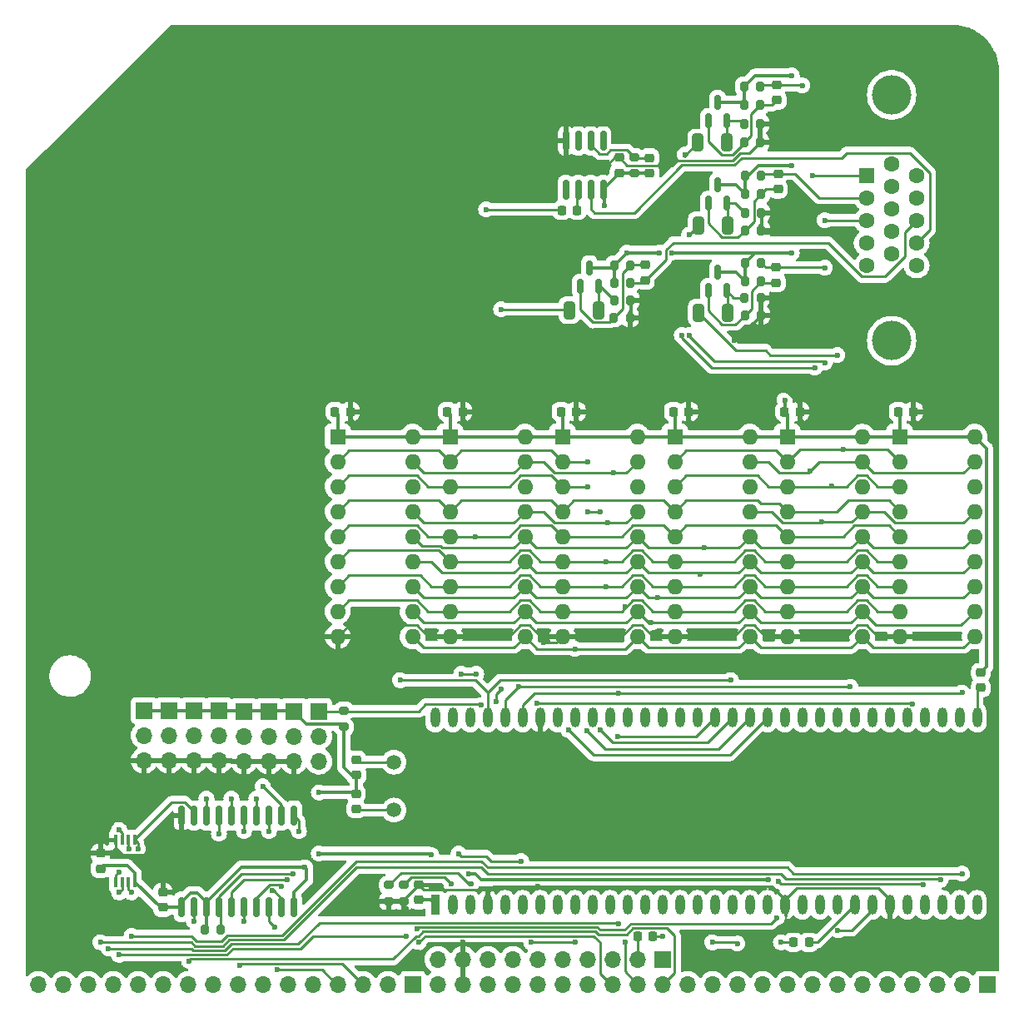
<source format=gbr>
%TF.GenerationSoftware,KiCad,Pcbnew,6.0.6*%
%TF.CreationDate,2022-08-05T00:04:32-07:00*%
%TF.ProjectId,v9958-video,76393935-382d-4766-9964-656f2e6b6963,rev?*%
%TF.SameCoordinates,PX5d65c40PY7d10a68*%
%TF.FileFunction,Copper,L1,Top*%
%TF.FilePolarity,Positive*%
%FSLAX46Y46*%
G04 Gerber Fmt 4.6, Leading zero omitted, Abs format (unit mm)*
G04 Created by KiCad (PCBNEW 6.0.6) date 2022-08-05 00:04:32*
%MOMM*%
%LPD*%
G01*
G04 APERTURE LIST*
G04 Aperture macros list*
%AMRoundRect*
0 Rectangle with rounded corners*
0 $1 Rounding radius*
0 $2 $3 $4 $5 $6 $7 $8 $9 X,Y pos of 4 corners*
0 Add a 4 corners polygon primitive as box body*
4,1,4,$2,$3,$4,$5,$6,$7,$8,$9,$2,$3,0*
0 Add four circle primitives for the rounded corners*
1,1,$1+$1,$2,$3*
1,1,$1+$1,$4,$5*
1,1,$1+$1,$6,$7*
1,1,$1+$1,$8,$9*
0 Add four rect primitives between the rounded corners*
20,1,$1+$1,$2,$3,$4,$5,0*
20,1,$1+$1,$4,$5,$6,$7,0*
20,1,$1+$1,$6,$7,$8,$9,0*
20,1,$1+$1,$8,$9,$2,$3,0*%
G04 Aperture macros list end*
%TA.AperFunction,ComponentPad*%
%ADD10C,4.000000*%
%TD*%
%TA.AperFunction,ComponentPad*%
%ADD11R,1.600000X1.600000*%
%TD*%
%TA.AperFunction,ComponentPad*%
%ADD12C,1.600000*%
%TD*%
%TA.AperFunction,ComponentPad*%
%ADD13O,1.600000X1.600000*%
%TD*%
%TA.AperFunction,SMDPad,CuDef*%
%ADD14RoundRect,0.200000X0.200000X0.275000X-0.200000X0.275000X-0.200000X-0.275000X0.200000X-0.275000X0*%
%TD*%
%TA.AperFunction,SMDPad,CuDef*%
%ADD15RoundRect,0.218750X0.218750X0.256250X-0.218750X0.256250X-0.218750X-0.256250X0.218750X-0.256250X0*%
%TD*%
%TA.AperFunction,SMDPad,CuDef*%
%ADD16RoundRect,0.225000X-0.225000X-0.250000X0.225000X-0.250000X0.225000X0.250000X-0.225000X0.250000X0*%
%TD*%
%TA.AperFunction,SMDPad,CuDef*%
%ADD17RoundRect,0.225000X-0.250000X0.225000X-0.250000X-0.225000X0.250000X-0.225000X0.250000X0.225000X0*%
%TD*%
%TA.AperFunction,ComponentPad*%
%ADD18R,1.700000X1.700000*%
%TD*%
%TA.AperFunction,ComponentPad*%
%ADD19O,1.700000X1.700000*%
%TD*%
%TA.AperFunction,SMDPad,CuDef*%
%ADD20RoundRect,0.200000X0.275000X-0.200000X0.275000X0.200000X-0.275000X0.200000X-0.275000X-0.200000X0*%
%TD*%
%TA.AperFunction,SMDPad,CuDef*%
%ADD21RoundRect,0.150000X0.150000X-0.875000X0.150000X0.875000X-0.150000X0.875000X-0.150000X-0.875000X0*%
%TD*%
%TA.AperFunction,SMDPad,CuDef*%
%ADD22RoundRect,0.250000X0.325000X0.650000X-0.325000X0.650000X-0.325000X-0.650000X0.325000X-0.650000X0*%
%TD*%
%TA.AperFunction,SMDPad,CuDef*%
%ADD23RoundRect,0.150000X0.150000X-0.587500X0.150000X0.587500X-0.150000X0.587500X-0.150000X-0.587500X0*%
%TD*%
%TA.AperFunction,SMDPad,CuDef*%
%ADD24RoundRect,0.150000X0.150000X-0.825000X0.150000X0.825000X-0.150000X0.825000X-0.150000X-0.825000X0*%
%TD*%
%TA.AperFunction,SMDPad,CuDef*%
%ADD25R,0.400000X1.100000*%
%TD*%
%TA.AperFunction,SMDPad,CuDef*%
%ADD26RoundRect,0.225000X0.250000X-0.225000X0.250000X0.225000X-0.250000X0.225000X-0.250000X-0.225000X0*%
%TD*%
%TA.AperFunction,SMDPad,CuDef*%
%ADD27RoundRect,0.200000X-0.275000X0.200000X-0.275000X-0.200000X0.275000X-0.200000X0.275000X0.200000X0*%
%TD*%
%TA.AperFunction,ComponentPad*%
%ADD28R,0.950000X2.000000*%
%TD*%
%TA.AperFunction,ComponentPad*%
%ADD29O,0.950000X2.000000*%
%TD*%
%TA.AperFunction,ComponentPad*%
%ADD30C,1.500000*%
%TD*%
%TA.AperFunction,ViaPad*%
%ADD31C,0.600000*%
%TD*%
%TA.AperFunction,Conductor*%
%ADD32C,0.250000*%
%TD*%
%TA.AperFunction,Conductor*%
%ADD33C,0.350000*%
%TD*%
G04 APERTURE END LIST*
D10*
%TO.P,J3,0*%
%TO.N,GND*%
X88579794Y92241000D03*
X88579794Y67241000D03*
D11*
%TO.P,J3,1*%
%TO.N,Net-(C7-Pad1)*%
X86039794Y84056000D03*
D12*
%TO.P,J3,2*%
%TO.N,Net-(C8-Pad1)*%
X86039794Y81766000D03*
%TO.P,J3,3*%
%TO.N,Net-(C9-Pad1)*%
X86039794Y79476000D03*
%TO.P,J3,4*%
%TO.N,unconnected-(J3-Pad4)*%
X86039794Y77186000D03*
%TO.P,J3,5*%
%TO.N,GND*%
X86039794Y74896000D03*
%TO.P,J3,6*%
X88579794Y85201000D03*
%TO.P,J3,7*%
X88579794Y82911000D03*
%TO.P,J3,8*%
X88579794Y80621000D03*
%TO.P,J3,9*%
%TO.N,unconnected-(J3-Pad9)*%
X88579794Y78331000D03*
%TO.P,J3,10*%
%TO.N,GND*%
X88579794Y76041000D03*
%TO.P,J3,11*%
%TO.N,unconnected-(J3-Pad11)*%
X91119794Y84056000D03*
%TO.P,J3,12*%
%TO.N,unconnected-(J3-Pad12)*%
X91119794Y81766000D03*
%TO.P,J3,13*%
%TO.N,Net-(C10-Pad1)*%
X91119794Y79476000D03*
%TO.P,J3,14*%
%TO.N,Net-(J3-Pad14)*%
X91119794Y77186000D03*
%TO.P,J3,15*%
%TO.N,unconnected-(J3-Pad15)*%
X91119794Y74896000D03*
%TD*%
D11*
%TO.P,U2,1,~{OE}*%
%TO.N,GND*%
X32240600Y57480200D03*
D13*
%TO.P,U2,2,D0*%
%TO.N,/RAM/RD4*%
X32240600Y54940200D03*
%TO.P,U2,3,D1*%
%TO.N,/RAM/RD5*%
X32240600Y52400200D03*
%TO.P,U2,4,~{W}*%
%TO.N,/RAM/R{slash}~{W}*%
X32240600Y49860200D03*
%TO.P,U2,5,~{RAS}*%
%TO.N,/RAM/~{RAS}*%
X32240600Y47320200D03*
%TO.P,U2,6,A6*%
%TO.N,/RAM/AD6*%
X32240600Y44780200D03*
%TO.P,U2,7,A5*%
%TO.N,/RAM/AD5*%
X32240600Y42240200D03*
%TO.P,U2,8,A4*%
%TO.N,/RAM/AD4*%
X32240600Y39700200D03*
%TO.P,U2,9,VCC*%
%TO.N,5V*%
X32240600Y37160200D03*
%TO.P,U2,10,A7*%
%TO.N,/RAM/AD7*%
X39860600Y37160200D03*
%TO.P,U2,11,A3*%
%TO.N,/RAM/AD3*%
X39860600Y39700200D03*
%TO.P,U2,12,A2*%
%TO.N,/RAM/AD2*%
X39860600Y42240200D03*
%TO.P,U2,13,A1*%
%TO.N,/RAM/AD1*%
X39860600Y44780200D03*
%TO.P,U2,14,A0*%
%TO.N,/RAM/AD0*%
X39860600Y47320200D03*
%TO.P,U2,15,D2*%
%TO.N,/RAM/RD6*%
X39860600Y49860200D03*
%TO.P,U2,16,~{CAS}*%
%TO.N,/RAM/~{CAS0}*%
X39860600Y52400200D03*
%TO.P,U2,17,D3*%
%TO.N,/RAM/RD7*%
X39860600Y54940200D03*
%TO.P,U2,18,GND*%
%TO.N,GND*%
X39860600Y57480200D03*
%TD*%
D14*
%TO.P,R7,2*%
%TO.N,Net-(C6-Pad1)*%
X73596000Y71628000D03*
%TO.P,R7,1*%
%TO.N,5V*%
X75246000Y71628000D03*
%TD*%
D15*
%TO.P,D1,1,K*%
%TO.N,Net-(D1-Pad1)*%
X80170600Y6045200D03*
%TO.P,D1,2,A*%
%TO.N,~{INT}*%
X78595600Y6045200D03*
%TD*%
D16*
%TO.P,C_U2,1*%
%TO.N,GND*%
X31960600Y60020200D03*
%TO.P,C_U2,2*%
%TO.N,5V*%
X33510600Y60020200D03*
%TD*%
%TO.P,C_U3,1*%
%TO.N,GND*%
X43390600Y60020200D03*
%TO.P,C_U3,2*%
%TO.N,5V*%
X44940600Y60020200D03*
%TD*%
D17*
%TO.P,C9,2*%
%TO.N,Net-(C9-Pad2)*%
X76834000Y73139000D03*
%TO.P,C9,1*%
%TO.N,Net-(C9-Pad1)*%
X76834000Y74689000D03*
%TD*%
D14*
%TO.P,R3,1*%
%TO.N,P1*%
X20365600Y7315200D03*
%TO.P,R3,2*%
%TO.N,GND*%
X18715600Y7315200D03*
%TD*%
D11*
%TO.P,U4,1,~{OE}*%
%TO.N,GND*%
X55100600Y57480200D03*
D13*
%TO.P,U4,2,D0*%
%TO.N,/RAM/RD4*%
X55100600Y54940200D03*
%TO.P,U4,3,D1*%
%TO.N,/RAM/RD5*%
X55100600Y52400200D03*
%TO.P,U4,4,~{W}*%
%TO.N,/RAM/R{slash}~{W}*%
X55100600Y49860200D03*
%TO.P,U4,5,~{RAS}*%
%TO.N,/RAM/~{RAS}*%
X55100600Y47320200D03*
%TO.P,U4,6,A6*%
%TO.N,/RAM/AD6*%
X55100600Y44780200D03*
%TO.P,U4,7,A5*%
%TO.N,/RAM/AD5*%
X55100600Y42240200D03*
%TO.P,U4,8,A4*%
%TO.N,/RAM/AD4*%
X55100600Y39700200D03*
%TO.P,U4,9,VCC*%
%TO.N,5V*%
X55100600Y37160200D03*
%TO.P,U4,10,A7*%
%TO.N,/RAM/AD7*%
X62720600Y37160200D03*
%TO.P,U4,11,A3*%
%TO.N,/RAM/AD3*%
X62720600Y39700200D03*
%TO.P,U4,12,A2*%
%TO.N,/RAM/AD2*%
X62720600Y42240200D03*
%TO.P,U4,13,A1*%
%TO.N,/RAM/AD1*%
X62720600Y44780200D03*
%TO.P,U4,14,A0*%
%TO.N,/RAM/AD0*%
X62720600Y47320200D03*
%TO.P,U4,15,D2*%
%TO.N,/RAM/RD6*%
X62720600Y49860200D03*
%TO.P,U4,16,~{CAS}*%
%TO.N,/RAM/~{CASX}*%
X62720600Y52400200D03*
%TO.P,U4,17,D3*%
%TO.N,/RAM/RD7*%
X62720600Y54940200D03*
%TO.P,U4,18,GND*%
%TO.N,GND*%
X62720600Y57480200D03*
%TD*%
D14*
%TO.P,R8,2*%
%TO.N,Net-(C7-Pad2)*%
X73556250Y87400250D03*
%TO.P,R8,1*%
%TO.N,5V*%
X75206250Y87400250D03*
%TD*%
%TO.P,R12,2*%
%TO.N,Net-(C9-Pad2)*%
X73659000Y69850000D03*
%TO.P,R12,1*%
%TO.N,5V*%
X75309000Y69850000D03*
%TD*%
D18*
%TO.P,JP6,1,A*%
%TO.N,GND*%
X20175600Y29620200D03*
D19*
%TO.P,JP6,2,C*%
%TO.N,Net-(JP6-Pad2)*%
X20175600Y27080200D03*
%TO.P,JP6,3,B*%
%TO.N,5V*%
X20175600Y24540200D03*
%TD*%
D11*
%TO.P,U3,1,~{OE}*%
%TO.N,GND*%
X43670600Y57480200D03*
D13*
%TO.P,U3,2,D0*%
%TO.N,/RAM/RD4*%
X43670600Y54940200D03*
%TO.P,U3,3,D1*%
%TO.N,/RAM/RD5*%
X43670600Y52400200D03*
%TO.P,U3,4,~{W}*%
%TO.N,/RAM/R{slash}~{W}*%
X43670600Y49860200D03*
%TO.P,U3,5,~{RAS}*%
%TO.N,/RAM/~{RAS}*%
X43670600Y47320200D03*
%TO.P,U3,6,A6*%
%TO.N,/RAM/AD6*%
X43670600Y44780200D03*
%TO.P,U3,7,A5*%
%TO.N,/RAM/AD5*%
X43670600Y42240200D03*
%TO.P,U3,8,A4*%
%TO.N,/RAM/AD4*%
X43670600Y39700200D03*
%TO.P,U3,9,VCC*%
%TO.N,5V*%
X43670600Y37160200D03*
%TO.P,U3,10,A7*%
%TO.N,/RAM/AD7*%
X51290600Y37160200D03*
%TO.P,U3,11,A3*%
%TO.N,/RAM/AD3*%
X51290600Y39700200D03*
%TO.P,U3,12,A2*%
%TO.N,/RAM/AD2*%
X51290600Y42240200D03*
%TO.P,U3,13,A1*%
%TO.N,/RAM/AD1*%
X51290600Y44780200D03*
%TO.P,U3,14,A0*%
%TO.N,/RAM/AD0*%
X51290600Y47320200D03*
%TO.P,U3,15,D2*%
%TO.N,/RAM/RD6*%
X51290600Y49860200D03*
%TO.P,U3,16,~{CAS}*%
%TO.N,/RAM/~{CAS1}*%
X51290600Y52400200D03*
%TO.P,U3,17,D3*%
%TO.N,/RAM/RD7*%
X51290600Y54940200D03*
%TO.P,U3,18,GND*%
%TO.N,GND*%
X51290600Y57480200D03*
%TD*%
D16*
%TO.P,C_U5,1*%
%TO.N,GND*%
X66390600Y60020200D03*
%TO.P,C_U5,2*%
%TO.N,5V*%
X67940600Y60020200D03*
%TD*%
D15*
%TO.P,D2,1,K*%
%TO.N,Net-(D2-Pad1)*%
X64295600Y6680200D03*
%TO.P,D2,2,A*%
%TO.N,~{WAIT}*%
X62720600Y6680200D03*
%TD*%
D14*
%TO.P,R14,2*%
%TO.N,GND*%
X73556250Y93115250D03*
%TO.P,R14,1*%
%TO.N,Net-(C7-Pad1)*%
X75206250Y93115250D03*
%TD*%
%TO.P,R6,2*%
%TO.N,Net-(C5-Pad1)*%
X73660000Y80264000D03*
%TO.P,R6,1*%
%TO.N,5V*%
X75310000Y80264000D03*
%TD*%
D20*
%TO.P,R21,2*%
%TO.N,Net-(C11-Pad2)*%
X62419000Y85915000D03*
%TO.P,R21,1*%
%TO.N,GND*%
X62419000Y84265000D03*
%TD*%
D21*
%TO.P,U6,1,G*%
%TO.N,GND*%
X16365600Y9650200D03*
%TO.P,U6,2,P0*%
%TO.N,~{IORQ}*%
X17635600Y9650200D03*
%TO.P,U6,3,R0*%
%TO.N,GND*%
X18905600Y9650200D03*
%TO.P,U6,4,P1*%
%TO.N,P1*%
X20175600Y9650200D03*
%TO.P,U6,5,R1*%
%TO.N,Net-(JP3-Pad2)*%
X21445600Y9650200D03*
%TO.P,U6,6,P2*%
%TO.N,A2*%
X22715600Y9650200D03*
%TO.P,U6,7,R2*%
%TO.N,Net-(JP4-Pad2)*%
X23985600Y9650200D03*
%TO.P,U6,8,P3*%
%TO.N,A3*%
X25255600Y9650200D03*
%TO.P,U6,9,R3*%
%TO.N,Net-(JP5-Pad2)*%
X26525600Y9650200D03*
%TO.P,U6,10,GND*%
%TO.N,GND*%
X27795600Y9650200D03*
%TO.P,U6,11,P4*%
%TO.N,A4*%
X27795600Y18950200D03*
%TO.P,U6,12,R4*%
%TO.N,Net-(JP6-Pad2)*%
X26525600Y18950200D03*
%TO.P,U6,13,P5*%
%TO.N,A5*%
X25255600Y18950200D03*
%TO.P,U6,14,R5*%
%TO.N,Net-(JP7-Pad2)*%
X23985600Y18950200D03*
%TO.P,U6,15,P6*%
%TO.N,A6*%
X22715600Y18950200D03*
%TO.P,U6,16,R6*%
%TO.N,Net-(JP8-Pad2)*%
X21445600Y18950200D03*
%TO.P,U6,17,P7*%
%TO.N,A7*%
X20175600Y18950200D03*
%TO.P,U6,18,R7*%
%TO.N,Net-(JP9-Pad2)*%
X18905600Y18950200D03*
%TO.P,U6,19,P=R*%
%TO.N,Net-(U6-Pad19)*%
X17635600Y18950200D03*
%TO.P,U6,20,VCC*%
%TO.N,5V*%
X16365600Y18950200D03*
%TD*%
D16*
%TO.P,C_U9,1*%
%TO.N,GND*%
X89250600Y60020200D03*
%TO.P,C_U9,2*%
%TO.N,5V*%
X90800600Y60020200D03*
%TD*%
D22*
%TO.P,C5,2*%
%TO.N,/VGA Output/GREEN*%
X68960000Y78994000D03*
%TO.P,C5,1*%
%TO.N,Net-(C5-Pad1)*%
X71910000Y78994000D03*
%TD*%
D11*
%TO.P,U5,1,~{OE}*%
%TO.N,GND*%
X66530600Y57480200D03*
D13*
%TO.P,U5,2,D0*%
%TO.N,/RAM/RD0*%
X66530600Y54940200D03*
%TO.P,U5,3,D1*%
%TO.N,/RAM/RD1*%
X66530600Y52400200D03*
%TO.P,U5,4,~{W}*%
%TO.N,/RAM/R{slash}~{W}*%
X66530600Y49860200D03*
%TO.P,U5,5,~{RAS}*%
%TO.N,/RAM/~{RAS}*%
X66530600Y47320200D03*
%TO.P,U5,6,A6*%
%TO.N,/RAM/AD6*%
X66530600Y44780200D03*
%TO.P,U5,7,A5*%
%TO.N,/RAM/AD5*%
X66530600Y42240200D03*
%TO.P,U5,8,A4*%
%TO.N,/RAM/AD4*%
X66530600Y39700200D03*
%TO.P,U5,9,VCC*%
%TO.N,5V*%
X66530600Y37160200D03*
%TO.P,U5,10,A7*%
%TO.N,/RAM/AD7*%
X74150600Y37160200D03*
%TO.P,U5,11,A3*%
%TO.N,/RAM/AD3*%
X74150600Y39700200D03*
%TO.P,U5,12,A2*%
%TO.N,/RAM/AD2*%
X74150600Y42240200D03*
%TO.P,U5,13,A1*%
%TO.N,/RAM/AD1*%
X74150600Y44780200D03*
%TO.P,U5,14,A0*%
%TO.N,/RAM/AD0*%
X74150600Y47320200D03*
%TO.P,U5,15,D2*%
%TO.N,/RAM/RD2*%
X74150600Y49860200D03*
%TO.P,U5,16,~{CAS}*%
%TO.N,/RAM/~{CAS0}*%
X74150600Y52400200D03*
%TO.P,U5,17,D3*%
%TO.N,/RAM/RD3*%
X74150600Y54940200D03*
%TO.P,U5,18,GND*%
%TO.N,GND*%
X74150600Y57480200D03*
%TD*%
D23*
%TO.P,Q1,3,C*%
%TO.N,GND*%
X70873750Y91512750D03*
%TO.P,Q1,2,E*%
%TO.N,Net-(C4-Pad1)*%
X71823750Y89637750D03*
%TO.P,Q1,1,B*%
%TO.N,Net-(C7-Pad2)*%
X69923750Y89637750D03*
%TD*%
D14*
%TO.P,R10,2*%
%TO.N,Net-(C8-Pad2)*%
X73659000Y78486000D03*
%TO.P,R10,1*%
%TO.N,5V*%
X75309000Y78486000D03*
%TD*%
D23*
%TO.P,Q4,3,C*%
%TO.N,GND*%
X57847000Y74676000D03*
%TO.P,Q4,2,E*%
%TO.N,Net-(C12-Pad1)*%
X58797000Y72801000D03*
%TO.P,Q4,1,B*%
%TO.N,Net-(C10-Pad2)*%
X56897000Y72801000D03*
%TD*%
D24*
%TO.P,U10,8,VCC*%
%TO.N,5V*%
X55434000Y87565000D03*
%TO.P,U10,7,O/E*%
%TO.N,unconnected-(U10-Pad7)*%
X56704000Y87565000D03*
%TO.P,U10,6,INT*%
%TO.N,Net-(C11-Pad2)*%
X57974000Y87565000D03*
%TO.P,U10,5,BURST*%
%TO.N,unconnected-(U10-Pad5)*%
X59244000Y87565000D03*
%TO.P,U10,4,GND*%
%TO.N,GND*%
X59244000Y82615000D03*
%TO.P,U10,3,FRAME*%
%TO.N,Net-(J3-Pad14)*%
X57974000Y82615000D03*
%TO.P,U10,2,VIDEO*%
%TO.N,Net-(C13-Pad2)*%
X56704000Y82615000D03*
%TO.P,U10,1,CSYNC*%
%TO.N,unconnected-(U10-Pad1)*%
X55434000Y82615000D03*
%TD*%
D18*
%TO.P,JP1,1,A*%
%TO.N,MODE1*%
X30335600Y29540200D03*
D19*
%TO.P,JP1,2,C*%
%TO.N,A1*%
X30335600Y27000200D03*
%TO.P,JP1,3,B*%
%TO.N,P1*%
X30335600Y24460200D03*
%TD*%
D25*
%TO.P,U7,1*%
%TO.N,Net-(U6-Pad19)*%
X9675600Y12150200D03*
%TO.P,U7,2*%
%TO.N,~{WR}*%
X10325600Y12150200D03*
%TO.P,U7,3*%
%TO.N,~{CSR}*%
X10975600Y12150200D03*
%TO.P,U7,4,GND*%
%TO.N,GND*%
X11625600Y12150200D03*
%TO.P,U7,5*%
%TO.N,Net-(U6-Pad19)*%
X11625600Y16450200D03*
%TO.P,U7,6*%
%TO.N,~{RD}*%
X10975600Y16450200D03*
%TO.P,U7,7*%
%TO.N,~{CSW}*%
X10325600Y16450200D03*
%TO.P,U7,8,VCC*%
%TO.N,5V*%
X9675600Y16450200D03*
%TD*%
D22*
%TO.P,C4,2*%
%TO.N,/VGA Output/RED*%
X68891250Y87400250D03*
%TO.P,C4,1*%
%TO.N,Net-(C4-Pad1)*%
X71841250Y87400250D03*
%TD*%
D14*
%TO.P,R9,2*%
%TO.N,GND*%
X73556250Y91210250D03*
%TO.P,R9,1*%
%TO.N,Net-(C7-Pad2)*%
X75206250Y91210250D03*
%TD*%
%TO.P,R18,2*%
%TO.N,Net-(C10-Pad2)*%
X60324000Y69596000D03*
%TO.P,R18,1*%
%TO.N,5V*%
X61974000Y69596000D03*
%TD*%
%TO.P,R15,2*%
%TO.N,GND*%
X73660000Y84074000D03*
%TO.P,R15,1*%
%TO.N,Net-(C8-Pad1)*%
X75310000Y84074000D03*
%TD*%
D18*
%TO.P,PC1,1,Pin_1*%
%TO.N,A0*%
X39903400Y1752600D03*
D19*
%TO.P,PC1,2,Pin_2*%
%TO.N,A1*%
X37363400Y1752600D03*
%TO.P,PC1,3,Pin_3*%
%TO.N,A2*%
X34823400Y1752600D03*
%TO.P,PC1,4,Pin_4*%
%TO.N,A3*%
X32283400Y1752600D03*
%TO.P,PC1,5,Pin_5*%
%TO.N,A4*%
X29743400Y1752600D03*
%TO.P,PC1,6,Pin_6*%
%TO.N,A5*%
X27203400Y1752600D03*
%TO.P,PC1,7,Pin_7*%
%TO.N,A6*%
X24663400Y1752600D03*
%TO.P,PC1,8,Pin_8*%
%TO.N,A7*%
X22123400Y1752600D03*
%TO.P,PC1,9,Pin_9*%
%TO.N,A8*%
X19583400Y1752600D03*
%TO.P,PC1,10,Pin_10*%
%TO.N,A9*%
X17043400Y1752600D03*
%TO.P,PC1,11,Pin_11*%
%TO.N,A10*%
X14503400Y1752600D03*
%TO.P,PC1,12,Pin_12*%
%TO.N,A11*%
X11963400Y1752600D03*
%TO.P,PC1,13,Pin_13*%
%TO.N,A12*%
X9423400Y1752600D03*
%TO.P,PC1,14,Pin_14*%
%TO.N,A13*%
X6883400Y1752600D03*
%TO.P,PC1,15,Pin_15*%
%TO.N,A14*%
X4343400Y1752600D03*
%TO.P,PC1,16,Pin_16*%
%TO.N,A15*%
X1803400Y1752600D03*
%TD*%
D26*
%TO.P,C11,2*%
%TO.N,Net-(C11-Pad2)*%
X63943000Y85852000D03*
%TO.P,C11,1*%
%TO.N,GND*%
X63943000Y84302000D03*
%TD*%
%TO.P,C10,2*%
%TO.N,Net-(C10-Pad2)*%
X63498000Y74943000D03*
%TO.P,C10,1*%
%TO.N,Net-(C10-Pad1)*%
X63498000Y73393000D03*
%TD*%
D18*
%TO.P,JP5,1,A*%
%TO.N,GND*%
X22715600Y29540200D03*
D19*
%TO.P,JP5,2,C*%
%TO.N,Net-(JP5-Pad2)*%
X22715600Y27000200D03*
%TO.P,JP5,3,B*%
%TO.N,5V*%
X22715600Y24460200D03*
%TD*%
D26*
%TO.P,C_U10,2*%
%TO.N,5V*%
X60895000Y85865000D03*
%TO.P,C_U10,1*%
%TO.N,GND*%
X60895000Y84315000D03*
%TD*%
D14*
%TO.P,R5,2*%
%TO.N,Net-(C4-Pad1)*%
X73556250Y89305250D03*
%TO.P,R5,1*%
%TO.N,5V*%
X75206250Y89305250D03*
%TD*%
D11*
%TO.P,U9,1,~{OE}*%
%TO.N,GND*%
X89400600Y57480200D03*
D13*
%TO.P,U9,2,D0*%
%TO.N,/RAM/RD0*%
X89400600Y54940200D03*
%TO.P,U9,3,D1*%
%TO.N,/RAM/RD1*%
X89400600Y52400200D03*
%TO.P,U9,4,~{W}*%
%TO.N,/RAM/R{slash}~{W}*%
X89400600Y49860200D03*
%TO.P,U9,5,~{RAS}*%
%TO.N,/RAM/~{RAS}*%
X89400600Y47320200D03*
%TO.P,U9,6,A6*%
%TO.N,/RAM/AD6*%
X89400600Y44780200D03*
%TO.P,U9,7,A5*%
%TO.N,/RAM/AD5*%
X89400600Y42240200D03*
%TO.P,U9,8,A4*%
%TO.N,/RAM/AD4*%
X89400600Y39700200D03*
%TO.P,U9,9,VCC*%
%TO.N,5V*%
X89400600Y37160200D03*
%TO.P,U9,10,A7*%
%TO.N,/RAM/AD7*%
X97020600Y37160200D03*
%TO.P,U9,11,A3*%
%TO.N,/RAM/AD3*%
X97020600Y39700200D03*
%TO.P,U9,12,A2*%
%TO.N,/RAM/AD2*%
X97020600Y42240200D03*
%TO.P,U9,13,A1*%
%TO.N,/RAM/AD1*%
X97020600Y44780200D03*
%TO.P,U9,14,A0*%
%TO.N,/RAM/AD0*%
X97020600Y47320200D03*
%TO.P,U9,15,D2*%
%TO.N,/RAM/RD2*%
X97020600Y49860200D03*
%TO.P,U9,16,~{CAS}*%
%TO.N,/RAM/~{CASX}*%
X97020600Y52400200D03*
%TO.P,U9,17,D3*%
%TO.N,/RAM/RD3*%
X97020600Y54940200D03*
%TO.P,U9,18,GND*%
%TO.N,GND*%
X97020600Y57480200D03*
%TD*%
D26*
%TO.P,C_U6,1*%
%TO.N,GND*%
X14460600Y9575200D03*
%TO.P,C_U6,2*%
%TO.N,5V*%
X14460600Y11125200D03*
%TD*%
D18*
%TO.P,JP4,1,A*%
%TO.N,GND*%
X25255600Y29540200D03*
D19*
%TO.P,JP4,2,C*%
%TO.N,Net-(JP4-Pad2)*%
X25255600Y27000200D03*
%TO.P,JP4,3,B*%
%TO.N,5V*%
X25255600Y24460200D03*
%TD*%
D27*
%TO.P,R2,1*%
%TO.N,Net-(R2-Pad1)*%
X37447600Y11886200D03*
%TO.P,R2,2*%
%TO.N,5V*%
X37447600Y10236200D03*
%TD*%
D26*
%TO.P,C_U7,1*%
%TO.N,GND*%
X8110600Y13525200D03*
%TO.P,C_U7,2*%
%TO.N,5V*%
X8110600Y15075200D03*
%TD*%
D18*
%TO.P,JP7,1,A*%
%TO.N,GND*%
X17635600Y29620200D03*
D19*
%TO.P,JP7,2,C*%
%TO.N,Net-(JP7-Pad2)*%
X17635600Y27080200D03*
%TO.P,JP7,3,B*%
%TO.N,5V*%
X17635600Y24540200D03*
%TD*%
D28*
%TO.P,U1,1,GND*%
%TO.N,GND*%
X42146600Y9855200D03*
D29*
%TO.P,U1,2,~{DHCLK}*%
%TO.N,Net-(R1-Pad1)*%
X43924600Y9855200D03*
%TO.P,U1,3,~{DLCLK}*%
%TO.N,Net-(R2-Pad1)*%
X45702600Y9855200D03*
%TO.P,U1,4,VRESET*%
%TO.N,5V*%
X47480600Y9855200D03*
%TO.P,U1,5,HSYNC*%
%TO.N,/VGA Output/HSYNC*%
X49258600Y9855200D03*
%TO.P,U1,6,CSYNC*%
%TO.N,/VGA Output/CSYNC*%
X51036600Y9855200D03*
%TO.P,U1,7,BLEO*%
%TO.N,unconnected-(U1-Pad7)*%
X52814600Y9855200D03*
%TO.P,U1,8,CPUCLK/~{VDS}*%
%TO.N,unconnected-(U1-Pad8)*%
X54592600Y9855200D03*
%TO.P,U1,9,~{RESET}*%
%TO.N,~{RESET}*%
X56370600Y9855200D03*
%TO.P,U1,10,~{YS}*%
%TO.N,unconnected-(U1-Pad10)*%
X58148600Y9855200D03*
%TO.P,U1,11,CBDR*%
%TO.N,unconnected-(U1-Pad11)*%
X59926600Y9855200D03*
%TO.P,U1,12,C7*%
%TO.N,unconnected-(U1-Pad12)*%
X61704600Y9855200D03*
%TO.P,U1,13,C6*%
%TO.N,unconnected-(U1-Pad13)*%
X63482600Y9855200D03*
%TO.P,U1,14,C5*%
%TO.N,unconnected-(U1-Pad14)*%
X65260600Y9855200D03*
%TO.P,U1,15,C4*%
%TO.N,unconnected-(U1-Pad15)*%
X67038600Y9855200D03*
%TO.P,U1,16,C3*%
%TO.N,unconnected-(U1-Pad16)*%
X68816600Y9855200D03*
%TO.P,U1,17,C2*%
%TO.N,unconnected-(U1-Pad17)*%
X70594600Y9855200D03*
%TO.P,U1,18,C1*%
%TO.N,unconnected-(U1-Pad18)*%
X72372600Y9855200D03*
%TO.P,U1,19,C0*%
%TO.N,unconnected-(U1-Pad19)*%
X74150600Y9855200D03*
%TO.P,U1,20,GNDDAC*%
%TO.N,GND*%
X75928600Y9855200D03*
%TO.P,U1,21,VDDDAC*%
%TO.N,5V*%
X77706600Y9855200D03*
%TO.P,U1,22,GREEN*%
%TO.N,/VGA Output/RED*%
X79484600Y9855200D03*
%TO.P,U1,23,RED*%
%TO.N,/VGA Output/GREEN*%
X81262600Y9855200D03*
%TO.P,U1,24,BLUE*%
%TO.N,/VGA Output/BLUE*%
X83040600Y9855200D03*
%TO.P,U1,25,~{INT}*%
%TO.N,Net-(D1-Pad1)*%
X84818600Y9855200D03*
%TO.P,U1,26,~{WAIT}*%
%TO.N,Net-(D2-Pad1)*%
X86596600Y9855200D03*
%TO.P,U1,27,HRESET*%
%TO.N,5V*%
X88374600Y9855200D03*
%TO.P,U1,28,MODE1*%
%TO.N,MODE1*%
X90152600Y9855200D03*
%TO.P,U1,29,MODE0*%
%TO.N,A0*%
X91930600Y9855200D03*
%TO.P,U1,30,~{CSW}*%
%TO.N,~{CSW}*%
X93708600Y9855200D03*
%TO.P,U1,31,~{CSR}*%
%TO.N,~{CSR}*%
X95486600Y9855200D03*
%TO.P,U1,32,CD7*%
%TO.N,D7*%
X97264600Y9855200D03*
%TO.P,U1,33,VBB*%
%TO.N,Net-(C3-Pad2)*%
X97264600Y28905200D03*
%TO.P,U1,34,CD6*%
%TO.N,D6*%
X95486600Y28905200D03*
%TO.P,U1,35,CD5*%
%TO.N,D5*%
X93708600Y28905200D03*
%TO.P,U1,36,CD4*%
%TO.N,D4*%
X91930600Y28905200D03*
%TO.P,U1,37,CD3*%
%TO.N,D3*%
X90152600Y28905200D03*
%TO.P,U1,38,CD2*%
%TO.N,D2*%
X88374600Y28905200D03*
%TO.P,U1,39,CD1*%
%TO.N,D1*%
X86596600Y28905200D03*
%TO.P,U1,40,CD0*%
%TO.N,D0*%
X84818600Y28905200D03*
%TO.P,U1,41,RD0*%
%TO.N,/RAM/RD0*%
X83040600Y28905200D03*
%TO.P,U1,42,RD1*%
%TO.N,/RAM/RD1*%
X81262600Y28905200D03*
%TO.P,U1,43,RD2*%
%TO.N,/RAM/RD2*%
X79484600Y28905200D03*
%TO.P,U1,44,RD3*%
%TO.N,/RAM/RD3*%
X77706600Y28905200D03*
%TO.P,U1,45,RD4*%
%TO.N,/RAM/RD4*%
X75928600Y28905200D03*
%TO.P,U1,46,RD5*%
%TO.N,/RAM/RD5*%
X74150600Y28905200D03*
%TO.P,U1,47,RD6*%
%TO.N,/RAM/RD6*%
X72372600Y28905200D03*
%TO.P,U1,48,RD7*%
%TO.N,/RAM/RD7*%
X70594600Y28905200D03*
%TO.P,U1,49,AD0*%
%TO.N,/RAM/AD0*%
X68816600Y28905200D03*
%TO.P,U1,50,AD1*%
%TO.N,/RAM/AD1*%
X67038600Y28905200D03*
%TO.P,U1,51,AD2*%
%TO.N,/RAM/AD2*%
X65260600Y28905200D03*
%TO.P,U1,52,AD3*%
%TO.N,/RAM/AD3*%
X63482600Y28905200D03*
%TO.P,U1,53,AD4*%
%TO.N,/RAM/AD4*%
X61704600Y28905200D03*
%TO.P,U1,54,AD5*%
%TO.N,/RAM/AD5*%
X59926600Y28905200D03*
%TO.P,U1,55,AD6*%
%TO.N,/RAM/AD6*%
X58148600Y28905200D03*
%TO.P,U1,56,AD7*%
%TO.N,/RAM/AD7*%
X56370600Y28905200D03*
%TO.P,U1,57,R/~{W}*%
%TO.N,/RAM/R{slash}~{W}*%
X54592600Y28905200D03*
%TO.P,U1,58,VCC*%
%TO.N,5V*%
X52814600Y28905200D03*
%TO.P,U1,59,~{CASX}*%
%TO.N,/RAM/~{CASX}*%
X51036600Y28905200D03*
%TO.P,U1,60,~{CAS1}*%
%TO.N,/RAM/~{CAS1}*%
X49258600Y28905200D03*
%TO.P,U1,61,~{CAS0}*%
%TO.N,/RAM/~{CAS0}*%
X47480600Y28905200D03*
%TO.P,U1,62,~{RAS}*%
%TO.N,/RAM/~{RAS}*%
X45702600Y28905200D03*
%TO.P,U1,63,XTAL1*%
%TO.N,Net-(C1-Pad2)*%
X43924600Y28905200D03*
%TO.P,U1,64,XTAL2*%
%TO.N,Net-(C2-Pad2)*%
X42146600Y28905200D03*
%TD*%
D14*
%TO.P,R11,2*%
%TO.N,GND*%
X73660000Y82169000D03*
%TO.P,R11,1*%
%TO.N,Net-(C8-Pad2)*%
X75310000Y82169000D03*
%TD*%
%TO.P,R19,2*%
%TO.N,GND*%
X60387000Y74930000D03*
%TO.P,R19,1*%
%TO.N,Net-(C10-Pad2)*%
X62037000Y74930000D03*
%TD*%
%TO.P,R16,2*%
%TO.N,GND*%
X73659000Y75184000D03*
%TO.P,R16,1*%
%TO.N,Net-(C9-Pad1)*%
X75309000Y75184000D03*
%TD*%
D23*
%TO.P,Q3,3,C*%
%TO.N,GND*%
X70865000Y74216500D03*
%TO.P,Q3,2,E*%
%TO.N,Net-(C6-Pad1)*%
X71815000Y72341500D03*
%TO.P,Q3,1,B*%
%TO.N,Net-(C9-Pad2)*%
X69915000Y72341500D03*
%TD*%
D26*
%TO.P,C_U1,1*%
%TO.N,GND*%
X40495600Y10350200D03*
%TO.P,C_U1,2*%
%TO.N,5V*%
X40495600Y11900200D03*
%TD*%
D18*
%TO.P,PC2,1,Pin_1*%
%TO.N,~{NMI}*%
X65303400Y4292600D03*
D19*
%TO.P,PC2,2,Pin_2*%
%TO.N,~{IORQ}*%
X65303400Y1752600D03*
%TO.P,PC2,3,Pin_3*%
%TO.N,~{WAIT}*%
X62763400Y4292600D03*
%TO.P,PC2,4,Pin_4*%
%TO.N,~{RD}*%
X62763400Y1752600D03*
%TO.P,PC2,5,Pin_5*%
%TO.N,~{BUSRQ}*%
X60223400Y4292600D03*
%TO.P,PC2,6,Pin_6*%
%TO.N,~{WR}*%
X60223400Y1752600D03*
%TO.P,PC2,7,Pin_7*%
%TO.N,~{HALT}*%
X57683400Y4292600D03*
%TO.P,PC2,8,Pin_8*%
%TO.N,~{MREQ}*%
X57683400Y1752600D03*
%TO.P,PC2,9,Pin_9*%
%TO.N,~{BUSACK}*%
X55143400Y4292600D03*
%TO.P,PC2,10,Pin_10*%
%TO.N,~{INT}*%
X55143400Y1752600D03*
%TO.P,PC2,11,Pin_11*%
%TO.N,CLK2*%
X52603400Y4292600D03*
%TO.P,PC2,12,Pin_12*%
%TO.N,CLK*%
X52603400Y1752600D03*
%TO.P,PC2,13,Pin_13*%
%TO.N,~{PAGE}*%
X50063400Y4292600D03*
%TO.P,PC2,14,Pin_14*%
%TO.N,~{RESET}*%
X50063400Y1752600D03*
%TO.P,PC2,15,Pin_15*%
%TO.N,~{RFSH}*%
X47523400Y4292600D03*
%TO.P,PC2,16,Pin_16*%
%TO.N,~{M1}*%
X47523400Y1752600D03*
%TO.P,PC2,17,Pin_17*%
%TO.N,5V*%
X44983400Y4292600D03*
%TO.P,PC2,18,Pin_18*%
X44983400Y1752600D03*
%TO.P,PC2,19,Pin_19*%
%TO.N,GND*%
X42443400Y4292600D03*
%TO.P,PC2,20,Pin_20*%
X42443400Y1752600D03*
%TD*%
D14*
%TO.P,R17,2*%
%TO.N,GND*%
X60387000Y73152000D03*
%TO.P,R17,1*%
%TO.N,Net-(C10-Pad1)*%
X62037000Y73152000D03*
%TD*%
D18*
%TO.P,JP9,1,A*%
%TO.N,GND*%
X12555600Y29620200D03*
D19*
%TO.P,JP9,2,C*%
%TO.N,Net-(JP9-Pad2)*%
X12555600Y27080200D03*
%TO.P,JP9,3,B*%
%TO.N,5V*%
X12555600Y24540200D03*
%TD*%
D26*
%TO.P,C2,1*%
%TO.N,GND*%
X34145600Y23050200D03*
%TO.P,C2,2*%
%TO.N,Net-(C2-Pad2)*%
X34145600Y24600200D03*
%TD*%
D30*
%TO.P,Y1,1,1*%
%TO.N,Net-(C2-Pad2)*%
X37955600Y24370200D03*
%TO.P,Y1,2,2*%
%TO.N,Net-(C1-Pad2)*%
X37955600Y19490200D03*
%TD*%
D14*
%TO.P,R20,2*%
%TO.N,Net-(C12-Pad1)*%
X60387000Y71374000D03*
%TO.P,R20,1*%
%TO.N,5V*%
X62037000Y71374000D03*
%TD*%
D22*
%TO.P,C12,2*%
%TO.N,/VGA Output/HSYNC*%
X55815000Y70358000D03*
%TO.P,C12,1*%
%TO.N,Net-(C12-Pad1)*%
X58765000Y70358000D03*
%TD*%
D14*
%TO.P,R13,2*%
%TO.N,GND*%
X73659000Y73279000D03*
%TO.P,R13,1*%
%TO.N,Net-(C9-Pad2)*%
X75309000Y73279000D03*
%TD*%
D17*
%TO.P,C1,1*%
%TO.N,GND*%
X34105600Y21160200D03*
%TO.P,C1,2*%
%TO.N,Net-(C1-Pad2)*%
X34105600Y19610200D03*
%TD*%
D18*
%TO.P,PC3,1,Pin_1*%
%TO.N,USR3*%
X98323400Y1752600D03*
D19*
%TO.P,PC3,2,Pin_2*%
%TO.N,USR2*%
X95783400Y1752600D03*
%TO.P,PC3,3,Pin_3*%
%TO.N,USR1*%
X93243400Y1752600D03*
%TO.P,PC3,4,Pin_4*%
%TO.N,RX*%
X90703400Y1752600D03*
%TO.P,PC3,5,Pin_5*%
%TO.N,TX*%
X88163400Y1752600D03*
%TO.P,PC3,6,Pin_6*%
%TO.N,D7*%
X85623400Y1752600D03*
%TO.P,PC3,7,Pin_7*%
%TO.N,D6*%
X83083400Y1752600D03*
%TO.P,PC3,8,Pin_8*%
%TO.N,D5*%
X80543400Y1752600D03*
%TO.P,PC3,9,Pin_9*%
%TO.N,D4*%
X78003400Y1752600D03*
%TO.P,PC3,10,Pin_10*%
%TO.N,D3*%
X75463400Y1752600D03*
%TO.P,PC3,11,Pin_11*%
%TO.N,D2*%
X72923400Y1752600D03*
%TO.P,PC3,12,Pin_12*%
%TO.N,D1*%
X70383400Y1752600D03*
%TO.P,PC3,13,Pin_13*%
%TO.N,D0*%
X67843400Y1752600D03*
%TD*%
D22*
%TO.P,C6,2*%
%TO.N,/VGA Output/BLUE*%
X68960000Y70104000D03*
%TO.P,C6,1*%
%TO.N,Net-(C6-Pad1)*%
X71910000Y70104000D03*
%TD*%
D27*
%TO.P,R1,1*%
%TO.N,Net-(R1-Pad1)*%
X38971600Y11886200D03*
%TO.P,R1,2*%
%TO.N,5V*%
X38971600Y10236200D03*
%TD*%
D23*
%TO.P,Q2,3,C*%
%TO.N,GND*%
X70865000Y83106500D03*
%TO.P,Q2,2,E*%
%TO.N,Net-(C5-Pad1)*%
X71815000Y81231500D03*
%TO.P,Q2,1,B*%
%TO.N,Net-(C8-Pad2)*%
X69915000Y81231500D03*
%TD*%
D17*
%TO.P,C7,2*%
%TO.N,Net-(C7-Pad2)*%
X76921250Y91705250D03*
%TO.P,C7,1*%
%TO.N,Net-(C7-Pad1)*%
X76921250Y93255250D03*
%TD*%
D11*
%TO.P,U8,1,~{OE}*%
%TO.N,GND*%
X77970600Y57470200D03*
D13*
%TO.P,U8,2,D0*%
%TO.N,/RAM/RD0*%
X77970600Y54930200D03*
%TO.P,U8,3,D1*%
%TO.N,/RAM/RD1*%
X77970600Y52390200D03*
%TO.P,U8,4,~{W}*%
%TO.N,/RAM/R{slash}~{W}*%
X77970600Y49850200D03*
%TO.P,U8,5,~{RAS}*%
%TO.N,/RAM/~{RAS}*%
X77970600Y47310200D03*
%TO.P,U8,6,A6*%
%TO.N,/RAM/AD6*%
X77970600Y44770200D03*
%TO.P,U8,7,A5*%
%TO.N,/RAM/AD5*%
X77970600Y42230200D03*
%TO.P,U8,8,A4*%
%TO.N,/RAM/AD4*%
X77970600Y39690200D03*
%TO.P,U8,9,VCC*%
%TO.N,5V*%
X77970600Y37150200D03*
%TO.P,U8,10,A7*%
%TO.N,/RAM/AD7*%
X85590600Y37150200D03*
%TO.P,U8,11,A3*%
%TO.N,/RAM/AD3*%
X85590600Y39690200D03*
%TO.P,U8,12,A2*%
%TO.N,/RAM/AD2*%
X85590600Y42230200D03*
%TO.P,U8,13,A1*%
%TO.N,/RAM/AD1*%
X85590600Y44770200D03*
%TO.P,U8,14,A0*%
%TO.N,/RAM/AD0*%
X85590600Y47310200D03*
%TO.P,U8,15,D2*%
%TO.N,/RAM/RD2*%
X85590600Y49850200D03*
%TO.P,U8,16,~{CAS}*%
%TO.N,/RAM/~{CAS1}*%
X85590600Y52390200D03*
%TO.P,U8,17,D3*%
%TO.N,/RAM/RD3*%
X85590600Y54930200D03*
%TO.P,U8,18,GND*%
%TO.N,GND*%
X85590600Y57470200D03*
%TD*%
D17*
%TO.P,C3,1*%
%TO.N,GND*%
X97645600Y33490200D03*
%TO.P,C3,2*%
%TO.N,Net-(C3-Pad2)*%
X97645600Y31940200D03*
%TD*%
%TO.P,C8,2*%
%TO.N,Net-(C8-Pad2)*%
X77025000Y82664000D03*
%TO.P,C8,1*%
%TO.N,Net-(C8-Pad1)*%
X77025000Y84214000D03*
%TD*%
D18*
%TO.P,JP8,1,A*%
%TO.N,GND*%
X15095600Y29620200D03*
D19*
%TO.P,JP8,2,C*%
%TO.N,Net-(JP8-Pad2)*%
X15095600Y27080200D03*
%TO.P,JP8,3,B*%
%TO.N,5V*%
X15095600Y24540200D03*
%TD*%
D16*
%TO.P,C_U8,1*%
%TO.N,GND*%
X77680600Y60020200D03*
%TO.P,C_U8,2*%
%TO.N,5V*%
X79230600Y60020200D03*
%TD*%
%TO.P,C13,2*%
%TO.N,Net-(C13-Pad2)*%
X56590000Y80518000D03*
%TO.P,C13,1*%
%TO.N,/VGA Output/CSYNC*%
X55040000Y80518000D03*
%TD*%
D18*
%TO.P,JP3,1,A*%
%TO.N,GND*%
X27795600Y29540200D03*
D19*
%TO.P,JP3,2,C*%
%TO.N,Net-(JP3-Pad2)*%
X27795600Y27000200D03*
%TO.P,JP3,3,B*%
%TO.N,5V*%
X27795600Y24460200D03*
%TD*%
D27*
%TO.P,R4,1*%
%TO.N,MODE1*%
X32875600Y29603200D03*
%TO.P,R4,2*%
%TO.N,GND*%
X32875600Y27953200D03*
%TD*%
D16*
%TO.P,C_U4,1*%
%TO.N,GND*%
X54960600Y60020200D03*
%TO.P,C_U4,2*%
%TO.N,5V*%
X56510600Y60020200D03*
%TD*%
D31*
%TO.N,Net-(C7-Pad1)*%
X79502000Y93218000D03*
X80518000Y84074000D03*
%TO.N,Net-(C9-Pad1)*%
X81788000Y74676000D03*
X81788000Y79502000D03*
%TO.N,5V*%
X77724000Y62230000D03*
%TO.N,GND*%
X77724000Y61214000D03*
%TO.N,/VGA Output/BLUE*%
X83058000Y65786000D03*
%TO.N,/VGA Output/GREEN*%
X81788000Y65024000D03*
%TO.N,/VGA Output/RED*%
X80772000Y64516000D03*
%TO.N,~{WR}*%
X40495600Y6045200D03*
X10015600Y4775200D03*
X39225600Y6680200D03*
X10016816Y11121075D03*
%TO.N,~{RESET}*%
X56370600Y6045200D03*
X51925600Y6045200D03*
%TO.N,~{RD}*%
X8947472Y5420700D03*
X11031600Y15570200D03*
X61450600Y6045200D03*
X60815600Y7950200D03*
%TO.N,~{IORQ}*%
X17635600Y8204200D03*
X17129121Y4150698D03*
%TO.N,~{INT}*%
X72880600Y5918698D03*
X77325600Y6045200D03*
X70340600Y6045200D03*
%TO.N,GND*%
X41765600Y14935200D03*
X30335600Y15072700D03*
X76055600Y12395200D03*
X45575600Y13030200D03*
X78421000Y76200000D03*
X66229000Y76200000D03*
X61657000Y76200000D03*
X78421000Y94234000D03*
X30335600Y21285200D03*
X28928100Y13665200D03*
X78421000Y85090000D03*
X64959000Y76200000D03*
X59371000Y81026000D03*
%TO.N,A7*%
X20175600Y17094200D03*
%TO.N,A6*%
X22715600Y17348200D03*
%TO.N,A5*%
X25255600Y17348200D03*
%TO.N,A4*%
X28303600Y17348200D03*
%TO.N,A3*%
X25854326Y7563099D03*
X26136137Y3251698D03*
%TO.N,A2*%
X22258823Y3701199D03*
X22715600Y8204200D03*
%TO.N,A0*%
X40333520Y7401987D03*
X77071600Y12268200D03*
X91803600Y11897700D03*
X76906600Y8547200D03*
%TO.N,5V*%
X66991000Y66548000D03*
X16365600Y17475200D03*
X53195600Y36525200D03*
X77659000Y87376000D03*
X91295600Y58750200D03*
X40397887Y5039700D03*
X14460600Y15570200D03*
X52560600Y11720700D03*
X45575600Y58750200D03*
X72579000Y67310000D03*
X79865600Y58750200D03*
X57005600Y58750200D03*
X77659000Y78232000D03*
X68435600Y58750200D03*
X44940600Y6045200D03*
X14460600Y11760200D03*
X39225600Y9474200D03*
X34145600Y58750200D03*
X77659000Y69850000D03*
%TO.N,Net-(D2-Pad1)*%
X65260600Y6680200D03*
X83101189Y7254611D03*
%TO.N,Net-(JP4-Pad2)*%
X26525600Y11760200D03*
%TO.N,Net-(JP5-Pad2)*%
X25575017Y11279545D03*
%TO.N,Net-(JP6-Pad2)*%
X24620600Y21920200D03*
%TO.N,Net-(JP7-Pad2)*%
X23985600Y20650200D03*
%TO.N,Net-(JP3-Pad2)*%
X27154095Y12387729D03*
%TO.N,Net-(R1-Pad1)*%
X43797600Y12014200D03*
%TO.N,Net-(U6-Pad19)*%
X9967644Y13174069D03*
X11920600Y15570200D03*
%TO.N,~{CSR}*%
X95740600Y13030200D03*
X11285600Y6680200D03*
X11284384Y11121075D03*
%TO.N,~{CSW}*%
X10016816Y17479325D03*
X93556315Y12405700D03*
X8110600Y6045200D03*
%TO.N,MODE1*%
X90701606Y30235336D03*
X46845600Y30175200D03*
X52500129Y30352566D03*
%TO.N,P1*%
X27679100Y12990700D03*
%TO.N,Net-(R2-Pad1)*%
X45829600Y12014200D03*
%TO.N,Net-(JP8-Pad2)*%
X21445600Y20650200D03*
%TO.N,Net-(JP9-Pad2)*%
X18905600Y20650200D03*
%TO.N,/VGA Output/HSYNC*%
X48877600Y31826200D03*
X48877600Y70434200D03*
X48369600Y30556200D03*
%TO.N,/VGA Output/CSYNC*%
X50909600Y14300200D03*
X44813600Y33350200D03*
X44559600Y15062200D03*
X47353600Y80594200D03*
X46337600Y33350200D03*
%TO.N,/VGA Output/RED*%
X67245000Y67818000D03*
X67548000Y86182500D03*
%TO.N,/VGA Output/GREEN*%
X67991250Y78025250D03*
X68044503Y67818000D03*
%TO.N,/RAM/RD0*%
X83675600Y56210200D03*
%TO.N,/RAM/RD1*%
X82522100Y52413595D03*
%TO.N,/RAM/RD2*%
X81506100Y48794950D03*
%TO.N,/RAM/RD3*%
X80257100Y53970646D03*
%TO.N,/RAM/RD4*%
X58910600Y49860200D03*
X55735600Y27635200D03*
X57640600Y49860200D03*
X57640600Y54940200D03*
%TO.N,/RAM/RD5*%
X57640600Y52400200D03*
X57599594Y27575064D03*
%TO.N,/RAM/RD6*%
X58910600Y27635200D03*
X59690600Y48735200D03*
%TO.N,/RAM/RD7*%
X60688600Y27000200D03*
X60325600Y53815200D03*
%TO.N,/RAM/AD0*%
X69560600Y46195200D03*
%TO.N,/RAM/AD1*%
X69070600Y43510200D03*
%TO.N,/RAM/AD2*%
X64770600Y41115200D03*
%TO.N,/RAM/AD3*%
X64135600Y38575200D03*
%TO.N,/RAM/AD4*%
X61526556Y40213003D03*
%TO.N,/RAM/AD5*%
X59545600Y42240200D03*
%TO.N,/RAM/AD6*%
X59545600Y44780200D03*
%TO.N,/RAM/AD7*%
X56381100Y35900700D03*
%TO.N,/RAM/~{CASX}*%
X95740600Y31445200D03*
X60826098Y31403583D03*
%TO.N,/RAM/~{CAS1}*%
X50655600Y32080200D03*
X84376798Y32026696D03*
%TO.N,/RAM/~{CAS0}*%
X38590600Y32715200D03*
X72245600Y32715200D03*
%TO.N,/RAM/~{RAS}*%
X46210600Y47320200D03*
%TD*%
D32*
%TO.N,Net-(C7-Pad1)*%
X76921250Y93255250D02*
X79464750Y93255250D01*
X79464750Y93255250D02*
X79502000Y93218000D01*
X80536000Y84056000D02*
X86039794Y84056000D01*
X80518000Y84074000D02*
X80536000Y84056000D01*
%TO.N,Net-(C9-Pad1)*%
X81744000Y74689000D02*
X81775000Y74689000D01*
X81775000Y74689000D02*
X81788000Y74676000D01*
X81788000Y79502000D02*
X81814000Y79476000D01*
X81814000Y79476000D02*
X86039794Y79476000D01*
%TO.N,Net-(C10-Pad1)*%
X91119794Y79476000D02*
X89916000Y78272206D01*
X89916000Y75786215D02*
X87900785Y73771000D01*
X89916000Y78272206D02*
X89916000Y75786215D01*
X87900785Y73771000D02*
X85573803Y73771000D01*
X85573803Y73771000D02*
X82128804Y77216000D01*
X82128804Y77216000D02*
X66361823Y77216000D01*
X65604500Y76458677D02*
X65604500Y75499500D01*
X66361823Y77216000D02*
X65604500Y76458677D01*
X65604500Y75499500D02*
X63498000Y73393000D01*
%TO.N,Net-(J3-Pad14)*%
X57974000Y82615000D02*
X57974000Y80645000D01*
X67263499Y85108499D02*
X72609758Y85108499D01*
X57974000Y80645000D02*
X58355000Y80264000D01*
X58355000Y80264000D02*
X62419000Y80264000D01*
X92456000Y78522206D02*
X91119794Y77186000D01*
X62419000Y80264000D02*
X67263499Y85108499D01*
X72609758Y85108499D02*
X73353259Y85852000D01*
X73353259Y85852000D02*
X83501000Y85852000D01*
X83501000Y85852000D02*
X83975000Y86326000D01*
X83975000Y86326000D02*
X90440785Y86326000D01*
X90440785Y86326000D02*
X92456000Y84310785D01*
X92456000Y84310785D02*
X92456000Y78522206D01*
%TO.N,Net-(C8-Pad1)*%
X78789000Y84214000D02*
X80993500Y82009500D01*
X86039794Y81766000D02*
X81237000Y81766000D01*
X81237000Y81766000D02*
X80993500Y82009500D01*
%TO.N,5V*%
X77724000Y62230000D02*
X79230600Y60723400D01*
X79230600Y60723400D02*
X79230600Y60020200D01*
D33*
%TO.N,GND*%
X77724000Y60063600D02*
X77680600Y60020200D01*
X77724000Y61214000D02*
X77724000Y60063600D01*
D32*
%TO.N,/VGA Output/BLUE*%
X75754000Y66294000D02*
X75754000Y66232000D01*
X75754000Y66232000D02*
X76200000Y65786000D01*
X76200000Y65786000D02*
X83058000Y65786000D01*
%TO.N,/VGA Output/GREEN*%
X74611000Y65151000D02*
X81661000Y65151000D01*
X81661000Y65151000D02*
X81788000Y65024000D01*
%TO.N,/VGA Output/RED*%
X73595000Y64516000D02*
X80772000Y64516000D01*
%TO.N,/VGA Output/HSYNC*%
X48877600Y70434200D02*
X55738800Y70434200D01*
X55738800Y70434200D02*
X55815000Y70358000D01*
%TO.N,/VGA Output/CSYNC*%
X47353600Y80594200D02*
X54963800Y80594200D01*
X54963800Y80594200D02*
X55040000Y80518000D01*
%TO.N,~{WR}*%
X10016816Y11121075D02*
X10325600Y11429859D01*
X58910600Y2870200D02*
X58910600Y6045200D01*
X39225600Y6680200D02*
X29700600Y6680200D01*
X60223400Y1752600D02*
X60028200Y1752600D01*
X20950132Y4775200D02*
X10015600Y4775200D01*
X29700600Y6680200D02*
X28430600Y5410200D01*
X41130600Y6680200D02*
X40495600Y6045200D01*
X28430600Y5410200D02*
X21585132Y5410200D01*
X58275600Y6680200D02*
X41130600Y6680200D01*
X21585132Y5410200D02*
X20950132Y4775200D01*
X10325600Y11429859D02*
X10325600Y12150200D01*
X60028200Y1752600D02*
X58910600Y2870200D01*
X58910600Y6045200D02*
X58275600Y6680200D01*
%TO.N,~{WAIT}*%
X62763400Y6637400D02*
X62720600Y6680200D01*
X62763400Y4292600D02*
X62763400Y6637400D01*
%TO.N,~{RESET}*%
X51925600Y6045200D02*
X56370600Y6045200D01*
%TO.N,~{RD}*%
X30413413Y8028703D02*
X28244411Y5859701D01*
X16838944Y5420700D02*
X8947472Y5420700D01*
X10975600Y15626200D02*
X11031600Y15570200D01*
X21398943Y5859701D02*
X20763943Y5224701D01*
X62763400Y1752600D02*
X61450600Y3065400D01*
X10975600Y16450200D02*
X10975600Y15626200D01*
X60737097Y8028703D02*
X30413413Y8028703D01*
X17387798Y5389200D02*
X16870444Y5389200D01*
X28244411Y5859701D02*
X21398943Y5859701D01*
X20763943Y5224701D02*
X17552297Y5224701D01*
X16870444Y5389200D02*
X16838944Y5420700D01*
X61450600Y3065400D02*
X61450600Y6045200D01*
X17552297Y5224701D02*
X17387798Y5389200D01*
X60815600Y7950200D02*
X60737097Y8028703D01*
%TO.N,~{IORQ}*%
X58461789Y7129701D02*
X40944411Y7129701D01*
X62251290Y7480200D02*
X61626289Y6855199D01*
X17304122Y4325699D02*
X17129121Y4150698D01*
X65730600Y7480200D02*
X62251290Y7480200D01*
X40484410Y6669700D02*
X40236923Y6669700D01*
X61626289Y6855199D02*
X58736291Y6855199D01*
X66492000Y6718800D02*
X65730600Y7480200D01*
X37892922Y4325699D02*
X17304122Y4325699D01*
X40236923Y6669700D02*
X37892922Y4325699D01*
X65303400Y1752600D02*
X66492000Y2941200D01*
X66492000Y2941200D02*
X66492000Y6718800D01*
X40944411Y7129701D02*
X40484410Y6669700D01*
X17635600Y9650200D02*
X17635600Y8204200D01*
X58736291Y6855199D02*
X58461789Y7129701D01*
%TO.N,~{INT}*%
X78595600Y6045200D02*
X77325600Y6045200D01*
X70340600Y6045200D02*
X72754098Y6045200D01*
X72754098Y6045200D02*
X72880600Y5918698D01*
D33*
%TO.N,GND*%
X10827231Y13848569D02*
X11625600Y13050200D01*
X8110600Y13525200D02*
X8433969Y13848569D01*
X46845600Y12395200D02*
X76055600Y12395200D01*
X97645600Y33490200D02*
X98195600Y34040200D01*
X34145600Y23050200D02*
X33650600Y23050200D01*
X74675000Y94234000D02*
X73556250Y93115250D01*
X74871827Y84924000D02*
X74897402Y84924000D01*
X78421000Y94234000D02*
X74675000Y94234000D01*
X32240600Y59740200D02*
X31960600Y60020200D01*
X74675000Y76200000D02*
X78421000Y76200000D01*
X77970600Y57470200D02*
X77970600Y59730200D01*
X40495600Y10350200D02*
X41651600Y10350200D01*
X46210600Y13030200D02*
X46845600Y12395200D01*
X27700600Y29620200D02*
X27795600Y29525200D01*
X64959000Y76200000D02*
X61657000Y76200000D01*
X55100600Y57480200D02*
X55100600Y59880200D01*
X27795600Y9152738D02*
X27795600Y9650200D01*
X73659000Y73279000D02*
X73659000Y75184000D01*
X73556250Y91210250D02*
X73556250Y93115250D01*
X61657000Y76200000D02*
X60387000Y74930000D01*
X59244000Y82664000D02*
X60895000Y84315000D01*
X18905600Y10147662D02*
X22423138Y13665200D01*
X18905600Y10147662D02*
X18905600Y9650200D01*
X33980600Y21285200D02*
X34105600Y21160200D01*
X70865000Y83106500D02*
X72722500Y83106500D01*
X43670600Y59740200D02*
X43390600Y60020200D01*
X14200600Y9575200D02*
X11625600Y12150200D01*
X32240600Y57480200D02*
X97020600Y57480200D01*
X11625600Y13050200D02*
X11625600Y12150200D01*
X74675000Y76200000D02*
X66229000Y76200000D01*
X33650600Y23050200D02*
X32875600Y23825200D01*
X74897402Y84924000D02*
X75063402Y85090000D01*
X70873750Y91512750D02*
X73253750Y91512750D01*
X16365600Y9650200D02*
X16365600Y9152738D01*
X32875600Y23825200D02*
X32875600Y27953200D01*
X74021827Y84074000D02*
X74871827Y84924000D01*
X8433969Y13848569D02*
X10827231Y13848569D01*
X12555600Y29620200D02*
X27700600Y29620200D01*
X73253750Y91512750D02*
X73556250Y91210250D01*
X98195600Y56305200D02*
X97020600Y57480200D01*
X34145600Y23050200D02*
X34145600Y21200200D01*
X60387000Y73152000D02*
X60387000Y74930000D01*
X59371000Y81026000D02*
X59371000Y82488000D01*
X18003062Y11050200D02*
X18905600Y10147662D01*
X27795600Y9650200D02*
X27795600Y11125200D01*
X57847000Y74676000D02*
X60133000Y74676000D01*
X73660000Y84074000D02*
X74021827Y84074000D01*
X59371000Y82488000D02*
X59244000Y82615000D01*
X77970600Y59730200D02*
X77680600Y60020200D01*
X89400600Y59870200D02*
X89250600Y60020200D01*
X14460600Y9575200D02*
X14200600Y9575200D01*
X18905600Y9650200D02*
X18905600Y9152738D01*
X17268138Y11050200D02*
X18003062Y11050200D01*
X73660000Y82169000D02*
X73660000Y84074000D01*
X32240600Y57480200D02*
X32240600Y59740200D01*
X16365600Y10147662D02*
X17268138Y11050200D01*
X29050600Y28270200D02*
X32558600Y28270200D01*
X73659000Y75184000D02*
X74675000Y76200000D01*
X16365600Y9650200D02*
X16365600Y10147662D01*
X14460600Y9575200D02*
X16290600Y9575200D01*
X60895000Y84315000D02*
X63930000Y84315000D01*
X18905600Y7505200D02*
X18715600Y7315200D01*
X34145600Y21200200D02*
X34105600Y21160200D01*
X29065600Y13527700D02*
X28928100Y13665200D01*
X70865000Y74216500D02*
X72721500Y74216500D01*
X98195600Y34040200D02*
X98195600Y56305200D01*
X55100600Y59880200D02*
X54960600Y60020200D01*
X72721500Y74216500D02*
X73659000Y73279000D01*
X75928600Y9330200D02*
X75928600Y9855200D01*
X30335600Y15072700D02*
X41628100Y15072700D01*
X66530600Y59880200D02*
X66390600Y60020200D01*
X32558600Y28270200D02*
X32875600Y27953200D01*
X27795600Y11125200D02*
X29065600Y12395200D01*
X43670600Y57480200D02*
X43670600Y59740200D01*
X45575600Y13030200D02*
X46210600Y13030200D01*
X72722500Y83106500D02*
X73660000Y82169000D01*
X89400600Y57480200D02*
X89400600Y59870200D01*
X16290600Y9575200D02*
X16365600Y9650200D01*
X30335600Y21285200D02*
X33980600Y21285200D01*
X60133000Y74676000D02*
X60387000Y74930000D01*
X27795600Y29525200D02*
X29050600Y28270200D01*
X22423138Y13665200D02*
X28928100Y13665200D01*
X63930000Y84315000D02*
X63943000Y84302000D01*
X59244000Y82615000D02*
X59244000Y82664000D01*
X75063402Y85090000D02*
X78421000Y85090000D01*
X41628100Y15072700D02*
X41765600Y14935200D01*
X66530600Y57480200D02*
X66530600Y59880200D01*
X29065600Y12395200D02*
X29065600Y13527700D01*
X18905600Y9650200D02*
X18905600Y7505200D01*
X41651600Y10350200D02*
X42146600Y9855200D01*
D32*
%TO.N,A7*%
X20175600Y18950200D02*
X20175600Y17094200D01*
%TO.N,A6*%
X22715600Y18950200D02*
X22715600Y17348200D01*
%TO.N,A5*%
X25255600Y18950200D02*
X25255600Y17348200D01*
%TO.N,A4*%
X28303600Y18442200D02*
X27795600Y18950200D01*
X28303600Y17348200D02*
X28303600Y18442200D01*
%TO.N,A3*%
X32131000Y1752600D02*
X30631902Y3251698D01*
X25255600Y9650200D02*
X25255600Y8161825D01*
X25255600Y8161825D02*
X25854326Y7563099D01*
X30631902Y3251698D02*
X26136137Y3251698D01*
X32283400Y1752600D02*
X32131000Y1752600D01*
%TO.N,A2*%
X34823400Y1752600D02*
X32699802Y3876198D01*
X22433822Y3876198D02*
X22258823Y3701199D01*
X22715600Y9650200D02*
X22715600Y8204200D01*
X32699802Y3876198D02*
X22433822Y3876198D01*
%TO.N,A0*%
X76906600Y8547200D02*
X76289101Y7929701D01*
X58647978Y7579202D02*
X40510735Y7579202D01*
X61440100Y7304700D02*
X58922480Y7304700D01*
X40510735Y7579202D02*
X40333520Y7401987D01*
X91687100Y12014200D02*
X91803600Y11897700D01*
X62065101Y7929701D02*
X61440100Y7304700D01*
X76289101Y7929701D02*
X62065101Y7929701D01*
X58922480Y7304700D02*
X58647978Y7579202D01*
X77325600Y12014200D02*
X91687100Y12014200D01*
X77071600Y12268200D02*
X77325600Y12014200D01*
%TO.N,5V*%
X8110600Y15075200D02*
X9100600Y15075200D01*
X56510600Y59245200D02*
X57005600Y58750200D01*
X88374600Y10380200D02*
X88374600Y9855200D01*
X90800600Y59245200D02*
X91295600Y58750200D01*
X54465600Y36525200D02*
X55100600Y37160200D01*
X56510600Y60020200D02*
X56510600Y59245200D01*
X43670600Y37160200D02*
X49699609Y37160200D01*
X27700600Y24540200D02*
X27795600Y24445200D01*
X86056591Y38275200D02*
X87171591Y37160200D01*
X47216100Y11389700D02*
X47480600Y11125200D01*
X75309000Y71565000D02*
X75246000Y71628000D01*
X75309000Y69850000D02*
X72769000Y67310000D01*
X38971600Y9728200D02*
X39225600Y9474200D01*
X32240600Y37160200D02*
X33365600Y38285200D01*
X40495600Y11900200D02*
X41006100Y11389700D01*
X40816489Y5039700D02*
X40397887Y5039700D01*
X77659000Y78232000D02*
X75563000Y78232000D01*
X72559609Y37160200D02*
X73684609Y38285200D01*
X73684609Y38285200D02*
X74616591Y38285200D01*
X55100600Y37160200D02*
X61129609Y37160200D01*
X9675600Y15650200D02*
X10390600Y14935200D01*
X72769000Y67310000D02*
X72579000Y67310000D01*
X75563000Y78232000D02*
X75309000Y78486000D01*
X41773988Y5997199D02*
X40816489Y5039700D01*
X75310000Y78487000D02*
X75309000Y78486000D01*
X72423569Y85558000D02*
X66697000Y85558000D01*
X64310884Y37160200D02*
X66530600Y37160200D01*
X75751591Y37150200D02*
X77970600Y37150200D01*
X77970600Y37150200D02*
X83999609Y37150200D01*
X51756591Y38285200D02*
X52881591Y37160200D01*
X53195600Y36525200D02*
X54465600Y36525200D01*
X44940600Y59385200D02*
X45575600Y58750200D01*
X52881591Y37160200D02*
X55100600Y37160200D01*
X75206250Y87400250D02*
X74107501Y86301501D01*
X79230600Y59385200D02*
X79865600Y58750200D01*
X62254609Y38285200D02*
X63185884Y38285200D01*
X9675600Y16450200D02*
X9675600Y15650200D01*
X52521100Y11760200D02*
X52560600Y11720700D01*
X61129609Y37160200D02*
X62254609Y38285200D01*
X40326591Y38285200D02*
X41451591Y37160200D01*
X62927000Y66548000D02*
X61974000Y67501000D01*
X50824609Y38285200D02*
X51756591Y38285200D01*
X44940600Y60020200D02*
X44940600Y59385200D01*
X47480600Y11125200D02*
X48115600Y11760200D01*
X74107501Y86301501D02*
X73167070Y86301501D01*
X55434000Y85979000D02*
X55434000Y87565000D01*
X61683000Y85077000D02*
X60895000Y85865000D01*
X77706600Y10380200D02*
X76366100Y11720700D01*
X44892599Y5997199D02*
X41773988Y5997199D01*
X44940600Y6045200D02*
X44892599Y5997199D01*
X67940600Y59245200D02*
X68435600Y58750200D01*
X10390600Y14935200D02*
X13825600Y14935200D01*
X38971600Y10236200D02*
X38971600Y10376200D01*
X41451591Y37160200D02*
X43670600Y37160200D01*
X38971600Y10236200D02*
X37447600Y10236200D01*
X66697000Y85558000D02*
X66216000Y85077000D01*
X83999609Y37150200D02*
X85124609Y38275200D01*
X12555600Y24540200D02*
X27700600Y24540200D01*
X74616591Y38285200D02*
X75751591Y37150200D01*
X78891099Y11564699D02*
X87190101Y11564699D01*
X47480600Y11125200D02*
X47480600Y9855200D01*
X87171591Y37160200D02*
X89400600Y37160200D01*
X48115600Y11760200D02*
X52521100Y11760200D01*
X77706600Y9855200D02*
X77706600Y10380200D01*
X75206250Y87400250D02*
X75206250Y89305250D01*
X33510600Y59385200D02*
X34145600Y58750200D01*
X13825600Y14935200D02*
X14460600Y15570200D01*
X75310000Y80264000D02*
X75310000Y78487000D01*
X38971600Y10376200D02*
X40495600Y11900200D01*
X77659000Y87376000D02*
X75230500Y87376000D01*
X60895000Y85865000D02*
X60400000Y85865000D01*
X61974000Y69596000D02*
X61974000Y71311000D01*
X75309000Y69850000D02*
X75309000Y71565000D01*
X49699609Y37160200D02*
X50824609Y38285200D01*
X33510600Y60020200D02*
X33510600Y59385200D01*
X76366100Y11720700D02*
X52560600Y11720700D01*
X33365600Y38285200D02*
X40326591Y38285200D01*
X73167070Y86301501D02*
X72423569Y85558000D01*
X14460600Y11125200D02*
X14460600Y11760200D01*
X75230500Y87376000D02*
X75206250Y87400250D01*
X61974000Y67501000D02*
X61974000Y69596000D01*
X9100600Y15075200D02*
X9675600Y15650200D01*
X38971600Y10236200D02*
X38971600Y9728200D01*
X56069000Y85344000D02*
X55434000Y85979000D01*
X41006100Y11389700D02*
X47216100Y11389700D01*
X60400000Y85865000D02*
X59879000Y85344000D01*
X16365600Y17475200D02*
X16365600Y18950200D01*
X67940600Y60020200D02*
X67940600Y59245200D01*
X79230600Y60020200D02*
X79230600Y59385200D01*
X77706600Y10380200D02*
X78891099Y11564699D01*
X61974000Y71311000D02*
X62037000Y71374000D01*
X66991000Y66548000D02*
X62927000Y66548000D01*
X90800600Y60020200D02*
X90800600Y59245200D01*
X77659000Y69850000D02*
X75309000Y69850000D01*
X87190101Y11564699D02*
X88374600Y10380200D01*
X66216000Y85077000D02*
X61683000Y85077000D01*
X85124609Y38275200D02*
X86056591Y38275200D01*
X63185884Y38285200D02*
X64310884Y37160200D01*
X59879000Y85344000D02*
X56069000Y85344000D01*
X66530600Y37160200D02*
X72559609Y37160200D01*
%TO.N,Net-(C1-Pad2)*%
X34105600Y19610200D02*
X34225600Y19490200D01*
X34225600Y19490200D02*
X37955600Y19490200D01*
%TO.N,Net-(C2-Pad2)*%
X37955600Y24370200D02*
X34375600Y24370200D01*
X34375600Y24370200D02*
X34145600Y24600200D01*
%TO.N,Net-(C3-Pad2)*%
X97264600Y28905200D02*
X97264600Y31559200D01*
X97264600Y31559200D02*
X97645600Y31940200D01*
%TO.N,Net-(D1-Pad1)*%
X81008600Y6045200D02*
X80170600Y6045200D01*
X84818600Y9855200D02*
X81008600Y6045200D01*
%TO.N,Net-(D2-Pad1)*%
X86596600Y9330200D02*
X84521011Y7254611D01*
X64295600Y6680200D02*
X65260600Y6680200D01*
X86596600Y9855200D02*
X86596600Y9330200D01*
X84521011Y7254611D02*
X83101189Y7254611D01*
%TO.N,Net-(JP4-Pad2)*%
X25316340Y11904045D02*
X26381755Y11904045D01*
X26381755Y11904045D02*
X26525600Y11760200D01*
X23985600Y9650200D02*
X23985600Y10573305D01*
X23985600Y10573305D02*
X25316340Y11904045D01*
%TO.N,Net-(JP5-Pad2)*%
X25736255Y11279545D02*
X25575017Y11279545D01*
X26525600Y10490200D02*
X25736255Y11279545D01*
%TO.N,Net-(JP6-Pad2)*%
X24620600Y21920200D02*
X26525600Y20015200D01*
X26525600Y20015200D02*
X26525600Y18950200D01*
%TO.N,Net-(JP7-Pad2)*%
X23985600Y20650200D02*
X23985600Y18950200D01*
%TO.N,Net-(JP3-Pad2)*%
X22715600Y12395200D02*
X27146624Y12395200D01*
X27146624Y12395200D02*
X27154095Y12387729D01*
X21445600Y11125200D02*
X22715600Y12395200D01*
X21445600Y9650200D02*
X21445600Y11125200D01*
%TO.N,Net-(R1-Pad1)*%
X39760600Y12675200D02*
X43136600Y12675200D01*
X38971600Y11886200D02*
X39760600Y12675200D01*
X43136600Y12675200D02*
X43797600Y12014200D01*
%TO.N,Net-(U6-Pad19)*%
X9675600Y12150200D02*
X9675600Y12882025D01*
X17635600Y19376951D02*
X17635600Y18950200D01*
X11625600Y16545200D02*
X15380600Y20300200D01*
X11920600Y15570200D02*
X11920600Y16155200D01*
X11920600Y16155200D02*
X11625600Y16450200D01*
X11625600Y16450200D02*
X11625600Y16545200D01*
X15380600Y20300200D02*
X16712351Y20300200D01*
X16712351Y20300200D02*
X17635600Y19376951D01*
X9675600Y12882025D02*
X9967644Y13174069D01*
%TO.N,~{CSR}*%
X46845600Y14300200D02*
X34143530Y14300200D01*
X34143530Y14300200D02*
X26602033Y6758703D01*
X26602033Y6758703D02*
X21026565Y6758703D01*
X10975600Y11429859D02*
X10975600Y12150200D01*
X11284384Y11121075D02*
X10975600Y11429859D01*
X77960600Y13665200D02*
X47480600Y13665200D01*
X17368178Y6680200D02*
X11285600Y6680200D01*
X21026565Y6758703D02*
X20391565Y6123703D01*
X20391565Y6123703D02*
X17924675Y6123703D01*
X47480600Y13665200D02*
X46845600Y14300200D01*
X78595600Y13030200D02*
X77960600Y13665200D01*
X17924675Y6123703D02*
X17368178Y6680200D01*
X95740600Y13030200D02*
X78595600Y13030200D01*
%TO.N,~{CSW}*%
X46844910Y13665200D02*
X47479910Y13030200D01*
X21212754Y6309202D02*
X26788222Y6309202D01*
X77325600Y13030200D02*
X77833600Y12522200D01*
X93439815Y12522200D02*
X93556315Y12405700D01*
X77833600Y12522200D02*
X93439815Y12522200D01*
X34144220Y13665200D02*
X46844910Y13665200D01*
X8110600Y6045200D02*
X17367488Y6045200D01*
X47479910Y13030200D02*
X77325600Y13030200D01*
X17738486Y5674202D02*
X20577754Y5674202D01*
X10016816Y17479325D02*
X10325600Y17170541D01*
X26788222Y6309202D02*
X34144220Y13665200D01*
X17367488Y6045200D02*
X17738486Y5674202D01*
X20577754Y5674202D02*
X21212754Y6309202D01*
X10325600Y17170541D02*
X10325600Y16450200D01*
%TO.N,MODE1*%
X52500129Y30352566D02*
X90584376Y30352566D01*
X90584376Y30352566D02*
X90701606Y30235336D01*
X40495600Y29540200D02*
X41185600Y30230200D01*
X46790600Y30230200D02*
X46845600Y30175200D01*
X41185600Y30230200D02*
X46790600Y30230200D01*
X30335600Y29540200D02*
X40495600Y29540200D01*
%TO.N,P1*%
X20175600Y9650200D02*
X20175600Y10711260D01*
X20365600Y9460200D02*
X20175600Y9650200D01*
X27639600Y13030200D02*
X27679100Y12990700D01*
X22494540Y13030200D02*
X27639600Y13030200D01*
X20175600Y10711260D02*
X22494540Y13030200D01*
X20365600Y7315200D02*
X20365600Y9460200D01*
%TO.N,Net-(R2-Pad1)*%
X37447600Y11886200D02*
X38686101Y13124701D01*
X45575600Y12014200D02*
X45829600Y12014200D01*
X44465099Y13124701D02*
X45575600Y12014200D01*
X38686101Y13124701D02*
X44465099Y13124701D01*
%TO.N,Net-(JP8-Pad2)*%
X21445600Y20650200D02*
X21445600Y18950200D01*
%TO.N,Net-(JP9-Pad2)*%
X18905600Y20650200D02*
X18905600Y18950200D01*
%TO.N,/VGA Output/HSYNC*%
X48369600Y30556200D02*
X48369600Y31318200D01*
X48369600Y31318200D02*
X48877600Y31826200D01*
%TO.N,/VGA Output/CSYNC*%
X44813600Y33350200D02*
X46337600Y33350200D01*
X50909600Y14300200D02*
X47861600Y14300200D01*
X47353600Y14808200D02*
X44813600Y14808200D01*
X47861600Y14300200D02*
X47353600Y14808200D01*
X44813600Y14808200D02*
X44559600Y15062200D01*
%TO.N,/VGA Output/RED*%
X70293000Y64516000D02*
X67245000Y67564000D01*
X67499000Y86008000D02*
X67548000Y86057000D01*
X68891250Y87400250D02*
X67673500Y86182500D01*
X67673500Y86182500D02*
X67548000Y86182500D01*
X73595000Y64516000D02*
X70293000Y64516000D01*
X67548000Y86057000D02*
X67548000Y86182500D01*
X67245000Y67564000D02*
X67245000Y67818000D01*
%TO.N,/VGA Output/GREEN*%
X67991250Y78025250D02*
X68960000Y78994000D01*
X67991250Y67706750D02*
X67991250Y67764747D01*
X70547000Y65151000D02*
X67991250Y67706750D01*
X74611000Y65151000D02*
X70547000Y65151000D01*
X67991250Y67764747D02*
X68044503Y67818000D01*
%TO.N,/VGA Output/BLUE*%
X68960000Y70045823D02*
X68960000Y70104000D01*
X75754000Y66294000D02*
X72711823Y66294000D01*
X72711823Y66294000D02*
X68960000Y70045823D01*
%TO.N,/RAM/RD0*%
X79250600Y56210200D02*
X83675600Y56210200D01*
X76835600Y56065200D02*
X77970600Y54930200D01*
X88130600Y56210200D02*
X89400600Y54940200D01*
X67655600Y56065200D02*
X76835600Y56065200D01*
X77970600Y54930200D02*
X79250600Y56210200D01*
X66530600Y54940200D02*
X67655600Y56065200D01*
X83675600Y56210200D02*
X88130600Y56210200D01*
%TO.N,/RAM/RD1*%
X83999609Y52390200D02*
X85124609Y53515200D01*
X87170884Y52400200D02*
X89400600Y52400200D01*
X86055884Y53515200D02*
X87170884Y52400200D01*
X76065600Y52390200D02*
X77970600Y52390200D01*
X66530600Y52400200D02*
X67655600Y53525200D01*
X85124609Y53515200D02*
X86055884Y53515200D01*
X77970600Y52390200D02*
X83999609Y52390200D01*
X74930600Y53525200D02*
X76065600Y52390200D01*
X67655600Y53525200D02*
X74930600Y53525200D01*
%TO.N,/RAM/RD2*%
X81436350Y48725200D02*
X81506100Y48794950D01*
X95895600Y48735200D02*
X97020600Y49860200D01*
X85590600Y49850200D02*
X87819609Y49850200D01*
X84535350Y48794950D02*
X81506100Y48794950D01*
X74150600Y49860200D02*
X76369609Y49860200D01*
X85590600Y49850200D02*
X84535350Y48794950D01*
X87819609Y49850200D02*
X88934609Y48735200D01*
X76369609Y49860200D02*
X77504609Y48725200D01*
X88934609Y48735200D02*
X95895600Y48735200D01*
X77504609Y48725200D02*
X81436350Y48725200D01*
%TO.N,/RAM/RD3*%
X74150600Y54940200D02*
X76056290Y54940200D01*
X76056290Y54940200D02*
X77191290Y53805200D01*
X85590600Y54930200D02*
X81216654Y54930200D01*
X85590600Y54930200D02*
X86705600Y53815200D01*
X80091654Y53805200D02*
X80257100Y53970646D01*
X95895600Y53815200D02*
X97020600Y54940200D01*
X81216654Y54930200D02*
X80257100Y53970646D01*
X86705600Y53815200D02*
X95895600Y53815200D01*
X77191290Y53805200D02*
X80091654Y53805200D01*
%TO.N,/RAM/RD4*%
X53975600Y56065200D02*
X55100600Y54940200D01*
X75928600Y28905200D02*
X72118600Y25095200D01*
X44795600Y56065200D02*
X53975600Y56065200D01*
X57640600Y49860200D02*
X58910600Y49860200D01*
X58275600Y25095200D02*
X55735600Y27635200D01*
X32240600Y54940200D02*
X33365600Y56065200D01*
X43670600Y54940200D02*
X44795600Y56065200D01*
X57640600Y54940200D02*
X55100600Y54940200D01*
X72118600Y25095200D02*
X58275600Y25095200D01*
X33365600Y56065200D02*
X42545600Y56065200D01*
X42545600Y56065200D02*
X43670600Y54940200D01*
%TO.N,/RAM/RD5*%
X49699609Y52400200D02*
X50824609Y53525200D01*
X50824609Y53525200D02*
X53975600Y53525200D01*
X74150600Y28905200D02*
X70975600Y25730200D01*
X43670600Y52400200D02*
X49699609Y52400200D01*
X32240600Y52400200D02*
X33365600Y53525200D01*
X40326591Y53525200D02*
X41451591Y52400200D01*
X70975600Y25730200D02*
X59444458Y25730200D01*
X41451591Y52400200D02*
X43670600Y52400200D01*
X57640600Y52400200D02*
X55100600Y52400200D01*
X59444458Y25730200D02*
X57599594Y27575064D01*
X33365600Y53525200D02*
X40326591Y53525200D01*
X53975600Y53525200D02*
X55100600Y52400200D01*
%TO.N,/RAM/RD6*%
X60180600Y26365200D02*
X58910600Y27635200D01*
X69832600Y26365200D02*
X60180600Y26365200D01*
X53196290Y49860200D02*
X54321290Y48735200D01*
X51290600Y49860200D02*
X53196290Y49860200D01*
X40985600Y48735200D02*
X50165600Y48735200D01*
X50165600Y48735200D02*
X51290600Y49860200D01*
X54321290Y48735200D02*
X61595600Y48735200D01*
X39860600Y49860200D02*
X40985600Y48735200D01*
X61595600Y48735200D02*
X62720600Y49860200D01*
X72372600Y28905200D02*
X69832600Y26365200D01*
%TO.N,/RAM/RD7*%
X51290600Y54940200D02*
X53196290Y54940200D01*
X68689600Y27000200D02*
X70594600Y28905200D01*
X60688600Y27000200D02*
X68689600Y27000200D01*
X40985600Y53815200D02*
X50165600Y53815200D01*
X50165600Y53815200D02*
X51290600Y54940200D01*
X53196290Y54940200D02*
X54321290Y53815200D01*
X54321290Y53815200D02*
X61595600Y53815200D01*
X61595600Y53815200D02*
X62720600Y54940200D01*
X39860600Y54940200D02*
X40985600Y53815200D01*
%TO.N,/RAM/AD0*%
X75285600Y46185200D02*
X84465600Y46185200D01*
X85590600Y47310200D02*
X86705600Y46195200D01*
X73025600Y46195200D02*
X74150600Y47320200D01*
X84465600Y46185200D02*
X85590600Y47310200D01*
X62720600Y47320200D02*
X63845600Y46195200D01*
X39860600Y47320200D02*
X40826099Y46354701D01*
X40826099Y46354701D02*
X42731789Y46354701D01*
X42891290Y46195200D02*
X50165600Y46195200D01*
X63845600Y46195200D02*
X73025600Y46195200D01*
X86705600Y46195200D02*
X95895600Y46195200D01*
X61595600Y46195200D02*
X62720600Y47320200D01*
X52415600Y46195200D02*
X61595600Y46195200D01*
X74150600Y47320200D02*
X75285600Y46185200D01*
X42731789Y46354701D02*
X42891290Y46195200D01*
X50165600Y46195200D02*
X51290600Y47320200D01*
X95895600Y46195200D02*
X97020600Y47320200D01*
X51290600Y47320200D02*
X52415600Y46195200D01*
%TO.N,/RAM/AD1*%
X85590600Y44770200D02*
X86705600Y43655200D01*
X50165600Y43655200D02*
X51290600Y44780200D01*
X84465600Y43645200D02*
X85590600Y44770200D01*
X86705600Y43655200D02*
X95895600Y43655200D01*
X75285600Y43645200D02*
X84465600Y43645200D01*
X73025600Y43655200D02*
X74150600Y44780200D01*
X51290600Y44780200D02*
X52415600Y43655200D01*
X41766290Y44780200D02*
X42891290Y43655200D01*
X74150600Y44780200D02*
X75285600Y43645200D01*
X62720600Y44780200D02*
X63845600Y43655200D01*
X39860600Y44780200D02*
X41766290Y44780200D01*
X61595600Y43655200D02*
X62720600Y44780200D01*
X42891290Y43655200D02*
X50165600Y43655200D01*
X63845600Y43655200D02*
X73025600Y43655200D01*
X52415600Y43655200D02*
X61595600Y43655200D01*
X95895600Y43655200D02*
X97020600Y44780200D01*
%TO.N,/RAM/AD2*%
X74150600Y42240200D02*
X75285600Y41105200D01*
X62720600Y42240200D02*
X63845600Y41115200D01*
X84465600Y41105200D02*
X85590600Y42230200D01*
X39860600Y42240200D02*
X40985600Y41115200D01*
X95895600Y41115200D02*
X97020600Y42240200D01*
X75285600Y41105200D02*
X84465600Y41105200D01*
X50165600Y41115200D02*
X51290600Y42240200D01*
X61595600Y41115200D02*
X62720600Y42240200D01*
X40985600Y41115200D02*
X50165600Y41115200D01*
X51290600Y42240200D02*
X52415600Y41115200D01*
X52415600Y41115200D02*
X61595600Y41115200D01*
X86705600Y41115200D02*
X95895600Y41115200D01*
X73025600Y41115200D02*
X74150600Y42240200D01*
X85590600Y42230200D02*
X86705600Y41115200D01*
X63845600Y41115200D02*
X73025600Y41115200D01*
%TO.N,/RAM/AD3*%
X39860600Y39700200D02*
X40985600Y38575200D01*
X51290600Y39700200D02*
X52415600Y38575200D01*
X50165600Y38575200D02*
X51290600Y39700200D01*
X63845600Y38575200D02*
X64135600Y38575200D01*
X73025600Y38575200D02*
X74150600Y39700200D01*
X52415600Y38575200D02*
X61595600Y38575200D01*
X75285600Y38565200D02*
X84465600Y38565200D01*
X74150600Y39700200D02*
X75285600Y38565200D01*
X40985600Y38575200D02*
X50165600Y38575200D01*
X95605600Y38285200D02*
X97020600Y39700200D01*
X86995600Y38285200D02*
X95605600Y38285200D01*
X64135600Y38575200D02*
X73025600Y38575200D01*
X85590600Y39690200D02*
X86995600Y38285200D01*
X61595600Y38575200D02*
X62720600Y39700200D01*
X84465600Y38565200D02*
X85590600Y39690200D01*
X62720600Y39700200D02*
X63845600Y38575200D01*
%TO.N,/RAM/AD4*%
X51756591Y40825200D02*
X52881591Y39700200D01*
X66530600Y39700200D02*
X72559609Y39700200D01*
X85124609Y40815200D02*
X86056591Y40815200D01*
X32240600Y39700200D02*
X33365600Y40825200D01*
X75750884Y39690200D02*
X77970600Y39690200D01*
X55100600Y39700200D02*
X61129609Y39700200D01*
X43670600Y39700200D02*
X49699609Y39700200D01*
X49699609Y39700200D02*
X50824609Y40825200D01*
X40326591Y40825200D02*
X41451591Y39700200D01*
X83999609Y39690200D02*
X85124609Y40815200D01*
X86056591Y40815200D02*
X87171591Y39700200D01*
X63185884Y40825200D02*
X64310884Y39700200D01*
X33365600Y40825200D02*
X40326591Y40825200D01*
X62254609Y40825200D02*
X63185884Y40825200D01*
X61129609Y39700200D02*
X62254609Y40825200D01*
X52881591Y39700200D02*
X55100600Y39700200D01*
X74615884Y40825200D02*
X75750884Y39690200D01*
X87171591Y39700200D02*
X89400600Y39700200D01*
X41451591Y39700200D02*
X43670600Y39700200D01*
X72559609Y39700200D02*
X73684609Y40825200D01*
X77970600Y39690200D02*
X83999609Y39690200D01*
X50824609Y40825200D02*
X51756591Y40825200D01*
X73684609Y40825200D02*
X74615884Y40825200D01*
X64310884Y39700200D02*
X66530600Y39700200D01*
%TO.N,/RAM/AD5*%
X32240600Y42240200D02*
X33365600Y43365200D01*
X85124609Y43355200D02*
X86056591Y43355200D01*
X73684609Y43365200D02*
X74616591Y43365200D01*
X51756591Y43365200D02*
X52881591Y42240200D01*
X83999609Y42230200D02*
X85124609Y43355200D01*
X64311591Y42240200D02*
X66530600Y42240200D01*
X41765600Y42240200D02*
X43670600Y42240200D01*
X72559609Y42240200D02*
X73684609Y43365200D01*
X43670600Y42240200D02*
X49699609Y42240200D01*
X66530600Y42240200D02*
X72559609Y42240200D01*
X63186591Y43365200D02*
X64311591Y42240200D01*
X40640600Y43365200D02*
X41765600Y42240200D01*
X52881591Y42240200D02*
X55100600Y42240200D01*
X86056591Y43355200D02*
X87171591Y42240200D01*
X33365600Y43365200D02*
X40640600Y43365200D01*
X77970600Y42230200D02*
X83999609Y42230200D01*
X49699609Y42240200D02*
X50824609Y43365200D01*
X55100600Y42240200D02*
X59545600Y42240200D01*
X59545600Y42240200D02*
X61129609Y42240200D01*
X75751591Y42230200D02*
X77970600Y42230200D01*
X61129609Y42240200D02*
X62254609Y43365200D01*
X50824609Y43365200D02*
X51756591Y43365200D01*
X87171591Y42240200D02*
X89400600Y42240200D01*
X74616591Y43365200D02*
X75751591Y42230200D01*
X62254609Y43365200D02*
X63186591Y43365200D01*
%TO.N,/RAM/AD6*%
X63186591Y45905200D02*
X64311591Y44780200D01*
X43670600Y44780200D02*
X49699609Y44780200D01*
X77970600Y44770200D02*
X83999609Y44770200D01*
X61129609Y44780200D02*
X62254609Y45905200D01*
X66530600Y44780200D02*
X72559609Y44780200D01*
X52881591Y44780200D02*
X55100600Y44780200D01*
X86056591Y45895200D02*
X87171591Y44780200D01*
X62254609Y45905200D02*
X63186591Y45905200D01*
X51756591Y45905200D02*
X52881591Y44780200D01*
X72559609Y44780200D02*
X73684609Y45905200D01*
X87171591Y44780200D02*
X89400600Y44780200D01*
X85124609Y45895200D02*
X86056591Y45895200D01*
X32240600Y44780200D02*
X33365600Y45905200D01*
X83999609Y44770200D02*
X85124609Y45895200D01*
X73684609Y45905200D02*
X74616591Y45905200D01*
X74616591Y45905200D02*
X75751591Y44770200D01*
X55100600Y44780200D02*
X61129609Y44780200D01*
X33365600Y45905200D02*
X42545600Y45905200D01*
X42545600Y45905200D02*
X43670600Y44780200D01*
X64311591Y44780200D02*
X66530600Y44780200D01*
X75751591Y44770200D02*
X77970600Y44770200D01*
X49699609Y44780200D02*
X50824609Y45905200D01*
X50824609Y45905200D02*
X51756591Y45905200D01*
%TO.N,/RAM/AD7*%
X39860600Y37160200D02*
X40985600Y36035200D01*
X73025600Y36035200D02*
X74150600Y37160200D01*
X84465600Y36025200D02*
X85590600Y37150200D01*
X40985600Y36035200D02*
X50165600Y36035200D01*
X63845600Y36035200D02*
X73025600Y36035200D01*
X62720600Y37160200D02*
X63845600Y36035200D01*
X75285600Y36025200D02*
X84465600Y36025200D01*
X50165600Y36035200D02*
X51290600Y37160200D01*
X56381100Y35900700D02*
X61461100Y35900700D01*
X86705600Y36035200D02*
X95895600Y36035200D01*
X95895600Y36035200D02*
X97020600Y37160200D01*
X51290600Y37160200D02*
X52550100Y35900700D01*
X61461100Y35900700D02*
X62720600Y37160200D01*
X74150600Y37160200D02*
X75285600Y36025200D01*
X85590600Y37150200D02*
X86705600Y36035200D01*
X52550100Y35900700D02*
X56381100Y35900700D01*
%TO.N,/RAM/R{slash}~{W}*%
X56225600Y50985200D02*
X65405600Y50985200D01*
X77170601Y50650199D02*
X77970600Y49850200D01*
X74929910Y50985200D02*
X75264911Y50650199D01*
X84156290Y50975200D02*
X88285600Y50975200D01*
X88285600Y50975200D02*
X89400600Y49860200D01*
X67655600Y50985200D02*
X74929910Y50985200D01*
X53975600Y50985200D02*
X55100600Y49860200D01*
X42545600Y50985200D02*
X43670600Y49860200D01*
X66530600Y49860200D02*
X67655600Y50985200D01*
X33365600Y50985200D02*
X42545600Y50985200D01*
X65405600Y50985200D02*
X66530600Y49860200D01*
X55100600Y49860200D02*
X56225600Y50985200D01*
X75264911Y50650199D02*
X77170601Y50650199D01*
X83031290Y49850200D02*
X84156290Y50975200D01*
X77970600Y49850200D02*
X83031290Y49850200D01*
X44795600Y50985200D02*
X53975600Y50985200D01*
X43670600Y49860200D02*
X44795600Y50985200D01*
X32240600Y49860200D02*
X33365600Y50985200D01*
%TO.N,/RAM/~{CASX}*%
X95740600Y31445200D02*
X95697596Y31402196D01*
X51036600Y30155200D02*
X52284983Y31403583D01*
X51036600Y28905200D02*
X51036600Y30155200D01*
X52284983Y31403583D02*
X60826098Y31403583D01*
X60827485Y31402196D02*
X60826098Y31403583D01*
X95697596Y31402196D02*
X60827485Y31402196D01*
%TO.N,/RAM/~{CAS1}*%
X49258600Y30683200D02*
X49258600Y28905200D01*
X84323294Y32080200D02*
X84376798Y32026696D01*
X50655600Y32080200D02*
X49258600Y30683200D01*
X50655600Y32080200D02*
X84323294Y32080200D01*
%TO.N,/RAM/~{CAS0}*%
X46210600Y32715200D02*
X38590600Y32715200D01*
X48750600Y32715200D02*
X47480600Y31445200D01*
X47480600Y31445200D02*
X47480600Y28905200D01*
X72245600Y32715200D02*
X48750600Y32715200D01*
X47480600Y31445200D02*
X46210600Y32715200D01*
%TO.N,/RAM/~{RAS}*%
X77970600Y47310200D02*
X83686290Y47310200D01*
X66530600Y47320200D02*
X67655600Y48445200D01*
X83686290Y47310200D02*
X84811290Y48435200D01*
X40326591Y48445200D02*
X41451591Y47320200D01*
X62254609Y48445200D02*
X65405600Y48445200D01*
X88285600Y48435200D02*
X89400600Y47320200D01*
X53975600Y48445200D02*
X55100600Y47320200D01*
X33365600Y48445200D02*
X40326591Y48445200D01*
X32240600Y47320200D02*
X33365600Y48445200D01*
X41451591Y47320200D02*
X43670600Y47320200D01*
X67655600Y48445200D02*
X76835600Y48445200D01*
X76835600Y48445200D02*
X77970600Y47310200D01*
X49699609Y47320200D02*
X50824609Y48445200D01*
X61129609Y47320200D02*
X62254609Y48445200D01*
X50824609Y48445200D02*
X53975600Y48445200D01*
X55100600Y47320200D02*
X61129609Y47320200D01*
X84811290Y48435200D02*
X88285600Y48435200D01*
X65405600Y48445200D02*
X66530600Y47320200D01*
X43670600Y47320200D02*
X49699609Y47320200D01*
%TO.N,Net-(C4-Pad1)*%
X71823750Y89637750D02*
X73223750Y89637750D01*
X71841250Y87400250D02*
X71841250Y89620250D01*
X73223750Y89637750D02*
X73556250Y89305250D01*
X71841250Y89620250D02*
X71823750Y89637750D01*
%TO.N,Net-(C5-Pad1)*%
X71815000Y81231500D02*
X72692500Y81231500D01*
X71910000Y81136500D02*
X71815000Y81231500D01*
X72692500Y81231500D02*
X73660000Y80264000D01*
X71910000Y78994000D02*
X71910000Y81136500D01*
%TO.N,Net-(C6-Pad1)*%
X71815000Y72329000D02*
X72516000Y71628000D01*
X71815000Y72341500D02*
X71815000Y72329000D01*
X72516000Y71628000D02*
X73596000Y71628000D01*
X71910000Y70104000D02*
X71910000Y72246500D01*
X71910000Y72246500D02*
X71815000Y72341500D01*
%TO.N,Net-(C7-Pad1)*%
X75346250Y93255250D02*
X75206250Y93115250D01*
X76921250Y93255250D02*
X75346250Y93255250D01*
%TO.N,Net-(C7-Pad2)*%
X72404423Y86175250D02*
X71278077Y86175250D01*
X73556250Y87327077D02*
X72404423Y86175250D01*
X74281250Y88125250D02*
X73556250Y87400250D01*
X75206250Y91210250D02*
X76426250Y91210250D01*
X69923750Y87529577D02*
X69923750Y89637750D01*
X74281250Y90285250D02*
X74281250Y88125250D01*
X71278077Y86175250D02*
X69923750Y87529577D01*
X76426250Y91210250D02*
X76921250Y91705250D01*
X73556250Y87400250D02*
X73556250Y87327077D01*
X75206250Y91210250D02*
X74281250Y90285250D01*
%TO.N,Net-(C8-Pad1)*%
X75450000Y84214000D02*
X75310000Y84074000D01*
X77025000Y84214000D02*
X75450000Y84214000D01*
X77025000Y84214000D02*
X78789000Y84214000D01*
%TO.N,Net-(C8-Pad2)*%
X73659000Y78486000D02*
X72942000Y77769000D01*
X74585000Y81444000D02*
X74585000Y79412000D01*
X77025000Y82664000D02*
X75805000Y82664000D01*
X72942000Y77769000D02*
X71346827Y77769000D01*
X69915000Y79200827D02*
X69915000Y81231500D01*
X75310000Y82169000D02*
X74585000Y81444000D01*
X71346827Y77769000D02*
X69915000Y79200827D01*
X74585000Y79412000D02*
X73659000Y78486000D01*
X75805000Y82664000D02*
X75310000Y82169000D01*
%TO.N,Net-(C9-Pad1)*%
X76834000Y74689000D02*
X75804000Y74689000D01*
X76834000Y74689000D02*
X81744000Y74689000D01*
X75804000Y74689000D02*
X75309000Y75184000D01*
%TO.N,Net-(C9-Pad2)*%
X74321000Y70512000D02*
X73659000Y69850000D01*
X75309000Y73279000D02*
X74321000Y72291000D01*
X73659000Y69850000D02*
X72688000Y68879000D01*
X74321000Y72291000D02*
X74321000Y70512000D01*
X76834000Y73139000D02*
X75449000Y73139000D01*
X69915000Y70310827D02*
X69915000Y72341500D01*
X71346827Y68879000D02*
X69915000Y70310827D01*
X72688000Y68879000D02*
X71346827Y68879000D01*
X75449000Y73139000D02*
X75309000Y73279000D01*
%TO.N,Net-(C10-Pad1)*%
X62037000Y73152000D02*
X63257000Y73152000D01*
X63257000Y73152000D02*
X63498000Y73393000D01*
%TO.N,Net-(C10-Pad2)*%
X58201827Y69133000D02*
X56897000Y70437827D01*
X56897000Y70437827D02*
X56897000Y72801000D01*
X61249000Y70521000D02*
X60324000Y69596000D01*
X62037000Y74930000D02*
X61249000Y74142000D01*
X59861000Y69133000D02*
X58201827Y69133000D01*
X60324000Y69596000D02*
X59861000Y69133000D01*
X62050000Y74943000D02*
X62037000Y74930000D01*
X61249000Y74142000D02*
X61249000Y70521000D01*
X63498000Y74943000D02*
X62050000Y74943000D01*
%TO.N,Net-(C11-Pad2)*%
X63943000Y85852000D02*
X62482000Y85852000D01*
X57974000Y87188249D02*
X57974000Y87565000D01*
X59965751Y86640000D02*
X59590751Y86265000D01*
X58897249Y86265000D02*
X57974000Y87188249D01*
X61694000Y86640000D02*
X59965751Y86640000D01*
X62419000Y85915000D02*
X61694000Y86640000D01*
X59590751Y86265000D02*
X58897249Y86265000D01*
X62482000Y85852000D02*
X62419000Y85915000D01*
%TO.N,Net-(C12-Pad1)*%
X58765000Y70358000D02*
X58765000Y72769000D01*
X58765000Y72769000D02*
X58797000Y72801000D01*
X58797000Y72801000D02*
X58960000Y72801000D01*
X58960000Y72801000D02*
X60387000Y71374000D01*
%TO.N,Net-(C13-Pad2)*%
X56590000Y80518000D02*
X56590000Y82501000D01*
X56590000Y82501000D02*
X56704000Y82615000D01*
%TD*%
%TA.AperFunction,Conductor*%
%TO.N,5V*%
G36*
X51066901Y6026698D02*
G01*
X51113394Y5973042D01*
X51124179Y5932996D01*
X51129763Y5876040D01*
X51187018Y5703927D01*
X51190665Y5697905D01*
X51190666Y5697903D01*
X51272976Y5561993D01*
X51280980Y5548776D01*
X51285869Y5543713D01*
X51285870Y5543712D01*
X51333442Y5494450D01*
X51406982Y5418298D01*
X51505596Y5353767D01*
X51522007Y5343028D01*
X51568056Y5288991D01*
X51577579Y5218636D01*
X51548781Y5159902D01*
X51550857Y5158221D01*
X51547601Y5154200D01*
X51544029Y5150462D01*
X51436601Y4992979D01*
X51381693Y4947979D01*
X51311168Y4939808D01*
X51247421Y4971062D01*
X51226724Y4995546D01*
X51146222Y5119983D01*
X51146220Y5119986D01*
X51143414Y5124323D01*
X50993070Y5289549D01*
X50989019Y5292748D01*
X50989015Y5292752D01*
X50821814Y5424800D01*
X50821810Y5424802D01*
X50817759Y5428002D01*
X50813231Y5430502D01*
X50713333Y5485648D01*
X50622189Y5535962D01*
X50617320Y5537686D01*
X50617316Y5537688D01*
X50416487Y5608805D01*
X50416483Y5608806D01*
X50411612Y5610531D01*
X50406519Y5611438D01*
X50406516Y5611439D01*
X50196773Y5648800D01*
X50196767Y5648801D01*
X50191684Y5649706D01*
X50117852Y5650608D01*
X49973481Y5652372D01*
X49973479Y5652372D01*
X49968311Y5652435D01*
X49747491Y5618645D01*
X49535156Y5549243D01*
X49494520Y5528089D01*
X49361375Y5458778D01*
X49337007Y5446093D01*
X49332874Y5442990D01*
X49332871Y5442988D01*
X49164433Y5316521D01*
X49158365Y5311965D01*
X49104647Y5255752D01*
X49020513Y5167711D01*
X49004029Y5150462D01*
X48896601Y4992979D01*
X48841693Y4947979D01*
X48771168Y4939808D01*
X48707421Y4971062D01*
X48686724Y4995546D01*
X48606222Y5119983D01*
X48606220Y5119986D01*
X48603414Y5124323D01*
X48453070Y5289549D01*
X48449019Y5292748D01*
X48449015Y5292752D01*
X48281814Y5424800D01*
X48281810Y5424802D01*
X48277759Y5428002D01*
X48273231Y5430502D01*
X48173333Y5485648D01*
X48082189Y5535962D01*
X48077320Y5537686D01*
X48077316Y5537688D01*
X47876487Y5608805D01*
X47876483Y5608806D01*
X47871612Y5610531D01*
X47866519Y5611438D01*
X47866516Y5611439D01*
X47656773Y5648800D01*
X47656767Y5648801D01*
X47651684Y5649706D01*
X47577852Y5650608D01*
X47433481Y5652372D01*
X47433479Y5652372D01*
X47428311Y5652435D01*
X47207491Y5618645D01*
X46995156Y5549243D01*
X46954520Y5528089D01*
X46821375Y5458778D01*
X46797007Y5446093D01*
X46792874Y5442990D01*
X46792871Y5442988D01*
X46624433Y5316521D01*
X46618365Y5311965D01*
X46564647Y5255752D01*
X46480513Y5167711D01*
X46464029Y5150462D01*
X46461120Y5146197D01*
X46461114Y5146189D01*
X46433194Y5105260D01*
X46356604Y4992982D01*
X46356298Y4992534D01*
X46301387Y4947531D01*
X46230862Y4939360D01*
X46167115Y4970614D01*
X46146418Y4995098D01*
X46065826Y5119674D01*
X46059536Y5127843D01*
X45916206Y5285360D01*
X45908673Y5292385D01*
X45741539Y5424378D01*
X45732952Y5430083D01*
X45546517Y5533001D01*
X45537105Y5537231D01*
X45336359Y5608320D01*
X45326388Y5610954D01*
X45255237Y5623628D01*
X45241940Y5622168D01*
X45237400Y5607611D01*
X45237400Y1624600D01*
X45217398Y1556479D01*
X45163742Y1509986D01*
X45111400Y1498600D01*
X44855400Y1498600D01*
X44787279Y1518602D01*
X44740786Y1572258D01*
X44729400Y1624600D01*
X44729400Y5609498D01*
X44725482Y5622842D01*
X44711206Y5624829D01*
X44672724Y5618940D01*
X44662688Y5616549D01*
X44460268Y5550388D01*
X44450759Y5546391D01*
X44261863Y5448058D01*
X44253138Y5442564D01*
X44082833Y5314695D01*
X44075126Y5307852D01*
X43927990Y5153883D01*
X43921509Y5145878D01*
X43816898Y4992526D01*
X43761987Y4947524D01*
X43691462Y4939353D01*
X43627715Y4970607D01*
X43607018Y4995091D01*
X43526222Y5119983D01*
X43526220Y5119986D01*
X43523414Y5124323D01*
X43373070Y5289549D01*
X43369019Y5292748D01*
X43369015Y5292752D01*
X43201814Y5424800D01*
X43201810Y5424802D01*
X43197759Y5428002D01*
X43193231Y5430502D01*
X43093333Y5485648D01*
X43002189Y5535962D01*
X42997320Y5537686D01*
X42997316Y5537688D01*
X42796487Y5608805D01*
X42796483Y5608806D01*
X42791612Y5610531D01*
X42786519Y5611438D01*
X42786516Y5611439D01*
X42576773Y5648800D01*
X42576767Y5648801D01*
X42571684Y5649706D01*
X42497852Y5650608D01*
X42353481Y5652372D01*
X42353479Y5652372D01*
X42348311Y5652435D01*
X42127491Y5618645D01*
X41915156Y5549243D01*
X41874520Y5528089D01*
X41741375Y5458778D01*
X41717007Y5446093D01*
X41712874Y5442990D01*
X41712871Y5442988D01*
X41544433Y5316521D01*
X41538365Y5311965D01*
X41484647Y5255752D01*
X41400513Y5167711D01*
X41384029Y5150462D01*
X41381120Y5146197D01*
X41381114Y5146189D01*
X41353194Y5105260D01*
X41258143Y4965920D01*
X41164088Y4763295D01*
X41104389Y4548030D01*
X41080651Y4325905D01*
X41080948Y4320752D01*
X41080948Y4320749D01*
X41091114Y4144440D01*
X41093510Y4102885D01*
X41094647Y4097839D01*
X41094648Y4097833D01*
X41106212Y4046521D01*
X41142622Y3884961D01*
X41193894Y3758693D01*
X41215824Y3704686D01*
X41226666Y3677984D01*
X41264085Y3616922D01*
X41340691Y3491912D01*
X41343387Y3487512D01*
X41489650Y3318662D01*
X41661526Y3175968D01*
X41673382Y3169040D01*
X41734845Y3133124D01*
X41783569Y3081486D01*
X41796640Y3011703D01*
X41769909Y2945931D01*
X41729455Y2912573D01*
X41717007Y2906093D01*
X41712874Y2902990D01*
X41712871Y2902988D01*
X41542500Y2775070D01*
X41538365Y2771965D01*
X41481937Y2712916D01*
X41457683Y2687536D01*
X41396159Y2652106D01*
X41325246Y2655563D01*
X41267460Y2696809D01*
X41248607Y2730357D01*
X41207167Y2840897D01*
X41204015Y2849305D01*
X41116661Y2965861D01*
X41000105Y3053215D01*
X40863716Y3104345D01*
X40801534Y3111100D01*
X39005266Y3111100D01*
X38943084Y3104345D01*
X38806695Y3053215D01*
X38690139Y2965861D01*
X38602785Y2849305D01*
X38599633Y2840897D01*
X38558319Y2730693D01*
X38515677Y2673929D01*
X38449116Y2649229D01*
X38379767Y2664437D01*
X38347143Y2690124D01*
X38296551Y2745725D01*
X38296542Y2745734D01*
X38293070Y2749549D01*
X38289019Y2752748D01*
X38289015Y2752752D01*
X38121814Y2884800D01*
X38121810Y2884802D01*
X38117759Y2888002D01*
X38113231Y2890502D01*
X38034252Y2934100D01*
X37922189Y2995962D01*
X37917320Y2997686D01*
X37917316Y2997688D01*
X37716487Y3068805D01*
X37716483Y3068806D01*
X37711612Y3070531D01*
X37706519Y3071438D01*
X37706516Y3071439D01*
X37496773Y3108800D01*
X37496767Y3108801D01*
X37491684Y3109706D01*
X37417852Y3110608D01*
X37273481Y3112372D01*
X37273479Y3112372D01*
X37268311Y3112435D01*
X37047491Y3078645D01*
X36835156Y3009243D01*
X36804843Y2993463D01*
X36645329Y2910425D01*
X36637007Y2906093D01*
X36632874Y2902990D01*
X36632871Y2902988D01*
X36462500Y2775070D01*
X36458365Y2771965D01*
X36432941Y2745360D01*
X36347129Y2655563D01*
X36304029Y2610462D01*
X36196601Y2452979D01*
X36141693Y2407979D01*
X36071168Y2399808D01*
X36007421Y2431062D01*
X35986724Y2455546D01*
X35906222Y2579983D01*
X35906220Y2579986D01*
X35903414Y2584323D01*
X35753070Y2749549D01*
X35749019Y2752748D01*
X35749015Y2752752D01*
X35581814Y2884800D01*
X35581810Y2884802D01*
X35577759Y2888002D01*
X35573231Y2890502D01*
X35494252Y2934100D01*
X35382189Y2995962D01*
X35377320Y2997686D01*
X35377316Y2997688D01*
X35176487Y3068805D01*
X35176483Y3068806D01*
X35171612Y3070531D01*
X35166519Y3071438D01*
X35166516Y3071439D01*
X34956773Y3108800D01*
X34956767Y3108801D01*
X34951684Y3109706D01*
X34877852Y3110608D01*
X34733481Y3112372D01*
X34733479Y3112372D01*
X34728311Y3112435D01*
X34507491Y3078645D01*
X34494932Y3074540D01*
X34423968Y3072390D01*
X34366694Y3105211D01*
X33994801Y3477104D01*
X33960775Y3539416D01*
X33965840Y3610231D01*
X34008387Y3667067D01*
X34074907Y3691878D01*
X34083896Y3692199D01*
X37814155Y3692199D01*
X37825338Y3691672D01*
X37832831Y3689997D01*
X37840757Y3690246D01*
X37840758Y3690246D01*
X37900908Y3692137D01*
X37904867Y3692199D01*
X37932778Y3692199D01*
X37936713Y3692696D01*
X37936778Y3692704D01*
X37948615Y3693637D01*
X37980873Y3694651D01*
X37984892Y3694777D01*
X37992811Y3695026D01*
X38012265Y3700678D01*
X38031622Y3704686D01*
X38043852Y3706231D01*
X38043853Y3706231D01*
X38051719Y3707225D01*
X38059090Y3710144D01*
X38059092Y3710144D01*
X38092834Y3723503D01*
X38104064Y3727348D01*
X38138905Y3737470D01*
X38138906Y3737470D01*
X38146515Y3739681D01*
X38153334Y3743714D01*
X38153339Y3743716D01*
X38163950Y3749992D01*
X38181698Y3758687D01*
X38200539Y3766147D01*
X38236309Y3792135D01*
X38246229Y3798651D01*
X38277457Y3817119D01*
X38277460Y3817121D01*
X38284284Y3821157D01*
X38298605Y3835478D01*
X38313639Y3848319D01*
X38323616Y3855568D01*
X38330029Y3860227D01*
X38358220Y3894304D01*
X38366210Y3903083D01*
X39846817Y5383689D01*
X39909129Y5417715D01*
X39979945Y5412650D01*
X40004903Y5400027D01*
X40020206Y5390013D01*
X40113172Y5329178D01*
X40128759Y5318978D01*
X40135363Y5316522D01*
X40135365Y5316521D01*
X40292158Y5258210D01*
X40292160Y5258210D01*
X40298768Y5255752D01*
X40382595Y5244567D01*
X40471580Y5232693D01*
X40471584Y5232693D01*
X40478561Y5231762D01*
X40485572Y5232400D01*
X40485576Y5232400D01*
X40628059Y5245368D01*
X40659200Y5248202D01*
X40665902Y5250380D01*
X40665904Y5250380D01*
X40825009Y5302076D01*
X40825012Y5302077D01*
X40831708Y5304253D01*
X40928113Y5361722D01*
X40981460Y5393523D01*
X40981462Y5393524D01*
X40987512Y5397131D01*
X41118866Y5522218D01*
X41219243Y5673298D01*
X41283655Y5842862D01*
X41287379Y5869356D01*
X41293239Y5911055D01*
X41322527Y5975729D01*
X41328918Y5982614D01*
X41356099Y6009795D01*
X41418411Y6043821D01*
X41445194Y6046700D01*
X50998780Y6046700D01*
X51066901Y6026698D01*
G37*
%TD.AperFunction*%
%TA.AperFunction,Conductor*%
G36*
X94788449Y99350203D02*
G01*
X94812203Y99346508D01*
X94821102Y99347673D01*
X94821105Y99347673D01*
X94832661Y99349186D01*
X94854493Y99350133D01*
X95220200Y99334222D01*
X95231150Y99333266D01*
X95624372Y99281559D01*
X95635197Y99279652D01*
X96022419Y99193870D01*
X96033037Y99191026D01*
X96176096Y99145945D01*
X96411307Y99071823D01*
X96421608Y99068076D01*
X96746800Y98933435D01*
X96788063Y98916351D01*
X96798025Y98911707D01*
X97149841Y98728632D01*
X97159361Y98723138D01*
X97493889Y98510093D01*
X97502894Y98503789D01*
X97817579Y98262400D01*
X97826001Y98255336D01*
X98118445Y97987444D01*
X98126219Y97979673D01*
X98394211Y97687302D01*
X98401278Y97678882D01*
X98642768Y97364266D01*
X98649060Y97355283D01*
X98706555Y97265065D01*
X98862217Y97020808D01*
X98867713Y97011291D01*
X98946973Y96859093D01*
X99050895Y96659535D01*
X99055542Y96649573D01*
X99142520Y96439683D01*
X99207370Y96283189D01*
X99211132Y96272860D01*
X99330454Y95894620D01*
X99333300Y95884004D01*
X99419202Y95496813D01*
X99421107Y95486020D01*
X99472943Y95092765D01*
X99473898Y95081850D01*
X99488903Y94739376D01*
X99489596Y94723569D01*
X99488220Y94698691D01*
X99486308Y94686397D01*
X99487473Y94677498D01*
X99487473Y94677496D01*
X99490434Y94654881D01*
X99491500Y94638525D01*
X99491500Y3208249D01*
X99471498Y3140128D01*
X99417842Y3093635D01*
X99347568Y3083531D01*
X99321272Y3090267D01*
X99291121Y3101570D01*
X99291114Y3101572D01*
X99283716Y3104345D01*
X99221534Y3111100D01*
X97425266Y3111100D01*
X97363084Y3104345D01*
X97226695Y3053215D01*
X97110139Y2965861D01*
X97022785Y2849305D01*
X97019633Y2840897D01*
X96978319Y2730693D01*
X96935677Y2673929D01*
X96869116Y2649229D01*
X96799767Y2664437D01*
X96767143Y2690124D01*
X96716551Y2745725D01*
X96716542Y2745734D01*
X96713070Y2749549D01*
X96709019Y2752748D01*
X96709015Y2752752D01*
X96541814Y2884800D01*
X96541810Y2884802D01*
X96537759Y2888002D01*
X96533231Y2890502D01*
X96454252Y2934100D01*
X96342189Y2995962D01*
X96337320Y2997686D01*
X96337316Y2997688D01*
X96136487Y3068805D01*
X96136483Y3068806D01*
X96131612Y3070531D01*
X96126519Y3071438D01*
X96126516Y3071439D01*
X95916773Y3108800D01*
X95916767Y3108801D01*
X95911684Y3109706D01*
X95837852Y3110608D01*
X95693481Y3112372D01*
X95693479Y3112372D01*
X95688311Y3112435D01*
X95467491Y3078645D01*
X95255156Y3009243D01*
X95224843Y2993463D01*
X95065329Y2910425D01*
X95057007Y2906093D01*
X95052874Y2902990D01*
X95052871Y2902988D01*
X94882500Y2775070D01*
X94878365Y2771965D01*
X94852941Y2745360D01*
X94767129Y2655563D01*
X94724029Y2610462D01*
X94616601Y2452979D01*
X94561693Y2407979D01*
X94491168Y2399808D01*
X94427421Y2431062D01*
X94406724Y2455546D01*
X94326222Y2579983D01*
X94326220Y2579986D01*
X94323414Y2584323D01*
X94173070Y2749549D01*
X94169019Y2752748D01*
X94169015Y2752752D01*
X94001814Y2884800D01*
X94001810Y2884802D01*
X93997759Y2888002D01*
X93993231Y2890502D01*
X93914252Y2934100D01*
X93802189Y2995962D01*
X93797320Y2997686D01*
X93797316Y2997688D01*
X93596487Y3068805D01*
X93596483Y3068806D01*
X93591612Y3070531D01*
X93586519Y3071438D01*
X93586516Y3071439D01*
X93376773Y3108800D01*
X93376767Y3108801D01*
X93371684Y3109706D01*
X93297852Y3110608D01*
X93153481Y3112372D01*
X93153479Y3112372D01*
X93148311Y3112435D01*
X92927491Y3078645D01*
X92715156Y3009243D01*
X92684843Y2993463D01*
X92525329Y2910425D01*
X92517007Y2906093D01*
X92512874Y2902990D01*
X92512871Y2902988D01*
X92342500Y2775070D01*
X92338365Y2771965D01*
X92312941Y2745360D01*
X92227129Y2655563D01*
X92184029Y2610462D01*
X92076601Y2452979D01*
X92021693Y2407979D01*
X91951168Y2399808D01*
X91887421Y2431062D01*
X91866724Y2455546D01*
X91786222Y2579983D01*
X91786220Y2579986D01*
X91783414Y2584323D01*
X91633070Y2749549D01*
X91629019Y2752748D01*
X91629015Y2752752D01*
X91461814Y2884800D01*
X91461810Y2884802D01*
X91457759Y2888002D01*
X91453231Y2890502D01*
X91374252Y2934100D01*
X91262189Y2995962D01*
X91257320Y2997686D01*
X91257316Y2997688D01*
X91056487Y3068805D01*
X91056483Y3068806D01*
X91051612Y3070531D01*
X91046519Y3071438D01*
X91046516Y3071439D01*
X90836773Y3108800D01*
X90836767Y3108801D01*
X90831684Y3109706D01*
X90757852Y3110608D01*
X90613481Y3112372D01*
X90613479Y3112372D01*
X90608311Y3112435D01*
X90387491Y3078645D01*
X90175156Y3009243D01*
X90144843Y2993463D01*
X89985329Y2910425D01*
X89977007Y2906093D01*
X89972874Y2902990D01*
X89972871Y2902988D01*
X89802500Y2775070D01*
X89798365Y2771965D01*
X89772941Y2745360D01*
X89687129Y2655563D01*
X89644029Y2610462D01*
X89536601Y2452979D01*
X89481693Y2407979D01*
X89411168Y2399808D01*
X89347421Y2431062D01*
X89326724Y2455546D01*
X89246222Y2579983D01*
X89246220Y2579986D01*
X89243414Y2584323D01*
X89093070Y2749549D01*
X89089019Y2752748D01*
X89089015Y2752752D01*
X88921814Y2884800D01*
X88921810Y2884802D01*
X88917759Y2888002D01*
X88913231Y2890502D01*
X88834252Y2934100D01*
X88722189Y2995962D01*
X88717320Y2997686D01*
X88717316Y2997688D01*
X88516487Y3068805D01*
X88516483Y3068806D01*
X88511612Y3070531D01*
X88506519Y3071438D01*
X88506516Y3071439D01*
X88296773Y3108800D01*
X88296767Y3108801D01*
X88291684Y3109706D01*
X88217852Y3110608D01*
X88073481Y3112372D01*
X88073479Y3112372D01*
X88068311Y3112435D01*
X87847491Y3078645D01*
X87635156Y3009243D01*
X87604843Y2993463D01*
X87445329Y2910425D01*
X87437007Y2906093D01*
X87432874Y2902990D01*
X87432871Y2902988D01*
X87262500Y2775070D01*
X87258365Y2771965D01*
X87232941Y2745360D01*
X87147129Y2655563D01*
X87104029Y2610462D01*
X86996601Y2452979D01*
X86941693Y2407979D01*
X86871168Y2399808D01*
X86807421Y2431062D01*
X86786724Y2455546D01*
X86706222Y2579983D01*
X86706220Y2579986D01*
X86703414Y2584323D01*
X86553070Y2749549D01*
X86549019Y2752748D01*
X86549015Y2752752D01*
X86381814Y2884800D01*
X86381810Y2884802D01*
X86377759Y2888002D01*
X86373231Y2890502D01*
X86294252Y2934100D01*
X86182189Y2995962D01*
X86177320Y2997686D01*
X86177316Y2997688D01*
X85976487Y3068805D01*
X85976483Y3068806D01*
X85971612Y3070531D01*
X85966519Y3071438D01*
X85966516Y3071439D01*
X85756773Y3108800D01*
X85756767Y3108801D01*
X85751684Y3109706D01*
X85677852Y3110608D01*
X85533481Y3112372D01*
X85533479Y3112372D01*
X85528311Y3112435D01*
X85307491Y3078645D01*
X85095156Y3009243D01*
X85064843Y2993463D01*
X84905329Y2910425D01*
X84897007Y2906093D01*
X84892874Y2902990D01*
X84892871Y2902988D01*
X84722500Y2775070D01*
X84718365Y2771965D01*
X84692941Y2745360D01*
X84607129Y2655563D01*
X84564029Y2610462D01*
X84456601Y2452979D01*
X84401693Y2407979D01*
X84331168Y2399808D01*
X84267421Y2431062D01*
X84246724Y2455546D01*
X84166222Y2579983D01*
X84166220Y2579986D01*
X84163414Y2584323D01*
X84013070Y2749549D01*
X84009019Y2752748D01*
X84009015Y2752752D01*
X83841814Y2884800D01*
X83841810Y2884802D01*
X83837759Y2888002D01*
X83833231Y2890502D01*
X83754252Y2934100D01*
X83642189Y2995962D01*
X83637320Y2997686D01*
X83637316Y2997688D01*
X83436487Y3068805D01*
X83436483Y3068806D01*
X83431612Y3070531D01*
X83426519Y3071438D01*
X83426516Y3071439D01*
X83216773Y3108800D01*
X83216767Y3108801D01*
X83211684Y3109706D01*
X83137852Y3110608D01*
X82993481Y3112372D01*
X82993479Y3112372D01*
X82988311Y3112435D01*
X82767491Y3078645D01*
X82555156Y3009243D01*
X82524843Y2993463D01*
X82365329Y2910425D01*
X82357007Y2906093D01*
X82352874Y2902990D01*
X82352871Y2902988D01*
X82182500Y2775070D01*
X82178365Y2771965D01*
X82152941Y2745360D01*
X82067129Y2655563D01*
X82024029Y2610462D01*
X81916601Y2452979D01*
X81861693Y2407979D01*
X81791168Y2399808D01*
X81727421Y2431062D01*
X81706724Y2455546D01*
X81626222Y2579983D01*
X81626220Y2579986D01*
X81623414Y2584323D01*
X81473070Y2749549D01*
X81469019Y2752748D01*
X81469015Y2752752D01*
X81301814Y2884800D01*
X81301810Y2884802D01*
X81297759Y2888002D01*
X81293231Y2890502D01*
X81214252Y2934100D01*
X81102189Y2995962D01*
X81097320Y2997686D01*
X81097316Y2997688D01*
X80896487Y3068805D01*
X80896483Y3068806D01*
X80891612Y3070531D01*
X80886519Y3071438D01*
X80886516Y3071439D01*
X80676773Y3108800D01*
X80676767Y3108801D01*
X80671684Y3109706D01*
X80597852Y3110608D01*
X80453481Y3112372D01*
X80453479Y3112372D01*
X80448311Y3112435D01*
X80227491Y3078645D01*
X80015156Y3009243D01*
X79984843Y2993463D01*
X79825329Y2910425D01*
X79817007Y2906093D01*
X79812874Y2902990D01*
X79812871Y2902988D01*
X79642500Y2775070D01*
X79638365Y2771965D01*
X79612941Y2745360D01*
X79527129Y2655563D01*
X79484029Y2610462D01*
X79376601Y2452979D01*
X79321693Y2407979D01*
X79251168Y2399808D01*
X79187421Y2431062D01*
X79166724Y2455546D01*
X79086222Y2579983D01*
X79086220Y2579986D01*
X79083414Y2584323D01*
X78933070Y2749549D01*
X78929019Y2752748D01*
X78929015Y2752752D01*
X78761814Y2884800D01*
X78761810Y2884802D01*
X78757759Y2888002D01*
X78753231Y2890502D01*
X78674252Y2934100D01*
X78562189Y2995962D01*
X78557320Y2997686D01*
X78557316Y2997688D01*
X78356487Y3068805D01*
X78356483Y3068806D01*
X78351612Y3070531D01*
X78346519Y3071438D01*
X78346516Y3071439D01*
X78136773Y3108800D01*
X78136767Y3108801D01*
X78131684Y3109706D01*
X78057852Y3110608D01*
X77913481Y3112372D01*
X77913479Y3112372D01*
X77908311Y3112435D01*
X77687491Y3078645D01*
X77475156Y3009243D01*
X77444843Y2993463D01*
X77285329Y2910425D01*
X77277007Y2906093D01*
X77272874Y2902990D01*
X77272871Y2902988D01*
X77102500Y2775070D01*
X77098365Y2771965D01*
X77072941Y2745360D01*
X76987129Y2655563D01*
X76944029Y2610462D01*
X76836601Y2452979D01*
X76781693Y2407979D01*
X76711168Y2399808D01*
X76647421Y2431062D01*
X76626724Y2455546D01*
X76546222Y2579983D01*
X76546220Y2579986D01*
X76543414Y2584323D01*
X76393070Y2749549D01*
X76389019Y2752748D01*
X76389015Y2752752D01*
X76221814Y2884800D01*
X76221810Y2884802D01*
X76217759Y2888002D01*
X76213231Y2890502D01*
X76134252Y2934100D01*
X76022189Y2995962D01*
X76017320Y2997686D01*
X76017316Y2997688D01*
X75816487Y3068805D01*
X75816483Y3068806D01*
X75811612Y3070531D01*
X75806519Y3071438D01*
X75806516Y3071439D01*
X75596773Y3108800D01*
X75596767Y3108801D01*
X75591684Y3109706D01*
X75517852Y3110608D01*
X75373481Y3112372D01*
X75373479Y3112372D01*
X75368311Y3112435D01*
X75147491Y3078645D01*
X74935156Y3009243D01*
X74904843Y2993463D01*
X74745329Y2910425D01*
X74737007Y2906093D01*
X74732874Y2902990D01*
X74732871Y2902988D01*
X74562500Y2775070D01*
X74558365Y2771965D01*
X74532941Y2745360D01*
X74447129Y2655563D01*
X74404029Y2610462D01*
X74296601Y2452979D01*
X74241693Y2407979D01*
X74171168Y2399808D01*
X74107421Y2431062D01*
X74086724Y2455546D01*
X74006222Y2579983D01*
X74006220Y2579986D01*
X74003414Y2584323D01*
X73853070Y2749549D01*
X73849019Y2752748D01*
X73849015Y2752752D01*
X73681814Y2884800D01*
X73681810Y2884802D01*
X73677759Y2888002D01*
X73673231Y2890502D01*
X73594252Y2934100D01*
X73482189Y2995962D01*
X73477320Y2997686D01*
X73477316Y2997688D01*
X73276487Y3068805D01*
X73276483Y3068806D01*
X73271612Y3070531D01*
X73266519Y3071438D01*
X73266516Y3071439D01*
X73056773Y3108800D01*
X73056767Y3108801D01*
X73051684Y3109706D01*
X72977852Y3110608D01*
X72833481Y3112372D01*
X72833479Y3112372D01*
X72828311Y3112435D01*
X72607491Y3078645D01*
X72395156Y3009243D01*
X72364843Y2993463D01*
X72205329Y2910425D01*
X72197007Y2906093D01*
X72192874Y2902990D01*
X72192871Y2902988D01*
X72022500Y2775070D01*
X72018365Y2771965D01*
X71992941Y2745360D01*
X71907129Y2655563D01*
X71864029Y2610462D01*
X71756601Y2452979D01*
X71701693Y2407979D01*
X71631168Y2399808D01*
X71567421Y2431062D01*
X71546724Y2455546D01*
X71466222Y2579983D01*
X71466220Y2579986D01*
X71463414Y2584323D01*
X71313070Y2749549D01*
X71309019Y2752748D01*
X71309015Y2752752D01*
X71141814Y2884800D01*
X71141810Y2884802D01*
X71137759Y2888002D01*
X71133231Y2890502D01*
X71054252Y2934100D01*
X70942189Y2995962D01*
X70937320Y2997686D01*
X70937316Y2997688D01*
X70736487Y3068805D01*
X70736483Y3068806D01*
X70731612Y3070531D01*
X70726519Y3071438D01*
X70726516Y3071439D01*
X70516773Y3108800D01*
X70516767Y3108801D01*
X70511684Y3109706D01*
X70437852Y3110608D01*
X70293481Y3112372D01*
X70293479Y3112372D01*
X70288311Y3112435D01*
X70067491Y3078645D01*
X69855156Y3009243D01*
X69824843Y2993463D01*
X69665329Y2910425D01*
X69657007Y2906093D01*
X69652874Y2902990D01*
X69652871Y2902988D01*
X69482500Y2775070D01*
X69478365Y2771965D01*
X69452941Y2745360D01*
X69367129Y2655563D01*
X69324029Y2610462D01*
X69216601Y2452979D01*
X69161693Y2407979D01*
X69091168Y2399808D01*
X69027421Y2431062D01*
X69006724Y2455546D01*
X68926222Y2579983D01*
X68926220Y2579986D01*
X68923414Y2584323D01*
X68773070Y2749549D01*
X68769019Y2752748D01*
X68769015Y2752752D01*
X68601814Y2884800D01*
X68601810Y2884802D01*
X68597759Y2888002D01*
X68593231Y2890502D01*
X68514252Y2934100D01*
X68402189Y2995962D01*
X68397320Y2997686D01*
X68397316Y2997688D01*
X68196487Y3068805D01*
X68196483Y3068806D01*
X68191612Y3070531D01*
X68186519Y3071438D01*
X68186516Y3071439D01*
X67976773Y3108800D01*
X67976767Y3108801D01*
X67971684Y3109706D01*
X67897852Y3110608D01*
X67753481Y3112372D01*
X67753479Y3112372D01*
X67748311Y3112435D01*
X67527491Y3078645D01*
X67315156Y3009243D01*
X67309684Y3006395D01*
X67309290Y3006317D01*
X67305805Y3004852D01*
X67305503Y3005571D01*
X67240027Y2992678D01*
X67174011Y3018800D01*
X67132597Y3076466D01*
X67125500Y3118155D01*
X67125500Y6056560D01*
X69527063Y6056560D01*
X69544763Y5876040D01*
X69602018Y5703927D01*
X69605665Y5697905D01*
X69605666Y5697903D01*
X69687976Y5561993D01*
X69695980Y5548776D01*
X69700869Y5543713D01*
X69700870Y5543712D01*
X69748442Y5494450D01*
X69821982Y5418298D01*
X69829174Y5413592D01*
X69958172Y5329178D01*
X69973759Y5318978D01*
X69980363Y5316522D01*
X69980365Y5316521D01*
X70137158Y5258210D01*
X70137160Y5258210D01*
X70143768Y5255752D01*
X70227595Y5244567D01*
X70316580Y5232693D01*
X70316584Y5232693D01*
X70323561Y5231762D01*
X70330572Y5232400D01*
X70330576Y5232400D01*
X70473059Y5245368D01*
X70504200Y5248202D01*
X70510902Y5250380D01*
X70510904Y5250380D01*
X70670009Y5302076D01*
X70670012Y5302077D01*
X70676708Y5304253D01*
X70778920Y5365184D01*
X70827141Y5393929D01*
X70891658Y5411700D01*
X72192708Y5411700D01*
X72260829Y5391698D01*
X72283341Y5373231D01*
X72361982Y5291796D01*
X72381790Y5278834D01*
X72500886Y5200900D01*
X72513759Y5192476D01*
X72520363Y5190020D01*
X72520365Y5190019D01*
X72677158Y5131708D01*
X72677160Y5131708D01*
X72683768Y5129250D01*
X72767595Y5118065D01*
X72856580Y5106191D01*
X72856584Y5106191D01*
X72863561Y5105260D01*
X72870572Y5105898D01*
X72870576Y5105898D01*
X73013059Y5118866D01*
X73044200Y5121700D01*
X73050902Y5123878D01*
X73050904Y5123878D01*
X73210009Y5175574D01*
X73210012Y5175575D01*
X73216708Y5177751D01*
X73321400Y5240160D01*
X73366460Y5267021D01*
X73366462Y5267022D01*
X73372512Y5270629D01*
X73503866Y5395716D01*
X73604243Y5546796D01*
X73662413Y5699928D01*
X73666155Y5709778D01*
X73666156Y5709780D01*
X73668655Y5716360D01*
X73674914Y5760892D01*
X73693348Y5892059D01*
X73693348Y5892062D01*
X73693899Y5895981D01*
X73694216Y5918698D01*
X73673997Y6098953D01*
X73656903Y6148041D01*
X73616664Y6263592D01*
X73616662Y6263595D01*
X73614345Y6270250D01*
X73518226Y6424074D01*
X73501246Y6441173D01*
X73395378Y6547783D01*
X73395374Y6547786D01*
X73390415Y6552780D01*
X73237266Y6649971D01*
X73208063Y6660370D01*
X73073025Y6708455D01*
X73073020Y6708456D01*
X73066390Y6710817D01*
X73059402Y6711650D01*
X73059399Y6711651D01*
X72925955Y6727563D01*
X72886280Y6732294D01*
X72879277Y6731558D01*
X72879276Y6731558D01*
X72712888Y6714070D01*
X72712886Y6714069D01*
X72705888Y6713334D01*
X72637444Y6690034D01*
X72623896Y6685422D01*
X72583291Y6678700D01*
X70887938Y6678700D01*
X70820424Y6698315D01*
X70730703Y6755253D01*
X70697266Y6776473D01*
X70661696Y6789139D01*
X70533025Y6834957D01*
X70533020Y6834958D01*
X70526390Y6837319D01*
X70519402Y6838152D01*
X70519399Y6838153D01*
X70396298Y6852832D01*
X70346280Y6858796D01*
X70339277Y6858060D01*
X70339276Y6858060D01*
X70172888Y6840572D01*
X70172886Y6840571D01*
X70165888Y6839836D01*
X69994179Y6781382D01*
X69963635Y6762591D01*
X69845695Y6690034D01*
X69845692Y6690032D01*
X69839688Y6686338D01*
X69834653Y6681407D01*
X69834650Y6681405D01*
X69715125Y6564357D01*
X69710093Y6559429D01*
X69611835Y6406962D01*
X69609426Y6400342D01*
X69609424Y6400339D01*
X69559652Y6263592D01*
X69549797Y6236515D01*
X69527063Y6056560D01*
X67125500Y6056560D01*
X67125500Y6640033D01*
X67126027Y6651216D01*
X67127702Y6658709D01*
X67127265Y6672628D01*
X67125562Y6726786D01*
X67125500Y6730745D01*
X67125500Y6758656D01*
X67124995Y6762656D01*
X67124062Y6774499D01*
X67123775Y6783653D01*
X67122673Y6818690D01*
X67117022Y6838142D01*
X67113014Y6857494D01*
X67111467Y6869737D01*
X67110474Y6877597D01*
X67107556Y6884968D01*
X67094200Y6918703D01*
X67090355Y6929930D01*
X67081427Y6960658D01*
X67078018Y6972393D01*
X67073984Y6979215D01*
X67073981Y6979221D01*
X67067706Y6989832D01*
X67059010Y7007582D01*
X67054472Y7019044D01*
X67054469Y7019049D01*
X67051552Y7026417D01*
X67025573Y7062175D01*
X67019058Y7072092D01*
X66998969Y7106059D01*
X66981508Y7174875D01*
X67004023Y7242207D01*
X67059367Y7286678D01*
X67107421Y7296201D01*
X76210334Y7296201D01*
X76221517Y7295674D01*
X76229010Y7293999D01*
X76236936Y7294248D01*
X76236937Y7294248D01*
X76297087Y7296139D01*
X76301046Y7296201D01*
X76328957Y7296201D01*
X76332892Y7296698D01*
X76332957Y7296706D01*
X76344794Y7297639D01*
X76377052Y7298653D01*
X76381071Y7298779D01*
X76388990Y7299028D01*
X76408444Y7304680D01*
X76427801Y7308688D01*
X76440031Y7310233D01*
X76440032Y7310233D01*
X76447898Y7311227D01*
X76455269Y7314146D01*
X76455271Y7314146D01*
X76489013Y7327505D01*
X76500243Y7331350D01*
X76535084Y7341472D01*
X76535085Y7341472D01*
X76542694Y7343683D01*
X76549513Y7347716D01*
X76549518Y7347718D01*
X76560129Y7353994D01*
X76577877Y7362689D01*
X76596718Y7370149D01*
X76632488Y7396137D01*
X76642408Y7402653D01*
X76673636Y7421121D01*
X76673639Y7421123D01*
X76680463Y7425159D01*
X76694784Y7439480D01*
X76709818Y7452321D01*
X76719795Y7459570D01*
X76726208Y7464229D01*
X76754399Y7498306D01*
X76762389Y7507085D01*
X76966777Y7711473D01*
X77029089Y7745499D01*
X77044437Y7747857D01*
X77070200Y7750202D01*
X77076902Y7752380D01*
X77076904Y7752380D01*
X77236009Y7804076D01*
X77236012Y7804077D01*
X77242708Y7806253D01*
X77384532Y7890797D01*
X77392460Y7895523D01*
X77392462Y7895524D01*
X77398512Y7899131D01*
X77529866Y8024218D01*
X77630243Y8175298D01*
X77680172Y8306735D01*
X77692155Y8338280D01*
X77692156Y8338282D01*
X77694655Y8344862D01*
X77698494Y8372174D01*
X77709826Y8452810D01*
X77739114Y8517484D01*
X77785336Y8547397D01*
X77752088Y8562581D01*
X77713704Y8622307D01*
X77709385Y8643760D01*
X77704844Y8684247D01*
X77699997Y8727455D01*
X77697680Y8734109D01*
X77642664Y8892094D01*
X77642662Y8892097D01*
X77640345Y8898752D01*
X77544226Y9052576D01*
X77539264Y9057573D01*
X77489194Y9107994D01*
X77455387Y9170425D01*
X77452600Y9196778D01*
X77452600Y9983200D01*
X77472602Y10051321D01*
X77526258Y10097814D01*
X77578600Y10109200D01*
X77834600Y10109200D01*
X77902721Y10089198D01*
X77949214Y10035542D01*
X77960600Y9983200D01*
X77960600Y8657805D01*
X77940598Y8589684D01*
X77888335Y8544398D01*
X77929562Y8518088D01*
X77959260Y8453601D01*
X77960600Y8435274D01*
X77960600Y8394333D01*
X77964573Y8380802D01*
X77970675Y8379925D01*
X78133745Y8439923D01*
X78145173Y8445497D01*
X78304040Y8543999D01*
X78314104Y8551749D01*
X78449922Y8680186D01*
X78458224Y8689803D01*
X78490915Y8736492D01*
X78546372Y8780821D01*
X78616992Y8788130D01*
X78680352Y8756100D01*
X78689797Y8746219D01*
X78798402Y8619507D01*
X78802861Y8614304D01*
X78807898Y8610397D01*
X78807900Y8610395D01*
X78955693Y8495755D01*
X78955696Y8495753D01*
X78960737Y8491843D01*
X78966463Y8489025D01*
X78966467Y8489023D01*
X79075700Y8435274D01*
X79140011Y8403629D01*
X79229506Y8380317D01*
X79327180Y8354875D01*
X79327183Y8354875D01*
X79333362Y8353265D01*
X79426856Y8348365D01*
X79526511Y8343142D01*
X79526515Y8343142D01*
X79532892Y8342808D01*
X79730448Y8372686D01*
X79737336Y8375220D01*
X79911971Y8439473D01*
X79911972Y8439473D01*
X79917961Y8441677D01*
X80043011Y8519212D01*
X80082350Y8543603D01*
X80082351Y8543604D01*
X80087772Y8546965D01*
X80104286Y8562581D01*
X80204982Y8657805D01*
X80232944Y8684247D01*
X80269253Y8736101D01*
X80324708Y8780429D01*
X80395327Y8787738D01*
X80458688Y8755708D01*
X80468133Y8745827D01*
X80576402Y8619507D01*
X80580861Y8614304D01*
X80585898Y8610397D01*
X80585900Y8610395D01*
X80733693Y8495755D01*
X80733696Y8495753D01*
X80738737Y8491843D01*
X80744463Y8489025D01*
X80744467Y8489023D01*
X80853700Y8435274D01*
X80918011Y8403629D01*
X81007506Y8380317D01*
X81105180Y8354875D01*
X81105183Y8354875D01*
X81111362Y8353265D01*
X81204856Y8348365D01*
X81304511Y8343142D01*
X81304515Y8343142D01*
X81310892Y8342808D01*
X81508448Y8372686D01*
X81515336Y8375220D01*
X81689971Y8439473D01*
X81689972Y8439473D01*
X81695961Y8441677D01*
X81821011Y8519212D01*
X81860350Y8543603D01*
X81860351Y8543604D01*
X81865772Y8546965D01*
X81882286Y8562581D01*
X81982982Y8657805D01*
X82010944Y8684247D01*
X82047253Y8736101D01*
X82102708Y8780429D01*
X82173327Y8787738D01*
X82236688Y8755708D01*
X82246133Y8745827D01*
X82354402Y8619507D01*
X82358861Y8614304D01*
X82363902Y8610394D01*
X82427801Y8560828D01*
X82469367Y8503272D01*
X82473217Y8432380D01*
X82439669Y8372174D01*
X80975696Y6908201D01*
X80913384Y6874175D01*
X80842569Y6879240D01*
X80820490Y6890033D01*
X80698792Y6965049D01*
X80676651Y6972393D01*
X80544362Y7016272D01*
X80544360Y7016272D01*
X80537831Y7018438D01*
X80437672Y7028700D01*
X79903528Y7028700D01*
X79900282Y7028363D01*
X79900278Y7028363D01*
X79866497Y7024858D01*
X79802118Y7018178D01*
X79641251Y6964508D01*
X79497045Y6875271D01*
X79472213Y6850395D01*
X79409932Y6816316D01*
X79339112Y6821318D01*
X79294022Y6850240D01*
X79273333Y6870893D01*
X79268153Y6876064D01*
X79123792Y6965049D01*
X79101651Y6972393D01*
X78969362Y7016272D01*
X78969360Y7016272D01*
X78962831Y7018438D01*
X78862672Y7028700D01*
X78328528Y7028700D01*
X78325282Y7028363D01*
X78325278Y7028363D01*
X78291497Y7024858D01*
X78227118Y7018178D01*
X78066251Y6964508D01*
X77922045Y6875271D01*
X77916877Y6870094D01*
X77916876Y6870093D01*
X77840057Y6793140D01*
X77777774Y6759061D01*
X77706954Y6764064D01*
X77694784Y6770103D01*
X77694544Y6769610D01*
X77688220Y6772694D01*
X77682266Y6776473D01*
X77646696Y6789139D01*
X77518025Y6834957D01*
X77518020Y6834958D01*
X77511390Y6837319D01*
X77504402Y6838152D01*
X77504399Y6838153D01*
X77381298Y6852832D01*
X77331280Y6858796D01*
X77324277Y6858060D01*
X77324276Y6858060D01*
X77157888Y6840572D01*
X77157886Y6840571D01*
X77150888Y6839836D01*
X76979179Y6781382D01*
X76948635Y6762591D01*
X76830695Y6690034D01*
X76830692Y6690032D01*
X76824688Y6686338D01*
X76819653Y6681407D01*
X76819650Y6681405D01*
X76700125Y6564357D01*
X76695093Y6559429D01*
X76596835Y6406962D01*
X76594426Y6400342D01*
X76594424Y6400339D01*
X76544652Y6263592D01*
X76534797Y6236515D01*
X76512063Y6056560D01*
X76529763Y5876040D01*
X76587018Y5703927D01*
X76590665Y5697905D01*
X76590666Y5697903D01*
X76672976Y5561993D01*
X76680980Y5548776D01*
X76685869Y5543713D01*
X76685870Y5543712D01*
X76733442Y5494450D01*
X76806982Y5418298D01*
X76814174Y5413592D01*
X76943172Y5329178D01*
X76958759Y5318978D01*
X76965363Y5316522D01*
X76965365Y5316521D01*
X77122158Y5258210D01*
X77122160Y5258210D01*
X77128768Y5255752D01*
X77212595Y5244567D01*
X77301580Y5232693D01*
X77301584Y5232693D01*
X77308561Y5231762D01*
X77315572Y5232400D01*
X77315576Y5232400D01*
X77458059Y5245368D01*
X77489200Y5248202D01*
X77495902Y5250380D01*
X77495904Y5250380D01*
X77655009Y5302076D01*
X77655012Y5302077D01*
X77661708Y5304253D01*
X77684762Y5317996D01*
X77753517Y5335695D01*
X77820926Y5313412D01*
X77838296Y5298939D01*
X77917866Y5219507D01*
X77917871Y5219503D01*
X77923047Y5214336D01*
X78067408Y5125351D01*
X78074356Y5123046D01*
X78074357Y5123046D01*
X78221838Y5074128D01*
X78221840Y5074128D01*
X78228369Y5071962D01*
X78328528Y5061700D01*
X78862672Y5061700D01*
X78865918Y5062037D01*
X78865922Y5062037D01*
X78899703Y5065542D01*
X78964082Y5072222D01*
X79124949Y5125892D01*
X79269155Y5215129D01*
X79293987Y5240005D01*
X79356268Y5274084D01*
X79427088Y5269082D01*
X79472178Y5240160D01*
X79489400Y5222968D01*
X79498047Y5214336D01*
X79642408Y5125351D01*
X79649356Y5123046D01*
X79649357Y5123046D01*
X79796838Y5074128D01*
X79796840Y5074128D01*
X79803369Y5071962D01*
X79903528Y5061700D01*
X80437672Y5061700D01*
X80440918Y5062037D01*
X80440922Y5062037D01*
X80474703Y5065542D01*
X80539082Y5072222D01*
X80699949Y5125892D01*
X80844155Y5215129D01*
X80963964Y5335147D01*
X80975443Y5353770D01*
X81028211Y5401262D01*
X81078742Y5413592D01*
X81096998Y5414166D01*
X81100570Y5414278D01*
X81108489Y5414527D01*
X81127943Y5420179D01*
X81147300Y5424187D01*
X81159530Y5425732D01*
X81159531Y5425732D01*
X81167397Y5426726D01*
X81174768Y5429645D01*
X81174770Y5429645D01*
X81208512Y5443004D01*
X81219742Y5446849D01*
X81254583Y5456971D01*
X81254584Y5456971D01*
X81262193Y5459182D01*
X81269012Y5463215D01*
X81269017Y5463217D01*
X81279628Y5469493D01*
X81297376Y5478188D01*
X81316217Y5485648D01*
X81328703Y5494719D01*
X81351987Y5511636D01*
X81361907Y5518152D01*
X81393135Y5536620D01*
X81393138Y5536622D01*
X81399962Y5540658D01*
X81414283Y5554979D01*
X81429317Y5567820D01*
X81439294Y5575069D01*
X81445707Y5579728D01*
X81473898Y5613805D01*
X81481888Y5622584D01*
X82452405Y6593101D01*
X82514717Y6627127D01*
X82585532Y6622062D01*
X82610489Y6609440D01*
X82734348Y6528389D01*
X82740952Y6525933D01*
X82740954Y6525932D01*
X82897747Y6467621D01*
X82897749Y6467621D01*
X82904357Y6465163D01*
X82988184Y6453978D01*
X83077169Y6442104D01*
X83077173Y6442104D01*
X83084150Y6441173D01*
X83091161Y6441811D01*
X83091165Y6441811D01*
X83233648Y6454779D01*
X83264789Y6457613D01*
X83271491Y6459791D01*
X83271493Y6459791D01*
X83430598Y6511487D01*
X83430601Y6511488D01*
X83437297Y6513664D01*
X83587729Y6603340D01*
X83652247Y6621111D01*
X84442244Y6621111D01*
X84453427Y6620584D01*
X84460920Y6618909D01*
X84468846Y6619158D01*
X84468847Y6619158D01*
X84528997Y6621049D01*
X84532956Y6621111D01*
X84560867Y6621111D01*
X84564802Y6621608D01*
X84564867Y6621616D01*
X84576704Y6622549D01*
X84608962Y6623563D01*
X84612981Y6623689D01*
X84620900Y6623938D01*
X84640354Y6629590D01*
X84659711Y6633598D01*
X84671941Y6635143D01*
X84671942Y6635143D01*
X84679808Y6636137D01*
X84687179Y6639056D01*
X84687181Y6639056D01*
X84720923Y6652415D01*
X84732153Y6656260D01*
X84766994Y6666382D01*
X84766995Y6666382D01*
X84774604Y6668593D01*
X84781423Y6672626D01*
X84781428Y6672628D01*
X84792039Y6678904D01*
X84809787Y6687599D01*
X84828628Y6695059D01*
X84864398Y6721047D01*
X84874318Y6727563D01*
X84905546Y6746031D01*
X84905549Y6746033D01*
X84912373Y6750069D01*
X84926694Y6764390D01*
X84941728Y6777231D01*
X84951705Y6784480D01*
X84958118Y6789139D01*
X84986309Y6823216D01*
X84994299Y6831995D01*
X86472406Y8310101D01*
X86534718Y8344127D01*
X86568095Y8346833D01*
X86583160Y8346043D01*
X86638511Y8343142D01*
X86638515Y8343142D01*
X86644892Y8342808D01*
X86842448Y8372686D01*
X86849336Y8375220D01*
X87023971Y8439473D01*
X87023972Y8439473D01*
X87029961Y8441677D01*
X87155011Y8519212D01*
X87194350Y8543603D01*
X87194351Y8543604D01*
X87199772Y8546965D01*
X87216286Y8562581D01*
X87316982Y8657805D01*
X87344944Y8684247D01*
X87370298Y8720456D01*
X87381549Y8736524D01*
X87437006Y8780852D01*
X87507626Y8788161D01*
X87570986Y8756130D01*
X87580431Y8746250D01*
X87689061Y8619507D01*
X87698247Y8610759D01*
X87845964Y8496179D01*
X87856724Y8489455D01*
X88024460Y8406919D01*
X88036367Y8402491D01*
X88103069Y8385117D01*
X88117164Y8385551D01*
X88120600Y8393732D01*
X88120600Y9983200D01*
X88140602Y10051321D01*
X88194258Y10097814D01*
X88246600Y10109200D01*
X88502600Y10109200D01*
X88570721Y10089198D01*
X88617214Y10035542D01*
X88628600Y9983200D01*
X88628600Y8394333D01*
X88632573Y8380802D01*
X88638675Y8379925D01*
X88801745Y8439923D01*
X88813173Y8445497D01*
X88972040Y8543999D01*
X88982104Y8551749D01*
X89117922Y8680186D01*
X89126224Y8689803D01*
X89158915Y8736492D01*
X89214372Y8780821D01*
X89284992Y8788130D01*
X89348352Y8756100D01*
X89357797Y8746219D01*
X89466402Y8619507D01*
X89470861Y8614304D01*
X89475898Y8610397D01*
X89475900Y8610395D01*
X89623693Y8495755D01*
X89623696Y8495753D01*
X89628737Y8491843D01*
X89634463Y8489025D01*
X89634467Y8489023D01*
X89743700Y8435274D01*
X89808011Y8403629D01*
X89897506Y8380317D01*
X89995180Y8354875D01*
X89995183Y8354875D01*
X90001362Y8353265D01*
X90094856Y8348365D01*
X90194511Y8343142D01*
X90194515Y8343142D01*
X90200892Y8342808D01*
X90398448Y8372686D01*
X90405336Y8375220D01*
X90579971Y8439473D01*
X90579972Y8439473D01*
X90585961Y8441677D01*
X90711011Y8519212D01*
X90750350Y8543603D01*
X90750351Y8543604D01*
X90755772Y8546965D01*
X90772286Y8562581D01*
X90872982Y8657805D01*
X90900944Y8684247D01*
X90937253Y8736101D01*
X90992708Y8780429D01*
X91063327Y8787738D01*
X91126688Y8755708D01*
X91136133Y8745827D01*
X91244402Y8619507D01*
X91248861Y8614304D01*
X91253898Y8610397D01*
X91253900Y8610395D01*
X91401693Y8495755D01*
X91401696Y8495753D01*
X91406737Y8491843D01*
X91412463Y8489025D01*
X91412467Y8489023D01*
X91521700Y8435274D01*
X91586011Y8403629D01*
X91675506Y8380317D01*
X91773180Y8354875D01*
X91773183Y8354875D01*
X91779362Y8353265D01*
X91872856Y8348365D01*
X91972511Y8343142D01*
X91972515Y8343142D01*
X91978892Y8342808D01*
X92176448Y8372686D01*
X92183336Y8375220D01*
X92357971Y8439473D01*
X92357972Y8439473D01*
X92363961Y8441677D01*
X92489011Y8519212D01*
X92528350Y8543603D01*
X92528351Y8543604D01*
X92533772Y8546965D01*
X92550286Y8562581D01*
X92650982Y8657805D01*
X92678944Y8684247D01*
X92715253Y8736101D01*
X92770708Y8780429D01*
X92841327Y8787738D01*
X92904688Y8755708D01*
X92914133Y8745827D01*
X93022402Y8619507D01*
X93026861Y8614304D01*
X93031898Y8610397D01*
X93031900Y8610395D01*
X93179693Y8495755D01*
X93179696Y8495753D01*
X93184737Y8491843D01*
X93190463Y8489025D01*
X93190467Y8489023D01*
X93299700Y8435274D01*
X93364011Y8403629D01*
X93453506Y8380317D01*
X93551180Y8354875D01*
X93551183Y8354875D01*
X93557362Y8353265D01*
X93650856Y8348365D01*
X93750511Y8343142D01*
X93750515Y8343142D01*
X93756892Y8342808D01*
X93954448Y8372686D01*
X93961336Y8375220D01*
X94135971Y8439473D01*
X94135972Y8439473D01*
X94141961Y8441677D01*
X94267011Y8519212D01*
X94306350Y8543603D01*
X94306351Y8543604D01*
X94311772Y8546965D01*
X94328286Y8562581D01*
X94428982Y8657805D01*
X94456944Y8684247D01*
X94493253Y8736101D01*
X94548708Y8780429D01*
X94619327Y8787738D01*
X94682688Y8755708D01*
X94692133Y8745827D01*
X94800402Y8619507D01*
X94804861Y8614304D01*
X94809898Y8610397D01*
X94809900Y8610395D01*
X94957693Y8495755D01*
X94957696Y8495753D01*
X94962737Y8491843D01*
X94968463Y8489025D01*
X94968467Y8489023D01*
X95077700Y8435274D01*
X95142011Y8403629D01*
X95231506Y8380317D01*
X95329180Y8354875D01*
X95329183Y8354875D01*
X95335362Y8353265D01*
X95428856Y8348365D01*
X95528511Y8343142D01*
X95528515Y8343142D01*
X95534892Y8342808D01*
X95732448Y8372686D01*
X95739336Y8375220D01*
X95913971Y8439473D01*
X95913972Y8439473D01*
X95919961Y8441677D01*
X96045011Y8519212D01*
X96084350Y8543603D01*
X96084351Y8543604D01*
X96089772Y8546965D01*
X96106286Y8562581D01*
X96206982Y8657805D01*
X96234944Y8684247D01*
X96271253Y8736101D01*
X96326708Y8780429D01*
X96397327Y8787738D01*
X96460688Y8755708D01*
X96470133Y8745827D01*
X96578402Y8619507D01*
X96582861Y8614304D01*
X96587898Y8610397D01*
X96587900Y8610395D01*
X96735693Y8495755D01*
X96735696Y8495753D01*
X96740737Y8491843D01*
X96746463Y8489025D01*
X96746467Y8489023D01*
X96855700Y8435274D01*
X96920011Y8403629D01*
X97009506Y8380317D01*
X97107180Y8354875D01*
X97107183Y8354875D01*
X97113362Y8353265D01*
X97206856Y8348365D01*
X97306511Y8343142D01*
X97306515Y8343142D01*
X97312892Y8342808D01*
X97510448Y8372686D01*
X97517336Y8375220D01*
X97691971Y8439473D01*
X97691972Y8439473D01*
X97697961Y8441677D01*
X97823011Y8519212D01*
X97862350Y8543603D01*
X97862351Y8543604D01*
X97867772Y8546965D01*
X97884286Y8562581D01*
X97984982Y8657805D01*
X98012944Y8684247D01*
X98127546Y8847916D01*
X98206898Y9031286D01*
X98247756Y9226866D01*
X98248100Y9233429D01*
X98248100Y10430134D01*
X98241595Y10494173D01*
X98233626Y10572634D01*
X98233625Y10572638D01*
X98232981Y10578980D01*
X98173231Y10769640D01*
X98076365Y10944391D01*
X98052915Y10971751D01*
X97950491Y11091252D01*
X97950490Y11091253D01*
X97946339Y11096096D01*
X97941300Y11100005D01*
X97793507Y11214645D01*
X97793504Y11214647D01*
X97788463Y11218557D01*
X97782737Y11221375D01*
X97782733Y11221377D01*
X97614918Y11303952D01*
X97609189Y11306771D01*
X97490397Y11337714D01*
X97422020Y11355525D01*
X97422017Y11355525D01*
X97415838Y11357135D01*
X97322344Y11362035D01*
X97222689Y11367258D01*
X97222685Y11367258D01*
X97216308Y11367592D01*
X97018752Y11337714D01*
X97012765Y11335511D01*
X97012764Y11335511D01*
X96843551Y11273253D01*
X96831239Y11268723D01*
X96726372Y11203702D01*
X96693801Y11183507D01*
X96661428Y11163435D01*
X96516256Y11026153D01*
X96479947Y10974299D01*
X96424492Y10929971D01*
X96353873Y10922662D01*
X96290512Y10954692D01*
X96281067Y10964573D01*
X96172491Y11091252D01*
X96172490Y11091253D01*
X96168339Y11096096D01*
X96163300Y11100005D01*
X96015507Y11214645D01*
X96015504Y11214647D01*
X96010463Y11218557D01*
X96004737Y11221375D01*
X96004733Y11221377D01*
X95836918Y11303952D01*
X95831189Y11306771D01*
X95712397Y11337714D01*
X95644020Y11355525D01*
X95644017Y11355525D01*
X95637838Y11357135D01*
X95544344Y11362035D01*
X95444689Y11367258D01*
X95444685Y11367258D01*
X95438308Y11367592D01*
X95240752Y11337714D01*
X95234765Y11335511D01*
X95234764Y11335511D01*
X95065551Y11273253D01*
X95053239Y11268723D01*
X94948372Y11203702D01*
X94915801Y11183507D01*
X94883428Y11163435D01*
X94738256Y11026153D01*
X94701947Y10974299D01*
X94646492Y10929971D01*
X94575873Y10922662D01*
X94512512Y10954692D01*
X94503067Y10964573D01*
X94394491Y11091252D01*
X94394490Y11091253D01*
X94390339Y11096096D01*
X94385300Y11100005D01*
X94237507Y11214645D01*
X94237504Y11214647D01*
X94232463Y11218557D01*
X94226737Y11221375D01*
X94226733Y11221377D01*
X94058918Y11303952D01*
X94053189Y11306771D01*
X93934397Y11337714D01*
X93866020Y11355525D01*
X93866017Y11355525D01*
X93859838Y11357135D01*
X93779870Y11361326D01*
X93751213Y11362828D01*
X93684233Y11386368D01*
X93640612Y11442383D01*
X93634200Y11513090D01*
X93667033Y11576038D01*
X93720891Y11605700D01*
X93719915Y11608702D01*
X93885724Y11662576D01*
X93885727Y11662577D01*
X93892423Y11664753D01*
X93995820Y11726390D01*
X94042175Y11754023D01*
X94042177Y11754024D01*
X94048227Y11757631D01*
X94179581Y11882718D01*
X94279958Y12033798D01*
X94322476Y12145726D01*
X94341870Y12196780D01*
X94341871Y12196782D01*
X94344370Y12203362D01*
X94356298Y12288235D01*
X94385586Y12352910D01*
X94445190Y12391483D01*
X94481072Y12396700D01*
X95194503Y12396700D01*
X95263496Y12376132D01*
X95373759Y12303978D01*
X95380363Y12301522D01*
X95380365Y12301521D01*
X95537158Y12243210D01*
X95537160Y12243210D01*
X95543768Y12240752D01*
X95627595Y12229567D01*
X95716580Y12217693D01*
X95716584Y12217693D01*
X95723561Y12216762D01*
X95730572Y12217400D01*
X95730576Y12217400D01*
X95873059Y12230368D01*
X95904200Y12233202D01*
X95910902Y12235380D01*
X95910904Y12235380D01*
X96070009Y12287076D01*
X96070012Y12287077D01*
X96076708Y12289253D01*
X96194629Y12359548D01*
X96226460Y12378523D01*
X96226462Y12378524D01*
X96232512Y12382131D01*
X96363866Y12507218D01*
X96464243Y12658298D01*
X96513495Y12787953D01*
X96526155Y12821280D01*
X96526156Y12821282D01*
X96528655Y12827862D01*
X96537074Y12887768D01*
X96553348Y13003561D01*
X96553348Y13003564D01*
X96553899Y13007483D01*
X96554216Y13030200D01*
X96533997Y13210455D01*
X96519715Y13251468D01*
X96476664Y13375094D01*
X96476662Y13375097D01*
X96474345Y13381752D01*
X96469591Y13389360D01*
X96381959Y13529602D01*
X96378226Y13535576D01*
X96368439Y13545432D01*
X96255378Y13659285D01*
X96255374Y13659288D01*
X96250415Y13664282D01*
X96242764Y13669138D01*
X96191138Y13701900D01*
X96097266Y13761473D01*
X96068063Y13771872D01*
X95933025Y13819957D01*
X95933020Y13819958D01*
X95926390Y13822319D01*
X95919402Y13823152D01*
X95919399Y13823153D01*
X95791062Y13838456D01*
X95746280Y13843796D01*
X95739277Y13843060D01*
X95739276Y13843060D01*
X95572888Y13825572D01*
X95572886Y13825571D01*
X95565888Y13824836D01*
X95394179Y13766382D01*
X95257639Y13682381D01*
X95191619Y13663700D01*
X78910195Y13663700D01*
X78842074Y13683702D01*
X78821099Y13700605D01*
X78464247Y14057458D01*
X78456713Y14065737D01*
X78452600Y14072218D01*
X78402948Y14118844D01*
X78400107Y14121598D01*
X78380370Y14141335D01*
X78377173Y14143815D01*
X78368151Y14151520D01*
X78354220Y14164602D01*
X78335921Y14181786D01*
X78328975Y14185605D01*
X78328972Y14185607D01*
X78318166Y14191548D01*
X78301647Y14202399D01*
X78294552Y14207902D01*
X78285641Y14214814D01*
X78278372Y14217959D01*
X78278368Y14217962D01*
X78245063Y14232374D01*
X78234413Y14237591D01*
X78195660Y14258895D01*
X78176037Y14263933D01*
X78157334Y14270337D01*
X78146020Y14275233D01*
X78146019Y14275233D01*
X78138745Y14278381D01*
X78130922Y14279620D01*
X78130912Y14279623D01*
X78095076Y14285299D01*
X78083456Y14287705D01*
X78048311Y14296728D01*
X78048310Y14296728D01*
X78040630Y14298700D01*
X78020376Y14298700D01*
X78000665Y14300251D01*
X77988486Y14302180D01*
X77980657Y14303420D01*
X77972765Y14302674D01*
X77936639Y14299259D01*
X77924781Y14298700D01*
X51836041Y14298700D01*
X51767920Y14318702D01*
X51721427Y14372358D01*
X51710826Y14410655D01*
X51708341Y14432817D01*
X51702997Y14480455D01*
X51700680Y14487109D01*
X51645664Y14645094D01*
X51645662Y14645097D01*
X51643345Y14651752D01*
X51547226Y14805576D01*
X51505258Y14847838D01*
X51424378Y14929285D01*
X51424374Y14929288D01*
X51419415Y14934282D01*
X51411288Y14939440D01*
X51360138Y14971900D01*
X51266266Y15031473D01*
X51205561Y15053089D01*
X51102025Y15089957D01*
X51102020Y15089958D01*
X51095390Y15092319D01*
X51088402Y15093152D01*
X51088399Y15093153D01*
X50960054Y15108457D01*
X50915280Y15113796D01*
X50908277Y15113060D01*
X50908276Y15113060D01*
X50741888Y15095572D01*
X50741886Y15095571D01*
X50734888Y15094836D01*
X50563179Y15036382D01*
X50426639Y14952381D01*
X50360619Y14933700D01*
X48176195Y14933700D01*
X48108074Y14953702D01*
X48087100Y14970605D01*
X47857252Y15200453D01*
X47849712Y15208739D01*
X47845600Y15215218D01*
X47795948Y15261844D01*
X47793107Y15264598D01*
X47773370Y15284335D01*
X47770173Y15286815D01*
X47761151Y15294520D01*
X47749488Y15305472D01*
X47728921Y15324786D01*
X47721975Y15328605D01*
X47721972Y15328607D01*
X47711166Y15334548D01*
X47694647Y15345399D01*
X47692177Y15347315D01*
X47678641Y15357814D01*
X47671372Y15360959D01*
X47671368Y15360962D01*
X47638063Y15375374D01*
X47627413Y15380591D01*
X47588660Y15401895D01*
X47569037Y15406933D01*
X47550334Y15413337D01*
X47539020Y15418233D01*
X47539019Y15418233D01*
X47531745Y15421381D01*
X47523922Y15422620D01*
X47523912Y15422623D01*
X47488076Y15428299D01*
X47476456Y15430705D01*
X47441311Y15439728D01*
X47441310Y15439728D01*
X47433630Y15441700D01*
X47413376Y15441700D01*
X47393665Y15443251D01*
X47381486Y15445180D01*
X47373657Y15446420D01*
X47337584Y15443010D01*
X47329639Y15442259D01*
X47317781Y15441700D01*
X45345724Y15441700D01*
X45277603Y15461702D01*
X45238870Y15500931D01*
X45200959Y15561602D01*
X45197226Y15567576D01*
X45188435Y15576429D01*
X45074378Y15691285D01*
X45074374Y15691288D01*
X45069415Y15696282D01*
X45058297Y15703338D01*
X44987843Y15748049D01*
X44916266Y15793473D01*
X44880137Y15806338D01*
X44752025Y15851957D01*
X44752020Y15851958D01*
X44745390Y15854319D01*
X44738402Y15855152D01*
X44738399Y15855153D01*
X44615298Y15869832D01*
X44565280Y15875796D01*
X44558277Y15875060D01*
X44558276Y15875060D01*
X44391888Y15857572D01*
X44391886Y15857571D01*
X44384888Y15856836D01*
X44213179Y15798382D01*
X44207175Y15794688D01*
X44064695Y15707034D01*
X44064692Y15707032D01*
X44058688Y15703338D01*
X44053653Y15698407D01*
X44053650Y15698405D01*
X43939815Y15586929D01*
X43929093Y15576429D01*
X43830835Y15423962D01*
X43828426Y15417342D01*
X43828424Y15417339D01*
X43778994Y15281531D01*
X43768797Y15253515D01*
X43746063Y15073560D01*
X43746751Y15066546D01*
X43746652Y15059502D01*
X43743854Y15059541D01*
X43732940Y15002216D01*
X43684063Y14950723D01*
X43620817Y14933700D01*
X42692041Y14933700D01*
X42623920Y14953702D01*
X42577427Y15007358D01*
X42566826Y15045655D01*
X42565993Y15053089D01*
X42558997Y15115455D01*
X42556680Y15122109D01*
X42501664Y15280094D01*
X42501662Y15280097D01*
X42499345Y15286752D01*
X42430954Y15396202D01*
X42406959Y15434602D01*
X42403226Y15440576D01*
X42398264Y15445573D01*
X42280378Y15564285D01*
X42280374Y15564288D01*
X42275415Y15569282D01*
X42267764Y15574138D01*
X42169433Y15636540D01*
X42122266Y15666473D01*
X42052586Y15691285D01*
X41958025Y15724957D01*
X41958020Y15724958D01*
X41951390Y15727319D01*
X41944402Y15728152D01*
X41944399Y15728153D01*
X41791809Y15746348D01*
X41771280Y15748796D01*
X41763765Y15748006D01*
X41761992Y15748076D01*
X41757231Y15748109D01*
X41757232Y15748263D01*
X41727635Y15749426D01*
X41671333Y15759861D01*
X41663753Y15759424D01*
X41663752Y15759424D01*
X41611458Y15756409D01*
X41604206Y15756200D01*
X30804150Y15756200D01*
X30736636Y15775815D01*
X30714766Y15789694D01*
X30692266Y15803973D01*
X30663063Y15814372D01*
X30528025Y15862457D01*
X30528020Y15862458D01*
X30521390Y15864819D01*
X30514402Y15865652D01*
X30514399Y15865653D01*
X30391298Y15880332D01*
X30341280Y15886296D01*
X30334277Y15885560D01*
X30334276Y15885560D01*
X30167888Y15868072D01*
X30167886Y15868071D01*
X30160888Y15867336D01*
X29989179Y15808882D01*
X29957990Y15789694D01*
X29840695Y15717534D01*
X29840692Y15717532D01*
X29834688Y15713838D01*
X29829653Y15708907D01*
X29829650Y15708905D01*
X29755754Y15636540D01*
X29705093Y15586929D01*
X29606835Y15434462D01*
X29604426Y15427842D01*
X29604424Y15427839D01*
X29552193Y15284335D01*
X29544797Y15264015D01*
X29522063Y15084060D01*
X29539763Y14903540D01*
X29597018Y14731427D01*
X29600665Y14725405D01*
X29600666Y14725403D01*
X29649303Y14645094D01*
X29690980Y14576276D01*
X29695869Y14571213D01*
X29695870Y14571212D01*
X29751887Y14513205D01*
X29816982Y14445798D01*
X29822878Y14441940D01*
X29956479Y14354514D01*
X29968759Y14346478D01*
X29975363Y14344022D01*
X29975365Y14344021D01*
X30132158Y14285710D01*
X30132160Y14285710D01*
X30138768Y14283252D01*
X30222595Y14272067D01*
X30311580Y14260193D01*
X30311584Y14260193D01*
X30318561Y14259262D01*
X30325572Y14259900D01*
X30325576Y14259900D01*
X30468059Y14272868D01*
X30499200Y14275702D01*
X30505902Y14277880D01*
X30505904Y14277880D01*
X30665009Y14329576D01*
X30665012Y14329577D01*
X30671708Y14331753D01*
X30677759Y14335360D01*
X30677761Y14335361D01*
X30738266Y14371429D01*
X30802783Y14389200D01*
X33032435Y14389200D01*
X33100556Y14369198D01*
X33147049Y14315542D01*
X33157153Y14245268D01*
X33127659Y14180688D01*
X33121530Y14174105D01*
X28819195Y9871770D01*
X28756883Y9837744D01*
X28686068Y9842809D01*
X28629232Y9885356D01*
X28604421Y9951876D01*
X28604100Y9960865D01*
X28604100Y10591702D01*
X28603597Y10598093D01*
X28601667Y10622621D01*
X28601666Y10622626D01*
X28601162Y10629031D01*
X28566258Y10749173D01*
X28556958Y10781185D01*
X28556957Y10781188D01*
X28554745Y10788801D01*
X28550706Y10795630D01*
X28549056Y10799443D01*
X28540357Y10869905D01*
X28575597Y10938582D01*
X29529059Y11892044D01*
X29535324Y11897898D01*
X29571545Y11929496D01*
X29577270Y11934490D01*
X29612666Y11984855D01*
X29616580Y11990123D01*
X29654535Y12038528D01*
X29657661Y12045452D01*
X29660271Y12049761D01*
X29665642Y12059176D01*
X29668027Y12063624D01*
X29672395Y12069839D01*
X29694742Y12127156D01*
X29697297Y12133234D01*
X29719486Y12182377D01*
X29722614Y12189304D01*
X29723999Y12196776D01*
X29725519Y12201627D01*
X29728464Y12211965D01*
X29729730Y12216896D01*
X29732489Y12223972D01*
X29733705Y12233202D01*
X29740519Y12284966D01*
X29741551Y12291481D01*
X29751377Y12344499D01*
X29751377Y12344500D01*
X29752761Y12351967D01*
X29749309Y12411842D01*
X29749100Y12419094D01*
X29749100Y13499655D01*
X29749392Y13508224D01*
X29752660Y13556158D01*
X29752660Y13556162D01*
X29753176Y13563734D01*
X29743282Y13620427D01*
X29741418Y13643846D01*
X29741661Y13661238D01*
X29741661Y13661243D01*
X29741716Y13665200D01*
X29721497Y13845455D01*
X29704899Y13893118D01*
X29664164Y14010094D01*
X29664162Y14010097D01*
X29661845Y14016752D01*
X29582452Y14143808D01*
X29569459Y14164602D01*
X29565726Y14170576D01*
X29559983Y14176359D01*
X29442878Y14294285D01*
X29442874Y14294288D01*
X29437915Y14299282D01*
X29417831Y14312028D01*
X29371183Y14341631D01*
X29284766Y14396473D01*
X29244938Y14410655D01*
X29120525Y14454957D01*
X29120520Y14454958D01*
X29113890Y14457319D01*
X29106902Y14458152D01*
X29106899Y14458153D01*
X28978554Y14473457D01*
X28933780Y14478796D01*
X28926777Y14478060D01*
X28926776Y14478060D01*
X28760388Y14460572D01*
X28760386Y14460571D01*
X28753388Y14459836D01*
X28581679Y14401382D01*
X28526414Y14367382D01*
X28460393Y14348700D01*
X22451194Y14348700D01*
X22442624Y14348992D01*
X22441581Y14349063D01*
X22387104Y14352777D01*
X22379627Y14351472D01*
X22379624Y14351472D01*
X22326480Y14342197D01*
X22319957Y14341234D01*
X22266446Y14334758D01*
X22266445Y14334758D01*
X22258903Y14333845D01*
X22251793Y14331159D01*
X22246890Y14329954D01*
X22236404Y14327086D01*
X22231612Y14325639D01*
X22224134Y14324334D01*
X22217182Y14321282D01*
X22217181Y14321282D01*
X22167797Y14299605D01*
X22161692Y14297114D01*
X22111256Y14278055D01*
X22111253Y14278053D01*
X22104149Y14275369D01*
X22097892Y14271069D01*
X22093424Y14268733D01*
X22083978Y14263475D01*
X22079612Y14260893D01*
X22072653Y14257838D01*
X22023834Y14220377D01*
X22018515Y14216514D01*
X21996919Y14201671D01*
X21967812Y14181666D01*
X21962761Y14175997D01*
X21927906Y14136877D01*
X21922925Y14131602D01*
X19011928Y11220605D01*
X18949616Y11186579D01*
X18922833Y11183700D01*
X18888367Y11183700D01*
X18820246Y11203702D01*
X18799272Y11220605D01*
X18506218Y11513659D01*
X18500364Y11519924D01*
X18486656Y11535638D01*
X18463772Y11561870D01*
X18413407Y11597266D01*
X18408139Y11601180D01*
X18407403Y11601757D01*
X18359734Y11639135D01*
X18352810Y11642261D01*
X18348501Y11644871D01*
X18339086Y11650242D01*
X18334638Y11652627D01*
X18328423Y11656995D01*
X18271101Y11679344D01*
X18265033Y11681894D01*
X18208957Y11707214D01*
X18201480Y11708600D01*
X18196660Y11710110D01*
X18186227Y11713082D01*
X18181366Y11714330D01*
X18174290Y11717089D01*
X18113300Y11725118D01*
X18106784Y11726150D01*
X18053762Y11735977D01*
X18046295Y11737361D01*
X18038715Y11736924D01*
X18038714Y11736924D01*
X17986420Y11733909D01*
X17979168Y11733700D01*
X17296182Y11733700D01*
X17287613Y11733992D01*
X17239679Y11737260D01*
X17239675Y11737260D01*
X17232103Y11737776D01*
X17224626Y11736471D01*
X17224624Y11736471D01*
X17208748Y11733700D01*
X17171478Y11727195D01*
X17164981Y11726237D01*
X17103903Y11718845D01*
X17096794Y11716159D01*
X17091869Y11714949D01*
X17081454Y11712099D01*
X17076617Y11710639D01*
X17069134Y11709333D01*
X17062184Y11706282D01*
X17062177Y11706280D01*
X17012801Y11684605D01*
X17006697Y11682114D01*
X16949149Y11660369D01*
X16942890Y11656067D01*
X16938436Y11653739D01*
X16928957Y11648464D01*
X16924605Y11645890D01*
X16917652Y11642838D01*
X16911628Y11638215D01*
X16911622Y11638212D01*
X16868829Y11605376D01*
X16863504Y11601507D01*
X16812812Y11566666D01*
X16807761Y11560997D01*
X16807760Y11560996D01*
X16788626Y11539521D01*
X16776400Y11525798D01*
X16772906Y11521877D01*
X16767925Y11516602D01*
X16471928Y11220605D01*
X16409616Y11186579D01*
X16382833Y11183700D01*
X16149098Y11183700D01*
X16146650Y11183507D01*
X16146642Y11183507D01*
X16118179Y11181267D01*
X16118174Y11181266D01*
X16111769Y11180762D01*
X16011831Y11151728D01*
X15959612Y11136557D01*
X15959610Y11136556D01*
X15951999Y11134345D01*
X15945172Y11130308D01*
X15945173Y11130308D01*
X15815620Y11053691D01*
X15815617Y11053689D01*
X15808793Y11049653D01*
X15691147Y10932007D01*
X15657713Y10875473D01*
X15605822Y10827022D01*
X15535972Y10814316D01*
X15466749Y10844388D01*
X15437735Y10869529D01*
X15430052Y10871200D01*
X14332600Y10871200D01*
X14264479Y10891202D01*
X14217986Y10944858D01*
X14206600Y10997200D01*
X14206600Y11397315D01*
X14714600Y11397315D01*
X14719075Y11382076D01*
X14720465Y11380871D01*
X14728148Y11379200D01*
X15425485Y11379200D01*
X15440724Y11383675D01*
X15441929Y11385065D01*
X15443600Y11392748D01*
X15443600Y11395638D01*
X15443263Y11402153D01*
X15433706Y11494257D01*
X15430812Y11507656D01*
X15381219Y11656307D01*
X15375045Y11669486D01*
X15292812Y11802373D01*
X15283776Y11813774D01*
X15173171Y11924186D01*
X15161760Y11933198D01*
X15028720Y12015204D01*
X15015539Y12021351D01*
X14866786Y12070691D01*
X14853410Y12073558D01*
X14762503Y12082872D01*
X14756086Y12083200D01*
X14732715Y12083200D01*
X14717476Y12078725D01*
X14716271Y12077335D01*
X14714600Y12069652D01*
X14714600Y11397315D01*
X14206600Y11397315D01*
X14206600Y12065085D01*
X14202125Y12080324D01*
X14200735Y12081529D01*
X14193052Y12083200D01*
X14165162Y12083200D01*
X14158647Y12082863D01*
X14066543Y12073306D01*
X14053144Y12070412D01*
X13904493Y12020819D01*
X13891314Y12014645D01*
X13758427Y11932412D01*
X13747026Y11923376D01*
X13636614Y11812771D01*
X13627602Y11801360D01*
X13545596Y11668320D01*
X13539449Y11655139D01*
X13491114Y11509416D01*
X13450683Y11451056D01*
X13385118Y11423820D01*
X13315237Y11436354D01*
X13282426Y11459989D01*
X12371005Y12371410D01*
X12336979Y12433722D01*
X12334100Y12460505D01*
X12334100Y12748334D01*
X12327345Y12810516D01*
X12317118Y12837796D01*
X12309100Y12882026D01*
X12309100Y13022155D01*
X12309392Y13030724D01*
X12312660Y13078658D01*
X12312660Y13078662D01*
X12313176Y13086234D01*
X12302598Y13146847D01*
X12301635Y13153371D01*
X12295158Y13206891D01*
X12294245Y13214435D01*
X12291558Y13221545D01*
X12290354Y13226448D01*
X12287486Y13236934D01*
X12286039Y13241726D01*
X12284734Y13249204D01*
X12281682Y13256157D01*
X12260005Y13305541D01*
X12257514Y13311646D01*
X12238455Y13362082D01*
X12238453Y13362085D01*
X12235769Y13369189D01*
X12231469Y13375446D01*
X12229133Y13379914D01*
X12223875Y13389360D01*
X12221293Y13393726D01*
X12218238Y13400685D01*
X12180777Y13449504D01*
X12176914Y13454823D01*
X12146369Y13499265D01*
X12142066Y13505526D01*
X12097276Y13545433D01*
X12092002Y13550413D01*
X11330387Y14312028D01*
X11324533Y14318293D01*
X11324176Y14318702D01*
X11287941Y14360239D01*
X11237576Y14395635D01*
X11232308Y14399549D01*
X11218144Y14410655D01*
X11183903Y14437504D01*
X11176979Y14440630D01*
X11172670Y14443240D01*
X11163255Y14448611D01*
X11158807Y14450996D01*
X11152592Y14455364D01*
X11095270Y14477713D01*
X11089202Y14480263D01*
X11033126Y14505583D01*
X11025649Y14506969D01*
X11020829Y14508479D01*
X11004240Y14513205D01*
X10998468Y14515455D01*
X10999688Y14518584D01*
X10951632Y14547187D01*
X10921797Y14606995D01*
X10880560Y14555243D01*
X10815376Y14532554D01*
X10810565Y14532277D01*
X10803337Y14532069D01*
X9201919Y14532069D01*
X9133798Y14552071D01*
X9087305Y14605727D01*
X9077201Y14676001D01*
X9079852Y14687246D01*
X9079649Y14687289D01*
X9083958Y14707390D01*
X9093272Y14798297D01*
X9093529Y14803326D01*
X9089125Y14818324D01*
X9087735Y14819529D01*
X9080052Y14821200D01*
X7145715Y14821200D01*
X7130476Y14816725D01*
X7129271Y14815335D01*
X7127600Y14807652D01*
X7127600Y14804762D01*
X7127937Y14798247D01*
X7137494Y14706143D01*
X7140388Y14692744D01*
X7189981Y14544093D01*
X7196155Y14530914D01*
X7278388Y14398027D01*
X7291971Y14380889D01*
X7290041Y14379359D01*
X7318503Y14327320D01*
X7313487Y14256501D01*
X7289801Y14219583D01*
X7290757Y14218828D01*
X7286219Y14213082D01*
X7281048Y14207902D01*
X7277208Y14201672D01*
X7277207Y14201671D01*
X7226978Y14120184D01*
X7191298Y14062301D01*
X7137451Y13899957D01*
X7127100Y13798932D01*
X7127100Y13251468D01*
X7137713Y13149181D01*
X7139895Y13142641D01*
X7189221Y12994795D01*
X7191844Y12986932D01*
X7281848Y12841487D01*
X7402898Y12720648D01*
X7409128Y12716808D01*
X7409129Y12716807D01*
X7521016Y12647839D01*
X7548499Y12630898D01*
X7710843Y12577051D01*
X7717680Y12576351D01*
X7717682Y12576350D01*
X7759001Y12572117D01*
X7811868Y12566700D01*
X8409332Y12566700D01*
X8412578Y12567037D01*
X8412582Y12567037D01*
X8446683Y12570575D01*
X8511619Y12577313D01*
X8665326Y12628594D01*
X8666924Y12629127D01*
X8666926Y12629128D01*
X8673868Y12631444D01*
X8774798Y12693901D01*
X8843249Y12712739D01*
X8911019Y12691578D01*
X8956590Y12637137D01*
X8967100Y12586757D01*
X8967100Y11552066D01*
X8973855Y11489884D01*
X9024985Y11353495D01*
X9112339Y11236939D01*
X9119520Y11231557D01*
X9155015Y11204955D01*
X9197530Y11148096D01*
X9204849Y11116425D01*
X9220979Y10951915D01*
X9278234Y10779802D01*
X9281881Y10773780D01*
X9281882Y10773778D01*
X9365803Y10635208D01*
X9372196Y10624651D01*
X9377085Y10619588D01*
X9377086Y10619587D01*
X9453937Y10540007D01*
X9498198Y10494173D01*
X9530545Y10473006D01*
X9616831Y10416542D01*
X9649975Y10394853D01*
X9656579Y10392397D01*
X9656581Y10392396D01*
X9813374Y10334085D01*
X9813376Y10334085D01*
X9819984Y10331627D01*
X9903811Y10320442D01*
X9992796Y10308568D01*
X9992800Y10308568D01*
X9999777Y10307637D01*
X10006788Y10308275D01*
X10006792Y10308275D01*
X10149275Y10321243D01*
X10180416Y10324077D01*
X10187118Y10326255D01*
X10187120Y10326255D01*
X10346225Y10377951D01*
X10346228Y10377952D01*
X10352924Y10380128D01*
X10508728Y10473006D01*
X10562666Y10524370D01*
X10625790Y10556863D01*
X10696461Y10550070D01*
X10740194Y10520653D01*
X10760871Y10499241D01*
X10760875Y10499237D01*
X10765766Y10494173D01*
X10798113Y10473006D01*
X10884399Y10416542D01*
X10917543Y10394853D01*
X10924147Y10392397D01*
X10924149Y10392396D01*
X11080942Y10334085D01*
X11080944Y10334085D01*
X11087552Y10331627D01*
X11171379Y10320442D01*
X11260364Y10308568D01*
X11260368Y10308568D01*
X11267345Y10307637D01*
X11274356Y10308275D01*
X11274360Y10308275D01*
X11416843Y10321243D01*
X11447984Y10324077D01*
X11454686Y10326255D01*
X11454688Y10326255D01*
X11613793Y10377951D01*
X11613796Y10377952D01*
X11620492Y10380128D01*
X11776296Y10473006D01*
X11907650Y10598093D01*
X11943589Y10652186D01*
X11997947Y10697856D01*
X12068367Y10706888D01*
X12137632Y10671553D01*
X13441938Y9367247D01*
X13475964Y9304935D01*
X13478170Y9291157D01*
X13487713Y9199181D01*
X13489895Y9192641D01*
X13536625Y9052576D01*
X13541844Y9036932D01*
X13631848Y8891487D01*
X13752898Y8770648D01*
X13759128Y8766808D01*
X13759129Y8766807D01*
X13884593Y8689470D01*
X13898499Y8680898D01*
X14060843Y8627051D01*
X14067680Y8626351D01*
X14067682Y8626350D01*
X14107144Y8622307D01*
X14161868Y8616700D01*
X14759332Y8616700D01*
X14762578Y8617037D01*
X14762582Y8617037D01*
X14796683Y8620575D01*
X14861619Y8627313D01*
X14957723Y8659376D01*
X15016924Y8679127D01*
X15016926Y8679128D01*
X15023868Y8681444D01*
X15128594Y8746250D01*
X15163085Y8767594D01*
X15169313Y8771448D01*
X15240427Y8842686D01*
X15252438Y8854718D01*
X15314720Y8888797D01*
X15341611Y8891700D01*
X15431100Y8891700D01*
X15499221Y8871698D01*
X15545714Y8818042D01*
X15557100Y8765700D01*
X15557100Y8708698D01*
X15557293Y8706250D01*
X15557293Y8706242D01*
X15559503Y8678167D01*
X15560038Y8671369D01*
X15584185Y8588255D01*
X15591644Y8562581D01*
X15606455Y8511599D01*
X15610492Y8504773D01*
X15687109Y8375220D01*
X15687111Y8375217D01*
X15691147Y8368393D01*
X15808793Y8250747D01*
X15815617Y8246711D01*
X15815620Y8246709D01*
X15909038Y8191462D01*
X15951999Y8166055D01*
X15959610Y8163844D01*
X15959612Y8163843D01*
X15986588Y8156006D01*
X16111769Y8119638D01*
X16118174Y8119134D01*
X16118179Y8119133D01*
X16146642Y8116893D01*
X16146650Y8116893D01*
X16149098Y8116700D01*
X16582102Y8116700D01*
X16584550Y8116893D01*
X16584558Y8116893D01*
X16613021Y8119133D01*
X16613026Y8119134D01*
X16619431Y8119638D01*
X16625607Y8121432D01*
X16625611Y8121433D01*
X16680561Y8137397D01*
X16751558Y8137194D01*
X16811173Y8098639D01*
X16838959Y8042598D01*
X16839076Y8042048D01*
X16839763Y8035040D01*
X16841986Y8028358D01*
X16841986Y8028357D01*
X16853396Y7994059D01*
X16897018Y7862927D01*
X16900665Y7856905D01*
X16900666Y7856903D01*
X16983779Y7719667D01*
X16990980Y7707776D01*
X16995869Y7702713D01*
X16995870Y7702712D01*
X17072721Y7623132D01*
X17116982Y7577298D01*
X17122878Y7573440D01*
X17166137Y7545132D01*
X17212185Y7491095D01*
X17221709Y7420740D01*
X17191685Y7356405D01*
X17131644Y7318515D01*
X17097144Y7313700D01*
X11832938Y7313700D01*
X11765424Y7333315D01*
X11674901Y7390762D01*
X11642266Y7411473D01*
X11588074Y7430770D01*
X11478025Y7469957D01*
X11478020Y7469958D01*
X11471390Y7472319D01*
X11464402Y7473152D01*
X11464399Y7473153D01*
X11341298Y7487832D01*
X11291280Y7493796D01*
X11284277Y7493060D01*
X11284276Y7493060D01*
X11117888Y7475572D01*
X11117886Y7475571D01*
X11110888Y7474836D01*
X10939179Y7416382D01*
X10904753Y7395203D01*
X10790695Y7325034D01*
X10790692Y7325032D01*
X10784688Y7321338D01*
X10779653Y7316407D01*
X10779650Y7316405D01*
X10660125Y7199357D01*
X10655093Y7194429D01*
X10556835Y7041962D01*
X10554426Y7035342D01*
X10554424Y7035339D01*
X10497851Y6879905D01*
X10494797Y6871515D01*
X10493914Y6864525D01*
X10484361Y6788908D01*
X10455979Y6723831D01*
X10396919Y6684430D01*
X10359355Y6678700D01*
X8657938Y6678700D01*
X8590424Y6698315D01*
X8500703Y6755253D01*
X8467266Y6776473D01*
X8431696Y6789139D01*
X8303025Y6834957D01*
X8303020Y6834958D01*
X8296390Y6837319D01*
X8289402Y6838152D01*
X8289399Y6838153D01*
X8166298Y6852832D01*
X8116280Y6858796D01*
X8109277Y6858060D01*
X8109276Y6858060D01*
X7942888Y6840572D01*
X7942886Y6840571D01*
X7935888Y6839836D01*
X7764179Y6781382D01*
X7733635Y6762591D01*
X7615695Y6690034D01*
X7615692Y6690032D01*
X7609688Y6686338D01*
X7604653Y6681407D01*
X7604650Y6681405D01*
X7485125Y6564357D01*
X7480093Y6559429D01*
X7381835Y6406962D01*
X7379426Y6400342D01*
X7379424Y6400339D01*
X7329652Y6263592D01*
X7319797Y6236515D01*
X7297063Y6056560D01*
X7314763Y5876040D01*
X7372018Y5703927D01*
X7375665Y5697905D01*
X7375666Y5697903D01*
X7457976Y5561993D01*
X7465980Y5548776D01*
X7470869Y5543713D01*
X7470870Y5543712D01*
X7518442Y5494450D01*
X7591982Y5418298D01*
X7599174Y5413592D01*
X7728172Y5329178D01*
X7743759Y5318978D01*
X7750363Y5316522D01*
X7750365Y5316521D01*
X7907158Y5258210D01*
X7907160Y5258210D01*
X7913768Y5255752D01*
X7920753Y5254820D01*
X7920757Y5254819D01*
X8030622Y5240160D01*
X8083176Y5233148D01*
X8148052Y5204312D01*
X8186069Y5148028D01*
X8201005Y5103131D01*
X8208890Y5079427D01*
X8219422Y5062037D01*
X8293446Y4939808D01*
X8302852Y4924276D01*
X8428854Y4793798D01*
X8580631Y4694478D01*
X8587235Y4692022D01*
X8587237Y4692021D01*
X8744030Y4633710D01*
X8744032Y4633710D01*
X8750640Y4631252D01*
X8830726Y4620566D01*
X8923452Y4608193D01*
X8923456Y4608193D01*
X8930433Y4607262D01*
X8937444Y4607900D01*
X8937448Y4607900D01*
X9111072Y4623702D01*
X9111357Y4620566D01*
X9168277Y4615802D01*
X9224594Y4572571D01*
X9242377Y4538060D01*
X9277018Y4433927D01*
X9370980Y4278776D01*
X9496982Y4148298D01*
X9648759Y4048978D01*
X9655363Y4046522D01*
X9655365Y4046521D01*
X9812158Y3988210D01*
X9812160Y3988210D01*
X9818768Y3985752D01*
X9900443Y3974854D01*
X9991580Y3962693D01*
X9991584Y3962693D01*
X9998561Y3961762D01*
X10005572Y3962400D01*
X10005576Y3962400D01*
X10148059Y3975368D01*
X10179200Y3978202D01*
X10185902Y3980380D01*
X10185904Y3980380D01*
X10345009Y4032076D01*
X10345012Y4032077D01*
X10351708Y4034253D01*
X10466839Y4102885D01*
X10502141Y4123929D01*
X10566658Y4141700D01*
X16203330Y4141700D01*
X16271451Y4121698D01*
X16317944Y4068042D01*
X16328729Y4027996D01*
X16333284Y3981538D01*
X16390539Y3809425D01*
X16394186Y3803403D01*
X16394187Y3803401D01*
X16473647Y3672197D01*
X16484501Y3654274D01*
X16489390Y3649211D01*
X16489391Y3649210D01*
X16527033Y3610231D01*
X16610503Y3523796D01*
X16762280Y3424476D01*
X16768884Y3422020D01*
X16768886Y3422019D01*
X16925679Y3363708D01*
X16925681Y3363708D01*
X16932289Y3361250D01*
X16939276Y3360318D01*
X16946109Y3358614D01*
X16945677Y3356882D01*
X17002255Y3331734D01*
X17041242Y3272399D01*
X17041962Y3201406D01*
X17004185Y3141294D01*
X16939772Y3111128D01*
X16727491Y3078645D01*
X16515156Y3009243D01*
X16484843Y2993463D01*
X16325329Y2910425D01*
X16317007Y2906093D01*
X16312874Y2902990D01*
X16312871Y2902988D01*
X16142500Y2775070D01*
X16138365Y2771965D01*
X16112941Y2745360D01*
X16027129Y2655563D01*
X15984029Y2610462D01*
X15876601Y2452979D01*
X15821693Y2407979D01*
X15751168Y2399808D01*
X15687421Y2431062D01*
X15666724Y2455546D01*
X15586222Y2579983D01*
X15586220Y2579986D01*
X15583414Y2584323D01*
X15433070Y2749549D01*
X15429019Y2752748D01*
X15429015Y2752752D01*
X15261814Y2884800D01*
X15261810Y2884802D01*
X15257759Y2888002D01*
X15253231Y2890502D01*
X15174252Y2934100D01*
X15062189Y2995962D01*
X15057320Y2997686D01*
X15057316Y2997688D01*
X14856487Y3068805D01*
X14856483Y3068806D01*
X14851612Y3070531D01*
X14846519Y3071438D01*
X14846516Y3071439D01*
X14636773Y3108800D01*
X14636767Y3108801D01*
X14631684Y3109706D01*
X14557852Y3110608D01*
X14413481Y3112372D01*
X14413479Y3112372D01*
X14408311Y3112435D01*
X14187491Y3078645D01*
X13975156Y3009243D01*
X13944843Y2993463D01*
X13785329Y2910425D01*
X13777007Y2906093D01*
X13772874Y2902990D01*
X13772871Y2902988D01*
X13602500Y2775070D01*
X13598365Y2771965D01*
X13572941Y2745360D01*
X13487129Y2655563D01*
X13444029Y2610462D01*
X13336601Y2452979D01*
X13281693Y2407979D01*
X13211168Y2399808D01*
X13147421Y2431062D01*
X13126724Y2455546D01*
X13046222Y2579983D01*
X13046220Y2579986D01*
X13043414Y2584323D01*
X12893070Y2749549D01*
X12889019Y2752748D01*
X12889015Y2752752D01*
X12721814Y2884800D01*
X12721810Y2884802D01*
X12717759Y2888002D01*
X12713231Y2890502D01*
X12634252Y2934100D01*
X12522189Y2995962D01*
X12517320Y2997686D01*
X12517316Y2997688D01*
X12316487Y3068805D01*
X12316483Y3068806D01*
X12311612Y3070531D01*
X12306519Y3071438D01*
X12306516Y3071439D01*
X12096773Y3108800D01*
X12096767Y3108801D01*
X12091684Y3109706D01*
X12017852Y3110608D01*
X11873481Y3112372D01*
X11873479Y3112372D01*
X11868311Y3112435D01*
X11647491Y3078645D01*
X11435156Y3009243D01*
X11404843Y2993463D01*
X11245329Y2910425D01*
X11237007Y2906093D01*
X11232874Y2902990D01*
X11232871Y2902988D01*
X11062500Y2775070D01*
X11058365Y2771965D01*
X11032941Y2745360D01*
X10947129Y2655563D01*
X10904029Y2610462D01*
X10796601Y2452979D01*
X10741693Y2407979D01*
X10671168Y2399808D01*
X10607421Y2431062D01*
X10586724Y2455546D01*
X10506222Y2579983D01*
X10506220Y2579986D01*
X10503414Y2584323D01*
X10353070Y2749549D01*
X10349019Y2752748D01*
X10349015Y2752752D01*
X10181814Y2884800D01*
X10181810Y2884802D01*
X10177759Y2888002D01*
X10173231Y2890502D01*
X10094252Y2934100D01*
X9982189Y2995962D01*
X9977320Y2997686D01*
X9977316Y2997688D01*
X9776487Y3068805D01*
X9776483Y3068806D01*
X9771612Y3070531D01*
X9766519Y3071438D01*
X9766516Y3071439D01*
X9556773Y3108800D01*
X9556767Y3108801D01*
X9551684Y3109706D01*
X9477852Y3110608D01*
X9333481Y3112372D01*
X9333479Y3112372D01*
X9328311Y3112435D01*
X9107491Y3078645D01*
X8895156Y3009243D01*
X8864843Y2993463D01*
X8705329Y2910425D01*
X8697007Y2906093D01*
X8692874Y2902990D01*
X8692871Y2902988D01*
X8522500Y2775070D01*
X8518365Y2771965D01*
X8492941Y2745360D01*
X8407129Y2655563D01*
X8364029Y2610462D01*
X8256601Y2452979D01*
X8201693Y2407979D01*
X8131168Y2399808D01*
X8067421Y2431062D01*
X8046724Y2455546D01*
X7966222Y2579983D01*
X7966220Y2579986D01*
X7963414Y2584323D01*
X7813070Y2749549D01*
X7809019Y2752748D01*
X7809015Y2752752D01*
X7641814Y2884800D01*
X7641810Y2884802D01*
X7637759Y2888002D01*
X7633231Y2890502D01*
X7554252Y2934100D01*
X7442189Y2995962D01*
X7437320Y2997686D01*
X7437316Y2997688D01*
X7236487Y3068805D01*
X7236483Y3068806D01*
X7231612Y3070531D01*
X7226519Y3071438D01*
X7226516Y3071439D01*
X7016773Y3108800D01*
X7016767Y3108801D01*
X7011684Y3109706D01*
X6937852Y3110608D01*
X6793481Y3112372D01*
X6793479Y3112372D01*
X6788311Y3112435D01*
X6567491Y3078645D01*
X6355156Y3009243D01*
X6324843Y2993463D01*
X6165329Y2910425D01*
X6157007Y2906093D01*
X6152874Y2902990D01*
X6152871Y2902988D01*
X5982500Y2775070D01*
X5978365Y2771965D01*
X5952941Y2745360D01*
X5867129Y2655563D01*
X5824029Y2610462D01*
X5716601Y2452979D01*
X5661693Y2407979D01*
X5591168Y2399808D01*
X5527421Y2431062D01*
X5506724Y2455546D01*
X5426222Y2579983D01*
X5426220Y2579986D01*
X5423414Y2584323D01*
X5273070Y2749549D01*
X5269019Y2752748D01*
X5269015Y2752752D01*
X5101814Y2884800D01*
X5101810Y2884802D01*
X5097759Y2888002D01*
X5093231Y2890502D01*
X5014252Y2934100D01*
X4902189Y2995962D01*
X4897320Y2997686D01*
X4897316Y2997688D01*
X4696487Y3068805D01*
X4696483Y3068806D01*
X4691612Y3070531D01*
X4686519Y3071438D01*
X4686516Y3071439D01*
X4476773Y3108800D01*
X4476767Y3108801D01*
X4471684Y3109706D01*
X4397852Y3110608D01*
X4253481Y3112372D01*
X4253479Y3112372D01*
X4248311Y3112435D01*
X4027491Y3078645D01*
X3815156Y3009243D01*
X3784843Y2993463D01*
X3625329Y2910425D01*
X3617007Y2906093D01*
X3612874Y2902990D01*
X3612871Y2902988D01*
X3442500Y2775070D01*
X3438365Y2771965D01*
X3412941Y2745360D01*
X3327129Y2655563D01*
X3284029Y2610462D01*
X3176601Y2452979D01*
X3121693Y2407979D01*
X3051168Y2399808D01*
X2987421Y2431062D01*
X2966724Y2455546D01*
X2886222Y2579983D01*
X2886220Y2579986D01*
X2883414Y2584323D01*
X2733070Y2749549D01*
X2729019Y2752748D01*
X2729015Y2752752D01*
X2561814Y2884800D01*
X2561810Y2884802D01*
X2557759Y2888002D01*
X2553231Y2890502D01*
X2474252Y2934100D01*
X2362189Y2995962D01*
X2357320Y2997686D01*
X2357316Y2997688D01*
X2156487Y3068805D01*
X2156483Y3068806D01*
X2151612Y3070531D01*
X2146519Y3071438D01*
X2146516Y3071439D01*
X1936773Y3108800D01*
X1936767Y3108801D01*
X1931684Y3109706D01*
X1857852Y3110608D01*
X1713481Y3112372D01*
X1713479Y3112372D01*
X1708311Y3112435D01*
X1487491Y3078645D01*
X1275156Y3009243D01*
X1244843Y2993463D01*
X1085329Y2910425D01*
X1077007Y2906093D01*
X1072874Y2902990D01*
X1072871Y2902988D01*
X902500Y2775070D01*
X898365Y2771965D01*
X872941Y2745360D01*
X787129Y2655563D01*
X744029Y2610462D01*
X738585Y2602482D01*
X683676Y2557482D01*
X613151Y2549312D01*
X549404Y2580567D01*
X512675Y2641325D01*
X508500Y2673490D01*
X508500Y15347074D01*
X7127671Y15347074D01*
X7132075Y15332076D01*
X7133465Y15330871D01*
X7141148Y15329200D01*
X7838485Y15329200D01*
X7853724Y15333675D01*
X7854929Y15335065D01*
X7856600Y15342748D01*
X7856600Y15347315D01*
X8364600Y15347315D01*
X8369075Y15332076D01*
X8370465Y15330871D01*
X8378148Y15329200D01*
X9075485Y15329200D01*
X9090724Y15333675D01*
X9091930Y15335067D01*
X9094437Y15346590D01*
X9128462Y15408902D01*
X9190774Y15442928D01*
X9261787Y15437789D01*
X9357995Y15401722D01*
X9373249Y15398095D01*
X9424114Y15392569D01*
X9430928Y15392200D01*
X9457485Y15392200D01*
X9472724Y15396675D01*
X9473929Y15398065D01*
X9475600Y15405748D01*
X9475600Y15541316D01*
X9495602Y15609437D01*
X9549258Y15655930D01*
X9619532Y15666034D01*
X9684112Y15636540D01*
X9702425Y15616883D01*
X9762339Y15536939D01*
X9769519Y15531558D01*
X9826360Y15488958D01*
X9868875Y15432099D01*
X9871691Y15423630D01*
X9880075Y15395077D01*
X9881465Y15393872D01*
X9889148Y15392201D01*
X9920269Y15392201D01*
X9927090Y15392571D01*
X9985807Y15398948D01*
X9986105Y15396202D01*
X10015046Y15396260D01*
X10015284Y15398455D01*
X10069467Y15392569D01*
X10077466Y15391700D01*
X10147997Y15391700D01*
X10216118Y15371698D01*
X10262611Y15318042D01*
X10267552Y15305479D01*
X10293018Y15228927D01*
X10296665Y15222905D01*
X10296666Y15222903D01*
X10380752Y15084060D01*
X10386980Y15073776D01*
X10391869Y15068713D01*
X10391870Y15068712D01*
X10456085Y15002216D01*
X10512982Y14943298D01*
X10534396Y14929285D01*
X10653723Y14851200D01*
X10664759Y14843978D01*
X10671363Y14841522D01*
X10671365Y14841521D01*
X10694654Y14832860D01*
X10834768Y14780752D01*
X10839421Y14780131D01*
X10899876Y14744710D01*
X10930347Y14684663D01*
X10972251Y14736516D01*
X11032549Y14758399D01*
X11118959Y14766263D01*
X11195200Y14773202D01*
X11201902Y14775380D01*
X11201904Y14775380D01*
X11361009Y14827076D01*
X11361012Y14827077D01*
X11367708Y14829253D01*
X11398881Y14847836D01*
X11409213Y14853995D01*
X11477968Y14871695D01*
X11542721Y14851200D01*
X11547860Y14847838D01*
X11553759Y14843978D01*
X11643582Y14810573D01*
X11717158Y14783210D01*
X11717160Y14783210D01*
X11723768Y14780752D01*
X11807595Y14769567D01*
X11896580Y14757693D01*
X11896584Y14757693D01*
X11903561Y14756762D01*
X11910572Y14757400D01*
X11910576Y14757400D01*
X12053059Y14770368D01*
X12084200Y14773202D01*
X12090902Y14775380D01*
X12090904Y14775380D01*
X12250009Y14827076D01*
X12250012Y14827077D01*
X12256708Y14829253D01*
X12370113Y14896856D01*
X12406460Y14918523D01*
X12406462Y14918524D01*
X12412512Y14922131D01*
X12543866Y15047218D01*
X12644243Y15198298D01*
X12695061Y15332076D01*
X12706155Y15361280D01*
X12706156Y15361282D01*
X12708655Y15367862D01*
X12712057Y15392069D01*
X12733348Y15543561D01*
X12733348Y15543564D01*
X12733899Y15547483D01*
X12734096Y15561602D01*
X12734161Y15566238D01*
X12734161Y15566243D01*
X12734216Y15570200D01*
X12713997Y15750455D01*
X12711680Y15757109D01*
X12656664Y15915094D01*
X12656662Y15915097D01*
X12654345Y15921752D01*
X12574862Y16048953D01*
X12555779Y16111761D01*
X12554162Y16163185D01*
X12554100Y16167145D01*
X12554100Y16195056D01*
X12553595Y16199056D01*
X12552662Y16210899D01*
X12551522Y16247170D01*
X12551273Y16255089D01*
X12545621Y16274543D01*
X12541613Y16293900D01*
X12540068Y16306130D01*
X12540068Y16306131D01*
X12539074Y16313997D01*
X12536155Y16321370D01*
X12522796Y16355112D01*
X12518951Y16366342D01*
X12508830Y16401179D01*
X12506618Y16408793D01*
X12503109Y16414727D01*
X12494469Y16484732D01*
X12529708Y16553404D01*
X13987521Y18011216D01*
X15557601Y18011216D01*
X15557795Y18006280D01*
X15560030Y17977864D01*
X15562330Y17965269D01*
X15604707Y17819410D01*
X15610952Y17804979D01*
X15687511Y17675522D01*
X15697151Y17663096D01*
X15803496Y17556751D01*
X15815922Y17547111D01*
X15945379Y17470552D01*
X15959810Y17464307D01*
X16094205Y17425261D01*
X16108306Y17425301D01*
X16111600Y17432570D01*
X16111600Y18678085D01*
X16107125Y18693324D01*
X16105735Y18694529D01*
X16098052Y18696200D01*
X15575716Y18696200D01*
X15560477Y18691725D01*
X15559272Y18690335D01*
X15557601Y18682652D01*
X15557601Y18011216D01*
X13987521Y18011216D01*
X15342505Y19366200D01*
X15404817Y19400226D01*
X15475633Y19395161D01*
X15532468Y19352614D01*
X15557279Y19286094D01*
X15557600Y19277105D01*
X15557600Y19222315D01*
X15562075Y19207076D01*
X15563465Y19205871D01*
X15571148Y19204200D01*
X16493600Y19204200D01*
X16561721Y19184198D01*
X16608214Y19130542D01*
X16619600Y19078200D01*
X16619600Y17438322D01*
X16623573Y17424791D01*
X16631471Y17423656D01*
X16771390Y17464307D01*
X16785821Y17470552D01*
X16915276Y17547110D01*
X16922964Y17553074D01*
X16989049Y17579021D01*
X17058672Y17565120D01*
X17074758Y17554782D01*
X17078793Y17550747D01*
X17085621Y17546709D01*
X17085624Y17546707D01*
X17128321Y17521456D01*
X17221999Y17466055D01*
X17229610Y17463844D01*
X17229612Y17463843D01*
X17281831Y17448672D01*
X17381769Y17419638D01*
X17388174Y17419134D01*
X17388179Y17419133D01*
X17416642Y17416893D01*
X17416650Y17416893D01*
X17419098Y17416700D01*
X17852102Y17416700D01*
X17854550Y17416893D01*
X17854558Y17416893D01*
X17883021Y17419133D01*
X17883026Y17419134D01*
X17889431Y17419638D01*
X17989369Y17448672D01*
X18041588Y17463843D01*
X18041590Y17463844D01*
X18049201Y17466055D01*
X18192407Y17550747D01*
X18195089Y17553429D01*
X18259461Y17578702D01*
X18329084Y17564800D01*
X18344912Y17554628D01*
X18348793Y17550747D01*
X18491999Y17466055D01*
X18499610Y17463844D01*
X18499612Y17463843D01*
X18551831Y17448672D01*
X18651769Y17419638D01*
X18658174Y17419134D01*
X18658179Y17419133D01*
X18686642Y17416893D01*
X18686650Y17416893D01*
X18689098Y17416700D01*
X19122102Y17416700D01*
X19124550Y17416893D01*
X19124558Y17416893D01*
X19153021Y17419133D01*
X19153026Y17419134D01*
X19159431Y17419638D01*
X19228875Y17439813D01*
X19299871Y17439610D01*
X19359487Y17401056D01*
X19388795Y17336391D01*
X19386550Y17290331D01*
X19384797Y17285515D01*
X19383914Y17278523D01*
X19383913Y17278520D01*
X19378826Y17238254D01*
X19362063Y17105560D01*
X19379763Y16925040D01*
X19437018Y16752927D01*
X19440665Y16746905D01*
X19440666Y16746903D01*
X19525241Y16607253D01*
X19530980Y16597776D01*
X19535869Y16592713D01*
X19535870Y16592712D01*
X19568665Y16558752D01*
X19656982Y16467298D01*
X19662878Y16463440D01*
X19758023Y16401179D01*
X19808759Y16367978D01*
X19815363Y16365522D01*
X19815365Y16365521D01*
X19972158Y16307210D01*
X19972160Y16307210D01*
X19978768Y16304752D01*
X20060098Y16293900D01*
X20151580Y16281693D01*
X20151584Y16281693D01*
X20158561Y16280762D01*
X20165572Y16281400D01*
X20165576Y16281400D01*
X20308059Y16294368D01*
X20339200Y16297202D01*
X20345902Y16299380D01*
X20345904Y16299380D01*
X20505009Y16351076D01*
X20505012Y16351077D01*
X20511708Y16353253D01*
X20667512Y16446131D01*
X20798866Y16571218D01*
X20899243Y16722298D01*
X20963655Y16891862D01*
X20964635Y16898834D01*
X20988348Y17067561D01*
X20988348Y17067564D01*
X20988899Y17071483D01*
X20989216Y17094200D01*
X20968997Y17274455D01*
X20966680Y17281109D01*
X20965120Y17287974D01*
X20967407Y17288494D01*
X20964444Y17348363D01*
X20999830Y17409913D01*
X21062874Y17442561D01*
X21122098Y17439879D01*
X21149215Y17432001D01*
X21185593Y17421432D01*
X21185596Y17421432D01*
X21191769Y17419638D01*
X21198174Y17419134D01*
X21198179Y17419133D01*
X21226642Y17416893D01*
X21226650Y17416893D01*
X21229098Y17416700D01*
X21662102Y17416700D01*
X21664550Y17416893D01*
X21664558Y17416893D01*
X21693021Y17419133D01*
X21693026Y17419134D01*
X21699431Y17419638D01*
X21705607Y17421432D01*
X21705611Y17421433D01*
X21744982Y17432871D01*
X21815979Y17432668D01*
X21875595Y17394113D01*
X21905533Y17324169D01*
X21919763Y17179040D01*
X21977018Y17006927D01*
X21980665Y17000905D01*
X21980666Y17000903D01*
X21991578Y16982886D01*
X22070980Y16851776D01*
X22196982Y16721298D01*
X22202878Y16717440D01*
X22336198Y16630198D01*
X22348759Y16621978D01*
X22355363Y16619522D01*
X22355365Y16619521D01*
X22512158Y16561210D01*
X22512160Y16561210D01*
X22518768Y16558752D01*
X22602595Y16547567D01*
X22691580Y16535693D01*
X22691584Y16535693D01*
X22698561Y16534762D01*
X22705572Y16535400D01*
X22705576Y16535400D01*
X22848059Y16548368D01*
X22879200Y16551202D01*
X22885902Y16553380D01*
X22885904Y16553380D01*
X23045009Y16605076D01*
X23045012Y16605077D01*
X23051708Y16607253D01*
X23207512Y16700131D01*
X23338866Y16825218D01*
X23439243Y16976298D01*
X23491002Y17112554D01*
X23501155Y17139280D01*
X23501156Y17139282D01*
X23503655Y17145862D01*
X23507379Y17172356D01*
X23528899Y17325483D01*
X23530028Y17325324D01*
X23553462Y17387113D01*
X23610532Y17429345D01*
X23681374Y17434019D01*
X23689044Y17432051D01*
X23731769Y17419638D01*
X23738174Y17419134D01*
X23738179Y17419133D01*
X23766642Y17416893D01*
X23766650Y17416893D01*
X23769098Y17416700D01*
X24202102Y17416700D01*
X24204550Y17416893D01*
X24204558Y17416893D01*
X24233021Y17419133D01*
X24233026Y17419134D01*
X24239431Y17419638D01*
X24245607Y17421432D01*
X24245611Y17421433D01*
X24284982Y17432871D01*
X24355979Y17432668D01*
X24415595Y17394113D01*
X24445533Y17324169D01*
X24459763Y17179040D01*
X24517018Y17006927D01*
X24520665Y17000905D01*
X24520666Y17000903D01*
X24531578Y16982886D01*
X24610980Y16851776D01*
X24736982Y16721298D01*
X24742878Y16717440D01*
X24876198Y16630198D01*
X24888759Y16621978D01*
X24895363Y16619522D01*
X24895365Y16619521D01*
X25052158Y16561210D01*
X25052160Y16561210D01*
X25058768Y16558752D01*
X25142595Y16547567D01*
X25231580Y16535693D01*
X25231584Y16535693D01*
X25238561Y16534762D01*
X25245572Y16535400D01*
X25245576Y16535400D01*
X25388059Y16548368D01*
X25419200Y16551202D01*
X25425902Y16553380D01*
X25425904Y16553380D01*
X25585009Y16605076D01*
X25585012Y16605077D01*
X25591708Y16607253D01*
X25747512Y16700131D01*
X25878866Y16825218D01*
X25979243Y16976298D01*
X26031002Y17112554D01*
X26041155Y17139280D01*
X26041156Y17139282D01*
X26043655Y17145862D01*
X26047379Y17172356D01*
X26068899Y17325483D01*
X26070028Y17325324D01*
X26093462Y17387113D01*
X26150532Y17429345D01*
X26221374Y17434019D01*
X26229044Y17432051D01*
X26271769Y17419638D01*
X26278174Y17419134D01*
X26278179Y17419133D01*
X26306642Y17416893D01*
X26306650Y17416893D01*
X26309098Y17416700D01*
X26742102Y17416700D01*
X26744550Y17416893D01*
X26744558Y17416893D01*
X26773021Y17419133D01*
X26773026Y17419134D01*
X26779431Y17419638D01*
X26879369Y17448672D01*
X26931588Y17463843D01*
X26931590Y17463844D01*
X26939201Y17466055D01*
X27082407Y17550747D01*
X27085089Y17553429D01*
X27149461Y17578702D01*
X27219084Y17564800D01*
X27234912Y17554628D01*
X27238793Y17550747D01*
X27381999Y17466055D01*
X27389610Y17463844D01*
X27389612Y17463843D01*
X27400562Y17460662D01*
X27460397Y17422449D01*
X27490808Y17351960D01*
X27507763Y17179040D01*
X27565018Y17006927D01*
X27568665Y17000905D01*
X27568666Y17000903D01*
X27579578Y16982886D01*
X27658980Y16851776D01*
X27784982Y16721298D01*
X27790878Y16717440D01*
X27924198Y16630198D01*
X27936759Y16621978D01*
X27943363Y16619522D01*
X27943365Y16619521D01*
X28100158Y16561210D01*
X28100160Y16561210D01*
X28106768Y16558752D01*
X28190595Y16547567D01*
X28279580Y16535693D01*
X28279584Y16535693D01*
X28286561Y16534762D01*
X28293572Y16535400D01*
X28293576Y16535400D01*
X28436059Y16548368D01*
X28467200Y16551202D01*
X28473902Y16553380D01*
X28473904Y16553380D01*
X28633009Y16605076D01*
X28633012Y16605077D01*
X28639708Y16607253D01*
X28795512Y16700131D01*
X28926866Y16825218D01*
X29027243Y16976298D01*
X29079002Y17112554D01*
X29089155Y17139280D01*
X29089156Y17139282D01*
X29091655Y17145862D01*
X29092635Y17152834D01*
X29116348Y17321561D01*
X29116348Y17321564D01*
X29116899Y17325483D01*
X29117216Y17348200D01*
X29096997Y17528455D01*
X29089234Y17550747D01*
X29039664Y17693094D01*
X29039662Y17693097D01*
X29037345Y17699752D01*
X29033609Y17705731D01*
X28956246Y17829539D01*
X28937100Y17896308D01*
X28937100Y18363437D01*
X28937627Y18374621D01*
X28939301Y18382109D01*
X28937162Y18450168D01*
X28937100Y18454125D01*
X28937100Y18482056D01*
X28936594Y18486062D01*
X28935661Y18497908D01*
X28934522Y18534163D01*
X28934273Y18542090D01*
X28928622Y18561542D01*
X28924614Y18580894D01*
X28923068Y18593132D01*
X28923067Y18593134D01*
X28922074Y18600997D01*
X28905794Y18642114D01*
X28901959Y18653315D01*
X28889618Y18695794D01*
X28885585Y18702613D01*
X28885583Y18702618D01*
X28879307Y18713229D01*
X28870610Y18730979D01*
X28863152Y18749817D01*
X28837171Y18785577D01*
X28830653Y18795499D01*
X28812178Y18826740D01*
X28812174Y18826745D01*
X28808142Y18833563D01*
X28793818Y18847887D01*
X28780976Y18862922D01*
X28769072Y18879307D01*
X28735006Y18907489D01*
X28726227Y18915478D01*
X28641005Y19000700D01*
X28606979Y19063012D01*
X28604100Y19089795D01*
X28604100Y19891702D01*
X28601162Y19929031D01*
X28554745Y20088801D01*
X28516464Y20153531D01*
X28474091Y20225180D01*
X28474089Y20225183D01*
X28470053Y20232007D01*
X28352407Y20349653D01*
X28345583Y20353689D01*
X28345580Y20353691D01*
X28216027Y20430308D01*
X28216028Y20430308D01*
X28209201Y20434345D01*
X28201590Y20436556D01*
X28201588Y20436557D01*
X28129989Y20457358D01*
X28049431Y20480762D01*
X28043026Y20481266D01*
X28043021Y20481267D01*
X28014558Y20483507D01*
X28014550Y20483507D01*
X28012102Y20483700D01*
X27579098Y20483700D01*
X27576650Y20483507D01*
X27576642Y20483507D01*
X27548179Y20481267D01*
X27548174Y20481266D01*
X27541769Y20480762D01*
X27461211Y20457358D01*
X27389612Y20436557D01*
X27389610Y20436556D01*
X27381999Y20434345D01*
X27238793Y20349653D01*
X27236111Y20346971D01*
X27171739Y20321698D01*
X27102116Y20335600D01*
X27086285Y20345775D01*
X27082407Y20349653D01*
X27075587Y20353686D01*
X27069317Y20358550D01*
X27071013Y20360736D01*
X27037319Y20394426D01*
X27034179Y20399736D01*
X27034178Y20399737D01*
X27030142Y20406562D01*
X27015821Y20420883D01*
X27002980Y20435917D01*
X26995731Y20445894D01*
X26991072Y20452307D01*
X26956995Y20480498D01*
X26948216Y20488488D01*
X26267347Y21169357D01*
X25455020Y21981685D01*
X25420995Y22043995D01*
X25418901Y22056734D01*
X25416564Y22077567D01*
X25413997Y22100455D01*
X25382831Y22189953D01*
X25356664Y22265094D01*
X25356662Y22265097D01*
X25354345Y22271752D01*
X25258226Y22425576D01*
X25193164Y22491094D01*
X25135378Y22549285D01*
X25135374Y22549288D01*
X25130415Y22554282D01*
X25119297Y22561338D01*
X25071138Y22591900D01*
X24977266Y22651473D01*
X24928280Y22668916D01*
X24813025Y22709957D01*
X24813020Y22709958D01*
X24806390Y22712319D01*
X24799402Y22713152D01*
X24799399Y22713153D01*
X24676298Y22727832D01*
X24626280Y22733796D01*
X24619277Y22733060D01*
X24619276Y22733060D01*
X24452888Y22715572D01*
X24452886Y22715571D01*
X24445888Y22714836D01*
X24274179Y22656382D01*
X24268175Y22652688D01*
X24125695Y22565034D01*
X24125692Y22565032D01*
X24119688Y22561338D01*
X24114653Y22556407D01*
X24114650Y22556405D01*
X24069236Y22511932D01*
X23990093Y22434429D01*
X23891835Y22281962D01*
X23889426Y22275342D01*
X23889424Y22275339D01*
X23875537Y22237185D01*
X23829797Y22111515D01*
X23807063Y21931560D01*
X23824763Y21751040D01*
X23875356Y21598953D01*
X23877879Y21528004D01*
X23841643Y21466951D01*
X23796403Y21439905D01*
X23645850Y21388653D01*
X23639179Y21386382D01*
X23633175Y21382688D01*
X23490695Y21295034D01*
X23490692Y21295032D01*
X23484688Y21291338D01*
X23479653Y21286407D01*
X23479650Y21286405D01*
X23360125Y21169357D01*
X23355093Y21164429D01*
X23256835Y21011962D01*
X23254426Y21005342D01*
X23254424Y21005339D01*
X23197206Y20848134D01*
X23194797Y20841515D01*
X23172063Y20661560D01*
X23175016Y20631443D01*
X23178091Y20600077D01*
X23164831Y20530329D01*
X23115968Y20478823D01*
X23047015Y20461910D01*
X23017544Y20466784D01*
X22969431Y20480762D01*
X22963026Y20481266D01*
X22963021Y20481267D01*
X22934558Y20483507D01*
X22934550Y20483507D01*
X22932102Y20483700D01*
X22499098Y20483700D01*
X22496650Y20483507D01*
X22496642Y20483507D01*
X22468179Y20481267D01*
X22468174Y20481266D01*
X22461769Y20480762D01*
X22455596Y20478968D01*
X22455593Y20478968D01*
X22447054Y20476487D01*
X22415797Y20467406D01*
X22344802Y20467609D01*
X22285186Y20506162D01*
X22255877Y20570827D01*
X22255871Y20605940D01*
X22258348Y20623563D01*
X22258899Y20627483D01*
X22259216Y20650200D01*
X22238997Y20830455D01*
X22236579Y20837399D01*
X22181664Y20995094D01*
X22181662Y20995097D01*
X22179345Y21001752D01*
X22083226Y21155576D01*
X22069541Y21169357D01*
X21960378Y21279285D01*
X21960374Y21279288D01*
X21955415Y21284282D01*
X21944297Y21291338D01*
X21896138Y21321900D01*
X21802266Y21381473D01*
X21773063Y21391872D01*
X21638025Y21439957D01*
X21638020Y21439958D01*
X21631390Y21442319D01*
X21624402Y21443152D01*
X21624399Y21443153D01*
X21501298Y21457832D01*
X21451280Y21463796D01*
X21444277Y21463060D01*
X21444276Y21463060D01*
X21277888Y21445572D01*
X21277886Y21445571D01*
X21270888Y21444836D01*
X21099179Y21386382D01*
X21093175Y21382688D01*
X20950695Y21295034D01*
X20950692Y21295032D01*
X20944688Y21291338D01*
X20939653Y21286407D01*
X20939650Y21286405D01*
X20820125Y21169357D01*
X20815093Y21164429D01*
X20716835Y21011962D01*
X20714426Y21005342D01*
X20714424Y21005339D01*
X20657206Y20848134D01*
X20654797Y20841515D01*
X20632063Y20661560D01*
X20635016Y20631443D01*
X20638091Y20600077D01*
X20624831Y20530329D01*
X20575968Y20478823D01*
X20507015Y20461910D01*
X20477544Y20466784D01*
X20429431Y20480762D01*
X20423026Y20481266D01*
X20423021Y20481267D01*
X20394558Y20483507D01*
X20394550Y20483507D01*
X20392102Y20483700D01*
X19959098Y20483700D01*
X19956650Y20483507D01*
X19956642Y20483507D01*
X19928179Y20481267D01*
X19928174Y20481266D01*
X19921769Y20480762D01*
X19915596Y20478968D01*
X19915593Y20478968D01*
X19907054Y20476487D01*
X19875797Y20467406D01*
X19804802Y20467609D01*
X19745186Y20506162D01*
X19715877Y20570827D01*
X19715871Y20605940D01*
X19718348Y20623563D01*
X19718899Y20627483D01*
X19719216Y20650200D01*
X19698997Y20830455D01*
X19696579Y20837399D01*
X19641664Y20995094D01*
X19641662Y20995097D01*
X19639345Y21001752D01*
X19543226Y21155576D01*
X19529541Y21169357D01*
X19420378Y21279285D01*
X19420374Y21279288D01*
X19415415Y21284282D01*
X19404297Y21291338D01*
X19356138Y21321900D01*
X19262266Y21381473D01*
X19233063Y21391872D01*
X19098025Y21439957D01*
X19098020Y21439958D01*
X19091390Y21442319D01*
X19084402Y21443152D01*
X19084399Y21443153D01*
X18961298Y21457832D01*
X18911280Y21463796D01*
X18904277Y21463060D01*
X18904276Y21463060D01*
X18737888Y21445572D01*
X18737886Y21445571D01*
X18730888Y21444836D01*
X18559179Y21386382D01*
X18553175Y21382688D01*
X18410695Y21295034D01*
X18410692Y21295032D01*
X18404688Y21291338D01*
X18399653Y21286407D01*
X18399650Y21286405D01*
X18280125Y21169357D01*
X18275093Y21164429D01*
X18176835Y21011962D01*
X18174426Y21005342D01*
X18174424Y21005339D01*
X18117206Y20848134D01*
X18114797Y20841515D01*
X18092063Y20661560D01*
X18095016Y20631443D01*
X18098091Y20600077D01*
X18084831Y20530329D01*
X18035968Y20478823D01*
X17967015Y20461910D01*
X17937544Y20466784D01*
X17889431Y20480762D01*
X17883026Y20481266D01*
X17883021Y20481267D01*
X17854558Y20483507D01*
X17854550Y20483507D01*
X17852102Y20483700D01*
X17476946Y20483700D01*
X17408825Y20503702D01*
X17387851Y20520605D01*
X17216003Y20692453D01*
X17208463Y20700739D01*
X17204351Y20707218D01*
X17154699Y20753844D01*
X17151858Y20756598D01*
X17132121Y20776335D01*
X17128924Y20778815D01*
X17119902Y20786520D01*
X17106473Y20799131D01*
X17087672Y20816786D01*
X17080726Y20820605D01*
X17080723Y20820607D01*
X17069917Y20826548D01*
X17053398Y20837399D01*
X17048091Y20841515D01*
X17037392Y20849814D01*
X17030123Y20852959D01*
X17030119Y20852962D01*
X16996814Y20867374D01*
X16986164Y20872591D01*
X16947411Y20893895D01*
X16927788Y20898933D01*
X16909085Y20905337D01*
X16897771Y20910233D01*
X16897770Y20910233D01*
X16890496Y20913381D01*
X16882673Y20914620D01*
X16882663Y20914623D01*
X16846827Y20920299D01*
X16835207Y20922705D01*
X16800062Y20931728D01*
X16800061Y20931728D01*
X16792381Y20933700D01*
X16772127Y20933700D01*
X16752416Y20935251D01*
X16740237Y20937180D01*
X16732408Y20938420D01*
X16703137Y20935653D01*
X16688390Y20934259D01*
X16676532Y20933700D01*
X15459367Y20933700D01*
X15448184Y20934227D01*
X15440691Y20935902D01*
X15432765Y20935653D01*
X15432764Y20935653D01*
X15372601Y20933762D01*
X15368643Y20933700D01*
X15340744Y20933700D01*
X15336754Y20933196D01*
X15324920Y20932264D01*
X15280711Y20930874D01*
X15273097Y20928662D01*
X15273092Y20928661D01*
X15261259Y20925223D01*
X15241896Y20921212D01*
X15221803Y20918674D01*
X15214436Y20915757D01*
X15214431Y20915756D01*
X15180692Y20902398D01*
X15169465Y20898554D01*
X15127007Y20886218D01*
X15120181Y20882181D01*
X15109572Y20875907D01*
X15091824Y20867212D01*
X15072983Y20859752D01*
X15066567Y20855090D01*
X15066566Y20855090D01*
X15037213Y20833764D01*
X15027293Y20827248D01*
X14996065Y20808780D01*
X14996062Y20808778D01*
X14989238Y20804742D01*
X14974917Y20790421D01*
X14959884Y20777581D01*
X14943493Y20765672D01*
X14934817Y20755184D01*
X14915302Y20731595D01*
X14907312Y20722816D01*
X11730100Y17545605D01*
X11667788Y17511579D01*
X11641005Y17508700D01*
X11377466Y17508700D01*
X11315284Y17501945D01*
X11315020Y17504374D01*
X11286180Y17504374D01*
X11285916Y17501945D01*
X11227131Y17508331D01*
X11223734Y17508700D01*
X10939794Y17508700D01*
X10871673Y17528702D01*
X10825180Y17582358D01*
X10814579Y17620656D01*
X10810998Y17652579D01*
X10810213Y17659580D01*
X10759580Y17804979D01*
X10752880Y17824219D01*
X10752878Y17824222D01*
X10750561Y17830877D01*
X10654442Y17984701D01*
X10630612Y18008698D01*
X10531594Y18108410D01*
X10531590Y18108413D01*
X10526631Y18113407D01*
X10515513Y18120463D01*
X10467354Y18151025D01*
X10373482Y18210598D01*
X10326375Y18227372D01*
X10209241Y18269082D01*
X10209236Y18269083D01*
X10202606Y18271444D01*
X10195618Y18272277D01*
X10195615Y18272278D01*
X10072514Y18286957D01*
X10022496Y18292921D01*
X10015493Y18292185D01*
X10015492Y18292185D01*
X9849104Y18274697D01*
X9849102Y18274696D01*
X9842104Y18273961D01*
X9670395Y18215507D01*
X9664391Y18211813D01*
X9521911Y18124159D01*
X9521908Y18124157D01*
X9515904Y18120463D01*
X9510869Y18115532D01*
X9510866Y18115530D01*
X9399304Y18006280D01*
X9386309Y17993554D01*
X9288051Y17841087D01*
X9285642Y17834467D01*
X9285640Y17834464D01*
X9228422Y17677259D01*
X9226013Y17670640D01*
X9225130Y17663650D01*
X9204649Y17501528D01*
X9203279Y17490685D01*
X9203313Y17490341D01*
X9183139Y17425040D01*
X9153672Y17393814D01*
X9119877Y17368486D01*
X9107315Y17355924D01*
X9030814Y17253849D01*
X9022276Y17238254D01*
X8977122Y17117806D01*
X8973495Y17102551D01*
X8967969Y17051686D01*
X8967600Y17044872D01*
X8967600Y16668315D01*
X8972075Y16653076D01*
X8973465Y16651871D01*
X8981148Y16650200D01*
X9491100Y16650200D01*
X9559221Y16630198D01*
X9605714Y16576542D01*
X9617100Y16524200D01*
X9617100Y16372828D01*
X9597098Y16304707D01*
X9543442Y16258214D01*
X9473168Y16248110D01*
X9464315Y16249708D01*
X9462053Y16250200D01*
X8985716Y16250200D01*
X8970477Y16245725D01*
X8969272Y16244335D01*
X8967601Y16236652D01*
X8967601Y16012818D01*
X8947599Y15944697D01*
X8893943Y15898204D01*
X8823669Y15888100D01*
X8775485Y15905558D01*
X8678720Y15965204D01*
X8665539Y15971351D01*
X8516786Y16020691D01*
X8503410Y16023558D01*
X8412503Y16032872D01*
X8406086Y16033200D01*
X8382715Y16033200D01*
X8367476Y16028725D01*
X8366271Y16027335D01*
X8364600Y16019652D01*
X8364600Y15347315D01*
X7856600Y15347315D01*
X7856600Y16015085D01*
X7852125Y16030324D01*
X7850735Y16031529D01*
X7843052Y16033200D01*
X7815162Y16033200D01*
X7808647Y16032863D01*
X7716543Y16023306D01*
X7703144Y16020412D01*
X7554493Y15970819D01*
X7541314Y15964645D01*
X7408427Y15882412D01*
X7397026Y15873376D01*
X7286614Y15762771D01*
X7277602Y15751360D01*
X7195596Y15618320D01*
X7189449Y15605139D01*
X7140109Y15456386D01*
X7137242Y15443010D01*
X7127928Y15352103D01*
X7127671Y15347074D01*
X508500Y15347074D01*
X508500Y24272234D01*
X11223857Y24272234D01*
X11254165Y24137754D01*
X11257245Y24127925D01*
X11337370Y23930597D01*
X11342013Y23921406D01*
X11453294Y23739812D01*
X11459377Y23731501D01*
X11598813Y23570533D01*
X11606180Y23563317D01*
X11770034Y23427284D01*
X11778481Y23421369D01*
X11962356Y23313921D01*
X11971642Y23309471D01*
X12170601Y23233497D01*
X12180499Y23230621D01*
X12283850Y23209594D01*
X12297899Y23210790D01*
X12301600Y23221135D01*
X12301600Y23221683D01*
X12809600Y23221683D01*
X12813664Y23207841D01*
X12827078Y23205807D01*
X12833784Y23206666D01*
X12843862Y23208808D01*
X13047855Y23270009D01*
X13057442Y23273767D01*
X13248695Y23367461D01*
X13257545Y23372736D01*
X13430928Y23496408D01*
X13438800Y23503061D01*
X13589652Y23653388D01*
X13596330Y23661235D01*
X13723622Y23838381D01*
X13724747Y23837573D01*
X13772269Y23881324D01*
X13842207Y23893539D01*
X13907646Y23866003D01*
X13935470Y23834172D01*
X13993290Y23739817D01*
X13999377Y23731501D01*
X14138813Y23570533D01*
X14146180Y23563317D01*
X14310034Y23427284D01*
X14318481Y23421369D01*
X14502356Y23313921D01*
X14511642Y23309471D01*
X14710601Y23233497D01*
X14720499Y23230621D01*
X14823850Y23209594D01*
X14837899Y23210790D01*
X14841600Y23221135D01*
X14841600Y23221683D01*
X15349600Y23221683D01*
X15353664Y23207841D01*
X15367078Y23205807D01*
X15373784Y23206666D01*
X15383862Y23208808D01*
X15587855Y23270009D01*
X15597442Y23273767D01*
X15788695Y23367461D01*
X15797545Y23372736D01*
X15970928Y23496408D01*
X15978800Y23503061D01*
X16129652Y23653388D01*
X16136330Y23661235D01*
X16263622Y23838381D01*
X16264747Y23837573D01*
X16312269Y23881324D01*
X16382207Y23893539D01*
X16447646Y23866003D01*
X16475470Y23834172D01*
X16533290Y23739817D01*
X16539377Y23731501D01*
X16678813Y23570533D01*
X16686180Y23563317D01*
X16850034Y23427284D01*
X16858481Y23421369D01*
X17042356Y23313921D01*
X17051642Y23309471D01*
X17250601Y23233497D01*
X17260499Y23230621D01*
X17363850Y23209594D01*
X17377899Y23210790D01*
X17381600Y23221135D01*
X17381600Y23221683D01*
X17889600Y23221683D01*
X17893664Y23207841D01*
X17907078Y23205807D01*
X17913784Y23206666D01*
X17923862Y23208808D01*
X18127855Y23270009D01*
X18137442Y23273767D01*
X18328695Y23367461D01*
X18337545Y23372736D01*
X18510928Y23496408D01*
X18518800Y23503061D01*
X18669652Y23653388D01*
X18676330Y23661235D01*
X18803622Y23838381D01*
X18804747Y23837573D01*
X18852269Y23881324D01*
X18922207Y23893539D01*
X18987646Y23866003D01*
X19015470Y23834172D01*
X19073290Y23739817D01*
X19079377Y23731501D01*
X19218813Y23570533D01*
X19226180Y23563317D01*
X19390034Y23427284D01*
X19398481Y23421369D01*
X19582356Y23313921D01*
X19591642Y23309471D01*
X19790601Y23233497D01*
X19800499Y23230621D01*
X19903850Y23209594D01*
X19917899Y23210790D01*
X19921600Y23221135D01*
X19921600Y23221683D01*
X20429600Y23221683D01*
X20433664Y23207841D01*
X20447078Y23205807D01*
X20453784Y23206666D01*
X20463862Y23208808D01*
X20667855Y23270009D01*
X20677442Y23273767D01*
X20868695Y23367461D01*
X20877545Y23372736D01*
X21050928Y23496408D01*
X21058800Y23503061D01*
X21209652Y23653388D01*
X21216330Y23661235D01*
X21319444Y23804733D01*
X21375438Y23848381D01*
X21446142Y23854827D01*
X21509106Y23822024D01*
X21529199Y23797042D01*
X21613294Y23659812D01*
X21619377Y23651501D01*
X21758813Y23490533D01*
X21766180Y23483317D01*
X21930034Y23347284D01*
X21938481Y23341369D01*
X22122356Y23233921D01*
X22131642Y23229471D01*
X22330601Y23153497D01*
X22340499Y23150621D01*
X22443850Y23129594D01*
X22457899Y23130790D01*
X22461600Y23141135D01*
X22461600Y23141683D01*
X22969600Y23141683D01*
X22973664Y23127841D01*
X22987078Y23125807D01*
X22993784Y23126666D01*
X23003862Y23128808D01*
X23207855Y23190009D01*
X23217442Y23193767D01*
X23408695Y23287461D01*
X23417545Y23292736D01*
X23590928Y23416408D01*
X23598800Y23423061D01*
X23749652Y23573388D01*
X23756330Y23581235D01*
X23883622Y23758381D01*
X23884747Y23757573D01*
X23932269Y23801324D01*
X24002207Y23813539D01*
X24067646Y23786003D01*
X24095470Y23754172D01*
X24153290Y23659817D01*
X24159377Y23651501D01*
X24298813Y23490533D01*
X24306180Y23483317D01*
X24470034Y23347284D01*
X24478481Y23341369D01*
X24662356Y23233921D01*
X24671642Y23229471D01*
X24870601Y23153497D01*
X24880499Y23150621D01*
X24983850Y23129594D01*
X24997899Y23130790D01*
X25001600Y23141135D01*
X25001600Y23141683D01*
X25509600Y23141683D01*
X25513664Y23127841D01*
X25527078Y23125807D01*
X25533784Y23126666D01*
X25543862Y23128808D01*
X25747855Y23190009D01*
X25757442Y23193767D01*
X25948695Y23287461D01*
X25957545Y23292736D01*
X26130928Y23416408D01*
X26138800Y23423061D01*
X26289652Y23573388D01*
X26296330Y23581235D01*
X26423622Y23758381D01*
X26424747Y23757573D01*
X26472269Y23801324D01*
X26542207Y23813539D01*
X26607646Y23786003D01*
X26635470Y23754172D01*
X26693290Y23659817D01*
X26699377Y23651501D01*
X26838813Y23490533D01*
X26846180Y23483317D01*
X27010034Y23347284D01*
X27018481Y23341369D01*
X27202356Y23233921D01*
X27211642Y23229471D01*
X27410601Y23153497D01*
X27420499Y23150621D01*
X27523850Y23129594D01*
X27537899Y23130790D01*
X27541600Y23141135D01*
X27541600Y24188085D01*
X27537125Y24203324D01*
X27535735Y24204529D01*
X27528052Y24206200D01*
X25527715Y24206200D01*
X25512476Y24201725D01*
X25511271Y24200335D01*
X25509600Y24192652D01*
X25509600Y23141683D01*
X25001600Y23141683D01*
X25001600Y24188085D01*
X24997125Y24203324D01*
X24995735Y24204529D01*
X24988052Y24206200D01*
X22987715Y24206200D01*
X22972476Y24201725D01*
X22971271Y24200335D01*
X22969600Y24192652D01*
X22969600Y23141683D01*
X22461600Y23141683D01*
X22461600Y24188085D01*
X22457125Y24203324D01*
X22455735Y24204529D01*
X22448052Y24206200D01*
X21430093Y24206200D01*
X21361972Y24226202D01*
X21315479Y24279858D01*
X21314693Y24281966D01*
X21311735Y24284529D01*
X21304052Y24286200D01*
X20447715Y24286200D01*
X20432476Y24281725D01*
X20431271Y24280335D01*
X20429600Y24272652D01*
X20429600Y23221683D01*
X19921600Y23221683D01*
X19921600Y24268085D01*
X19917125Y24283324D01*
X19915735Y24284529D01*
X19908052Y24286200D01*
X17907715Y24286200D01*
X17892476Y24281725D01*
X17891271Y24280335D01*
X17889600Y24272652D01*
X17889600Y23221683D01*
X17381600Y23221683D01*
X17381600Y24268085D01*
X17377125Y24283324D01*
X17375735Y24284529D01*
X17368052Y24286200D01*
X15367715Y24286200D01*
X15352476Y24281725D01*
X15351271Y24280335D01*
X15349600Y24272652D01*
X15349600Y23221683D01*
X14841600Y23221683D01*
X14841600Y24268085D01*
X14837125Y24283324D01*
X14835735Y24284529D01*
X14828052Y24286200D01*
X12827715Y24286200D01*
X12812476Y24281725D01*
X12811271Y24280335D01*
X12809600Y24272652D01*
X12809600Y23221683D01*
X12301600Y23221683D01*
X12301600Y24268085D01*
X12297125Y24283324D01*
X12295735Y24284529D01*
X12288052Y24286200D01*
X11238825Y24286200D01*
X11225294Y24282227D01*
X11223857Y24272234D01*
X508500Y24272234D01*
X508500Y27113505D01*
X11192851Y27113505D01*
X11193148Y27108352D01*
X11193148Y27108349D01*
X11199384Y27000200D01*
X11205710Y26890485D01*
X11206847Y26885439D01*
X11206848Y26885433D01*
X11230904Y26778692D01*
X11254822Y26672561D01*
X11338866Y26465584D01*
X11382780Y26393923D01*
X11452891Y26279512D01*
X11455587Y26275112D01*
X11601850Y26106262D01*
X11773726Y25963568D01*
X11786628Y25956029D01*
X11847555Y25920426D01*
X11896279Y25868788D01*
X11909350Y25799005D01*
X11882619Y25733233D01*
X11842162Y25699873D01*
X11834057Y25695654D01*
X11825338Y25690164D01*
X11655033Y25562295D01*
X11647326Y25555452D01*
X11500190Y25401483D01*
X11493704Y25393473D01*
X11373698Y25217551D01*
X11368600Y25208577D01*
X11278938Y25015417D01*
X11275375Y25005730D01*
X11219989Y24806017D01*
X11221512Y24797593D01*
X11233892Y24794200D01*
X21461107Y24794200D01*
X21529228Y24774198D01*
X21575721Y24720542D01*
X21576507Y24718434D01*
X21579465Y24715871D01*
X21587148Y24714200D01*
X27923600Y24714200D01*
X27991721Y24694198D01*
X28038214Y24640542D01*
X28049600Y24588200D01*
X28049600Y23141683D01*
X28053664Y23127841D01*
X28067078Y23125807D01*
X28073784Y23126666D01*
X28083862Y23128808D01*
X28287855Y23190009D01*
X28297442Y23193767D01*
X28488695Y23287461D01*
X28497545Y23292736D01*
X28670928Y23416408D01*
X28678800Y23423061D01*
X28829652Y23573388D01*
X28836330Y23581235D01*
X28963622Y23758381D01*
X28964879Y23757478D01*
X29011973Y23800838D01*
X29081911Y23813055D01*
X29147351Y23785522D01*
X29175179Y23753689D01*
X29235587Y23655112D01*
X29381850Y23486262D01*
X29553726Y23343568D01*
X29746600Y23230862D01*
X29751425Y23229020D01*
X29751426Y23229019D01*
X29806886Y23207841D01*
X29955292Y23151170D01*
X29960360Y23150139D01*
X29960363Y23150138D01*
X30055462Y23130790D01*
X30174197Y23106633D01*
X30179372Y23106443D01*
X30179374Y23106443D01*
X30392273Y23098636D01*
X30392277Y23098636D01*
X30397437Y23098447D01*
X30402557Y23099103D01*
X30402559Y23099103D01*
X30613888Y23126175D01*
X30613889Y23126175D01*
X30619016Y23126832D01*
X30623966Y23128317D01*
X30828029Y23189539D01*
X30828034Y23189541D01*
X30832984Y23191026D01*
X31033594Y23289304D01*
X31215460Y23419027D01*
X31373696Y23576711D01*
X31422072Y23644033D01*
X31501035Y23753923D01*
X31504053Y23758123D01*
X31515699Y23781686D01*
X31600736Y23953747D01*
X31600737Y23953749D01*
X31603030Y23958389D01*
X31654539Y24127925D01*
X31666465Y24167177D01*
X31666465Y24167179D01*
X31667970Y24172131D01*
X31697129Y24393610D01*
X31698756Y24460200D01*
X31680452Y24682839D01*
X31626031Y24899498D01*
X31536954Y25104360D01*
X31469533Y25208577D01*
X31418422Y25287583D01*
X31418420Y25287586D01*
X31415614Y25291923D01*
X31265270Y25457149D01*
X31261219Y25460348D01*
X31261215Y25460352D01*
X31094014Y25592400D01*
X31094010Y25592402D01*
X31089959Y25595602D01*
X31048653Y25618404D01*
X30998684Y25668836D01*
X30983912Y25738279D01*
X31009028Y25804684D01*
X31036380Y25831291D01*
X31088949Y25868788D01*
X31215460Y25959027D01*
X31223334Y25966873D01*
X31370035Y26113063D01*
X31373696Y26116711D01*
X31504053Y26298123D01*
X31524920Y26340343D01*
X31600736Y26493747D01*
X31600737Y26493749D01*
X31603030Y26498389D01*
X31667970Y26712131D01*
X31697129Y26933610D01*
X31698756Y27000200D01*
X31680452Y27222839D01*
X31679191Y27227861D01*
X31628416Y27430005D01*
X31631220Y27500946D01*
X31671933Y27559109D01*
X31737629Y27586028D01*
X31750620Y27586700D01*
X31817710Y27586700D01*
X31885831Y27566698D01*
X31932324Y27513042D01*
X31937944Y27498380D01*
X31950128Y27459501D01*
X32038961Y27312819D01*
X32155195Y27196585D01*
X32189221Y27134273D01*
X32192100Y27107490D01*
X32192100Y23853245D01*
X32191808Y23844676D01*
X32188561Y23797042D01*
X32188024Y23789166D01*
X32189329Y23781689D01*
X32189329Y23781686D01*
X32198602Y23728553D01*
X32199565Y23722029D01*
X32206955Y23660965D01*
X32209642Y23653855D01*
X32210846Y23648952D01*
X32213714Y23638466D01*
X32215161Y23633674D01*
X32216466Y23626196D01*
X32219518Y23619244D01*
X32219518Y23619243D01*
X32241195Y23569859D01*
X32243686Y23563754D01*
X32262745Y23513318D01*
X32265431Y23506211D01*
X32269731Y23499954D01*
X32272067Y23495486D01*
X32277325Y23486040D01*
X32279907Y23481674D01*
X32282962Y23474715D01*
X32320423Y23425896D01*
X32324286Y23420577D01*
X32327412Y23416029D01*
X32359134Y23369874D01*
X32364803Y23364823D01*
X32403923Y23329968D01*
X32409198Y23324987D01*
X33147444Y22586741D01*
X33153298Y22580476D01*
X33189890Y22538530D01*
X33196105Y22534162D01*
X33196106Y22534161D01*
X33205047Y22527877D01*
X33239739Y22491094D01*
X33316848Y22366487D01*
X33411749Y22271752D01*
X33425118Y22258406D01*
X33459197Y22196124D01*
X33462100Y22169233D01*
X33462100Y22094700D01*
X33442098Y22026579D01*
X33388442Y21980086D01*
X33336100Y21968700D01*
X30804150Y21968700D01*
X30736636Y21988315D01*
X30711436Y22004307D01*
X30692266Y22016473D01*
X30663063Y22026872D01*
X30528025Y22074957D01*
X30528020Y22074958D01*
X30521390Y22077319D01*
X30514402Y22078152D01*
X30514399Y22078153D01*
X30386079Y22093454D01*
X30341280Y22098796D01*
X30334277Y22098060D01*
X30334276Y22098060D01*
X30167888Y22080572D01*
X30167886Y22080571D01*
X30160888Y22079836D01*
X29989179Y22021382D01*
X29975057Y22012694D01*
X29840695Y21930034D01*
X29840692Y21930032D01*
X29834688Y21926338D01*
X29829653Y21921407D01*
X29829650Y21921405D01*
X29710125Y21804357D01*
X29705093Y21799429D01*
X29606835Y21646962D01*
X29604426Y21640342D01*
X29604424Y21640339D01*
X29547206Y21483134D01*
X29544797Y21476515D01*
X29522063Y21296560D01*
X29539763Y21116040D01*
X29597018Y20943927D01*
X29600665Y20937905D01*
X29600666Y20937903D01*
X29684709Y20799131D01*
X29690980Y20788776D01*
X29695869Y20783713D01*
X29695870Y20783712D01*
X29725039Y20753507D01*
X29816982Y20658298D01*
X29829357Y20650200D01*
X29934955Y20581099D01*
X29968759Y20558978D01*
X29975363Y20556522D01*
X29975365Y20556521D01*
X30132158Y20498210D01*
X30132160Y20498210D01*
X30138768Y20495752D01*
X30222595Y20484567D01*
X30311580Y20472693D01*
X30311584Y20472693D01*
X30318561Y20471762D01*
X30325572Y20472400D01*
X30325576Y20472400D01*
X30468059Y20485368D01*
X30499200Y20488202D01*
X30505902Y20490380D01*
X30505904Y20490380D01*
X30665009Y20542076D01*
X30665012Y20542077D01*
X30671708Y20544253D01*
X30677759Y20547860D01*
X30677761Y20547861D01*
X30738266Y20583929D01*
X30802783Y20601700D01*
X33129162Y20601700D01*
X33197283Y20581698D01*
X33236305Y20542004D01*
X33265503Y20494820D01*
X33272367Y20483729D01*
X33276848Y20476487D01*
X33282030Y20471314D01*
X33286575Y20465580D01*
X33284655Y20464058D01*
X33313145Y20411994D01*
X33308144Y20341174D01*
X33284718Y20304648D01*
X33285757Y20303828D01*
X33281219Y20298082D01*
X33276048Y20292902D01*
X33272208Y20286672D01*
X33272207Y20286671D01*
X33238512Y20232007D01*
X33186298Y20147301D01*
X33132451Y19984957D01*
X33122100Y19883932D01*
X33122100Y19336468D01*
X33132713Y19234181D01*
X33186844Y19071932D01*
X33276848Y18926487D01*
X33397898Y18805648D01*
X33404128Y18801808D01*
X33404129Y18801807D01*
X33519019Y18730988D01*
X33543499Y18715898D01*
X33705843Y18662051D01*
X33712680Y18661351D01*
X33712682Y18661350D01*
X33754001Y18657117D01*
X33806868Y18651700D01*
X34404332Y18651700D01*
X34407578Y18652037D01*
X34407582Y18652037D01*
X34441683Y18655575D01*
X34506619Y18662313D01*
X34584175Y18688188D01*
X34661924Y18714127D01*
X34661926Y18714128D01*
X34668868Y18716444D01*
X34692371Y18730988D01*
X34808087Y18802595D01*
X34808088Y18802596D01*
X34814313Y18806448D01*
X34827561Y18819719D01*
X34889842Y18853797D01*
X34916732Y18856700D01*
X36797246Y18856700D01*
X36865367Y18836698D01*
X36900458Y18802972D01*
X36942838Y18742447D01*
X36980831Y18688188D01*
X36987851Y18678162D01*
X37143562Y18522451D01*
X37323946Y18396144D01*
X37523524Y18303080D01*
X37736229Y18246085D01*
X37955600Y18226893D01*
X38174971Y18246085D01*
X38387676Y18303080D01*
X38587254Y18396144D01*
X38767638Y18522451D01*
X38923349Y18678162D01*
X38930370Y18688188D01*
X39046499Y18854038D01*
X39046500Y18854040D01*
X39049656Y18858547D01*
X39051979Y18863529D01*
X39051982Y18863534D01*
X39115943Y19000700D01*
X39142720Y19058124D01*
X39199715Y19270829D01*
X39218907Y19490200D01*
X39199715Y19709571D01*
X39142720Y19922276D01*
X39099185Y20015638D01*
X39051982Y20116866D01*
X39051979Y20116871D01*
X39049656Y20121853D01*
X39027475Y20153531D01*
X38926508Y20297727D01*
X38926506Y20297730D01*
X38923349Y20302238D01*
X38767638Y20457949D01*
X38761982Y20461910D01*
X38664269Y20530329D01*
X38587254Y20584256D01*
X38387676Y20677320D01*
X38174971Y20734315D01*
X37955600Y20753507D01*
X37736229Y20734315D01*
X37523524Y20677320D01*
X37430162Y20633785D01*
X37328934Y20586582D01*
X37328929Y20586579D01*
X37323947Y20584256D01*
X37319440Y20581100D01*
X37319438Y20581099D01*
X37148073Y20461108D01*
X37148070Y20461106D01*
X37143562Y20457949D01*
X36987851Y20302238D01*
X36984694Y20297730D01*
X36984692Y20297727D01*
X36981314Y20292902D01*
X36904638Y20183397D01*
X36900459Y20177429D01*
X36845002Y20133101D01*
X36797246Y20123700D01*
X35109885Y20123700D01*
X35041764Y20143702D01*
X35002744Y20183393D01*
X34934352Y20293913D01*
X34929169Y20299087D01*
X34924625Y20304820D01*
X34926545Y20306342D01*
X34898055Y20358406D01*
X34903056Y20429226D01*
X34926482Y20465752D01*
X34925443Y20466572D01*
X34929981Y20472318D01*
X34935152Y20477498D01*
X34941750Y20488202D01*
X35021062Y20616869D01*
X35021063Y20616871D01*
X35024902Y20623099D01*
X35078749Y20785443D01*
X35080152Y20799131D01*
X35086363Y20859752D01*
X35089100Y20886468D01*
X35089100Y21433932D01*
X35078487Y21536219D01*
X35024356Y21698468D01*
X34995959Y21744358D01*
X34938206Y21837685D01*
X34934352Y21843913D01*
X34866082Y21912065D01*
X34832003Y21974346D01*
X34829100Y22001237D01*
X34829100Y22169064D01*
X34849102Y22237185D01*
X34865927Y22258082D01*
X34969981Y22362318D01*
X34975152Y22367498D01*
X34978993Y22373729D01*
X35061062Y22506869D01*
X35061063Y22506871D01*
X35064902Y22513099D01*
X35118749Y22675443D01*
X35129100Y22776468D01*
X35129100Y23323932D01*
X35127334Y23340958D01*
X35124036Y23372736D01*
X35118487Y23426219D01*
X35070242Y23570826D01*
X35067658Y23641773D01*
X35103841Y23702857D01*
X35167305Y23734682D01*
X35189766Y23736700D01*
X36797246Y23736700D01*
X36865367Y23716698D01*
X36900458Y23682972D01*
X36940213Y23626196D01*
X36979661Y23569859D01*
X36987851Y23558162D01*
X37143562Y23402451D01*
X37148071Y23399294D01*
X37148073Y23399292D01*
X37197300Y23364823D01*
X37323946Y23276144D01*
X37523524Y23183080D01*
X37736229Y23126085D01*
X37955600Y23106893D01*
X38174971Y23126085D01*
X38387676Y23183080D01*
X38587254Y23276144D01*
X38713900Y23364823D01*
X38763127Y23399292D01*
X38763129Y23399294D01*
X38767638Y23402451D01*
X38923349Y23558162D01*
X38931540Y23569859D01*
X39046499Y23734038D01*
X39046500Y23734040D01*
X39049656Y23738547D01*
X39051979Y23743529D01*
X39051982Y23743534D01*
X39103878Y23854827D01*
X39142720Y23938124D01*
X39199715Y24150829D01*
X39218907Y24370200D01*
X39199715Y24589571D01*
X39142720Y24802276D01*
X39082744Y24930895D01*
X39051982Y24996866D01*
X39051979Y24996871D01*
X39049656Y25001853D01*
X39041780Y25013101D01*
X38926508Y25177727D01*
X38926506Y25177730D01*
X38923349Y25182238D01*
X38767638Y25337949D01*
X38714092Y25375443D01*
X38672234Y25404752D01*
X38587254Y25464256D01*
X38387676Y25557320D01*
X38174971Y25614315D01*
X37955600Y25633507D01*
X37736229Y25614315D01*
X37523524Y25557320D01*
X37471284Y25532960D01*
X37328934Y25466582D01*
X37328929Y25466579D01*
X37323947Y25464256D01*
X37319440Y25461100D01*
X37319438Y25461099D01*
X37148073Y25341108D01*
X37148070Y25341106D01*
X37143562Y25337949D01*
X36987851Y25182238D01*
X36984694Y25177730D01*
X36984692Y25177727D01*
X36957203Y25138468D01*
X36923141Y25089822D01*
X36900459Y25057429D01*
X36845002Y25013101D01*
X36797246Y25003700D01*
X35200109Y25003700D01*
X35131988Y25023702D01*
X35085495Y25077358D01*
X35080586Y25089822D01*
X35066672Y25131526D01*
X35064356Y25138468D01*
X35029574Y25194676D01*
X34978206Y25277685D01*
X34974352Y25283913D01*
X34853302Y25404752D01*
X34847071Y25408593D01*
X34713931Y25490662D01*
X34713929Y25490663D01*
X34707701Y25494502D01*
X34545357Y25548349D01*
X34538520Y25549049D01*
X34538518Y25549050D01*
X34497199Y25553283D01*
X34444332Y25558700D01*
X33846868Y25558700D01*
X33843622Y25558363D01*
X33843618Y25558363D01*
X33809517Y25554825D01*
X33744581Y25548087D01*
X33738042Y25545905D01*
X33738040Y25545905D01*
X33724974Y25541546D01*
X33654024Y25538962D01*
X33592941Y25575147D01*
X33561118Y25638612D01*
X33559100Y25661070D01*
X33559100Y27107490D01*
X33579102Y27175611D01*
X33596005Y27196585D01*
X33712239Y27312819D01*
X33801072Y27459501D01*
X33811156Y27491677D01*
X33826877Y27541843D01*
X33852353Y27623138D01*
X33859100Y27696565D01*
X33859099Y28209834D01*
X33856969Y28233024D01*
X33854334Y28261700D01*
X33852353Y28283262D01*
X33839282Y28324971D01*
X33803344Y28439650D01*
X33803343Y28439652D01*
X33801072Y28446899D01*
X33712239Y28593581D01*
X33616715Y28689105D01*
X33582689Y28751417D01*
X33587754Y28822232D01*
X33616715Y28867295D01*
X33619215Y28869795D01*
X33681527Y28903821D01*
X33708310Y28906700D01*
X40416833Y28906700D01*
X40428016Y28906173D01*
X40435509Y28904498D01*
X40443435Y28904747D01*
X40443436Y28904747D01*
X40503586Y28906638D01*
X40507545Y28906700D01*
X40535456Y28906700D01*
X40539391Y28907197D01*
X40539456Y28907205D01*
X40551293Y28908138D01*
X40583551Y28909152D01*
X40587570Y28909278D01*
X40595489Y28909527D01*
X40614943Y28915179D01*
X40634300Y28919187D01*
X40646530Y28920732D01*
X40646531Y28920732D01*
X40654397Y28921726D01*
X40661768Y28924645D01*
X40661770Y28924645D01*
X40695512Y28938004D01*
X40706742Y28941849D01*
X40741583Y28951971D01*
X40741584Y28951971D01*
X40749193Y28954182D01*
X40756012Y28958215D01*
X40756017Y28958217D01*
X40766628Y28964493D01*
X40784376Y28973188D01*
X40803217Y28980648D01*
X40838987Y29006636D01*
X40848907Y29013152D01*
X40880135Y29031620D01*
X40880138Y29031622D01*
X40886962Y29035658D01*
X40901283Y29049979D01*
X40916317Y29062820D01*
X40926294Y29070069D01*
X40932707Y29074728D01*
X40937761Y29080837D01*
X40940015Y29083561D01*
X40942322Y29085119D01*
X40943541Y29086264D01*
X40943726Y29086067D01*
X40998848Y29123299D01*
X41069826Y29124922D01*
X41130414Y29087913D01*
X41161375Y29024023D01*
X41163100Y29003246D01*
X41163100Y28330266D01*
X41163423Y28327087D01*
X41176688Y28196494D01*
X41178219Y28181420D01*
X41237969Y27990760D01*
X41241063Y27985178D01*
X41241064Y27985176D01*
X41279548Y27915750D01*
X41334835Y27816009D01*
X41338991Y27811160D01*
X41460402Y27669507D01*
X41464861Y27664304D01*
X41469898Y27660397D01*
X41469900Y27660395D01*
X41617693Y27545755D01*
X41617696Y27545753D01*
X41622737Y27541843D01*
X41628463Y27539025D01*
X41628467Y27539023D01*
X41790173Y27459454D01*
X41802011Y27453629D01*
X41891506Y27430317D01*
X41989180Y27404875D01*
X41989183Y27404875D01*
X41995362Y27403265D01*
X42088856Y27398365D01*
X42188511Y27393142D01*
X42188515Y27393142D01*
X42194892Y27392808D01*
X42392448Y27422686D01*
X42412124Y27429925D01*
X42573971Y27489473D01*
X42573972Y27489473D01*
X42579961Y27491677D01*
X42732133Y27586028D01*
X42744350Y27593603D01*
X42744351Y27593604D01*
X42749772Y27596965D01*
X42894944Y27734247D01*
X42931253Y27786101D01*
X42986708Y27830429D01*
X43057327Y27837738D01*
X43120688Y27805708D01*
X43130133Y27795827D01*
X43238402Y27669507D01*
X43242861Y27664304D01*
X43247898Y27660397D01*
X43247900Y27660395D01*
X43395693Y27545755D01*
X43395696Y27545753D01*
X43400737Y27541843D01*
X43406463Y27539025D01*
X43406467Y27539023D01*
X43568173Y27459454D01*
X43580011Y27453629D01*
X43669506Y27430317D01*
X43767180Y27404875D01*
X43767183Y27404875D01*
X43773362Y27403265D01*
X43866856Y27398365D01*
X43966511Y27393142D01*
X43966515Y27393142D01*
X43972892Y27392808D01*
X44170448Y27422686D01*
X44190124Y27429925D01*
X44351971Y27489473D01*
X44351972Y27489473D01*
X44357961Y27491677D01*
X44510133Y27586028D01*
X44522350Y27593603D01*
X44522351Y27593604D01*
X44527772Y27596965D01*
X44672944Y27734247D01*
X44709253Y27786101D01*
X44764708Y27830429D01*
X44835327Y27837738D01*
X44898688Y27805708D01*
X44908133Y27795827D01*
X45016402Y27669507D01*
X45020861Y27664304D01*
X45025898Y27660397D01*
X45025900Y27660395D01*
X45173693Y27545755D01*
X45173696Y27545753D01*
X45178737Y27541843D01*
X45184463Y27539025D01*
X45184467Y27539023D01*
X45346173Y27459454D01*
X45358011Y27453629D01*
X45447506Y27430317D01*
X45545180Y27404875D01*
X45545183Y27404875D01*
X45551362Y27403265D01*
X45644856Y27398365D01*
X45744511Y27393142D01*
X45744515Y27393142D01*
X45750892Y27392808D01*
X45948448Y27422686D01*
X45968124Y27429925D01*
X46129971Y27489473D01*
X46129972Y27489473D01*
X46135961Y27491677D01*
X46288133Y27586028D01*
X46300350Y27593603D01*
X46300351Y27593604D01*
X46305772Y27596965D01*
X46450944Y27734247D01*
X46487253Y27786101D01*
X46542708Y27830429D01*
X46613327Y27837738D01*
X46676688Y27805708D01*
X46686133Y27795827D01*
X46794402Y27669507D01*
X46798861Y27664304D01*
X46803898Y27660397D01*
X46803900Y27660395D01*
X46951693Y27545755D01*
X46951696Y27545753D01*
X46956737Y27541843D01*
X46962463Y27539025D01*
X46962467Y27539023D01*
X47124173Y27459454D01*
X47136011Y27453629D01*
X47225506Y27430317D01*
X47323180Y27404875D01*
X47323183Y27404875D01*
X47329362Y27403265D01*
X47422856Y27398365D01*
X47522511Y27393142D01*
X47522515Y27393142D01*
X47528892Y27392808D01*
X47726448Y27422686D01*
X47746124Y27429925D01*
X47907971Y27489473D01*
X47907972Y27489473D01*
X47913961Y27491677D01*
X48066133Y27586028D01*
X48078350Y27593603D01*
X48078351Y27593604D01*
X48083772Y27596965D01*
X48228944Y27734247D01*
X48265253Y27786101D01*
X48320708Y27830429D01*
X48391327Y27837738D01*
X48454688Y27805708D01*
X48464133Y27795827D01*
X48572402Y27669507D01*
X48576861Y27664304D01*
X48581898Y27660397D01*
X48581900Y27660395D01*
X48729693Y27545755D01*
X48729696Y27545753D01*
X48734737Y27541843D01*
X48740463Y27539025D01*
X48740467Y27539023D01*
X48902173Y27459454D01*
X48914011Y27453629D01*
X49003506Y27430317D01*
X49101180Y27404875D01*
X49101183Y27404875D01*
X49107362Y27403265D01*
X49200856Y27398365D01*
X49300511Y27393142D01*
X49300515Y27393142D01*
X49306892Y27392808D01*
X49504448Y27422686D01*
X49524124Y27429925D01*
X49685971Y27489473D01*
X49685972Y27489473D01*
X49691961Y27491677D01*
X49844133Y27586028D01*
X49856350Y27593603D01*
X49856351Y27593604D01*
X49861772Y27596965D01*
X50006944Y27734247D01*
X50043253Y27786101D01*
X50098708Y27830429D01*
X50169327Y27837738D01*
X50232688Y27805708D01*
X50242133Y27795827D01*
X50350402Y27669507D01*
X50354861Y27664304D01*
X50359898Y27660397D01*
X50359900Y27660395D01*
X50507693Y27545755D01*
X50507696Y27545753D01*
X50512737Y27541843D01*
X50518463Y27539025D01*
X50518467Y27539023D01*
X50680173Y27459454D01*
X50692011Y27453629D01*
X50781506Y27430317D01*
X50879180Y27404875D01*
X50879183Y27404875D01*
X50885362Y27403265D01*
X50978856Y27398365D01*
X51078511Y27393142D01*
X51078515Y27393142D01*
X51084892Y27392808D01*
X51282448Y27422686D01*
X51302124Y27429925D01*
X51463971Y27489473D01*
X51463972Y27489473D01*
X51469961Y27491677D01*
X51622133Y27586028D01*
X51634350Y27593603D01*
X51634351Y27593604D01*
X51639772Y27596965D01*
X51784944Y27734247D01*
X51817388Y27780582D01*
X51821549Y27786524D01*
X51877006Y27830852D01*
X51947626Y27838161D01*
X52010986Y27806130D01*
X52020431Y27796250D01*
X52129061Y27669507D01*
X52138247Y27660759D01*
X52285964Y27546179D01*
X52296724Y27539455D01*
X52464460Y27456919D01*
X52476367Y27452491D01*
X52543069Y27435117D01*
X52557164Y27435551D01*
X52560600Y27443732D01*
X52560600Y29033200D01*
X52580602Y29101321D01*
X52634258Y29147814D01*
X52686600Y29159200D01*
X52942600Y29159200D01*
X53010721Y29139198D01*
X53057214Y29085542D01*
X53068600Y29033200D01*
X53068600Y27444333D01*
X53072573Y27430802D01*
X53078675Y27429925D01*
X53241745Y27489923D01*
X53253173Y27495497D01*
X53412040Y27593999D01*
X53422104Y27601749D01*
X53557922Y27730186D01*
X53566224Y27739803D01*
X53598915Y27786492D01*
X53654372Y27830821D01*
X53724992Y27838130D01*
X53788352Y27806100D01*
X53797797Y27796219D01*
X53906402Y27669507D01*
X53910861Y27664304D01*
X53915898Y27660397D01*
X53915900Y27660395D01*
X54063693Y27545755D01*
X54063696Y27545753D01*
X54068737Y27541843D01*
X54074463Y27539025D01*
X54074467Y27539023D01*
X54236173Y27459454D01*
X54248011Y27453629D01*
X54337506Y27430317D01*
X54435180Y27404875D01*
X54435183Y27404875D01*
X54441362Y27403265D01*
X54534856Y27398365D01*
X54634511Y27393142D01*
X54634515Y27393142D01*
X54640892Y27392808D01*
X54838448Y27422686D01*
X54838673Y27421195D01*
X54902018Y27419026D01*
X54960396Y27378621D01*
X54981961Y27339189D01*
X54997018Y27293927D01*
X55000665Y27287905D01*
X55000666Y27287903D01*
X55070706Y27172253D01*
X55090980Y27138776D01*
X55216982Y27008298D01*
X55368759Y26908978D01*
X55375363Y26906522D01*
X55375365Y26906521D01*
X55532158Y26848210D01*
X55532160Y26848210D01*
X55538768Y26845752D01*
X55545753Y26844820D01*
X55545757Y26844819D01*
X55580687Y26840159D01*
X55600787Y26837477D01*
X55665663Y26808642D01*
X55673217Y26801679D01*
X57771943Y24702953D01*
X57779487Y24694663D01*
X57783600Y24688182D01*
X57789377Y24682757D01*
X57833267Y24641542D01*
X57836109Y24638787D01*
X57855830Y24619066D01*
X57859025Y24616588D01*
X57868047Y24608882D01*
X57900279Y24578614D01*
X57907228Y24574794D01*
X57918032Y24568854D01*
X57934556Y24558001D01*
X57950559Y24545587D01*
X57991143Y24528024D01*
X58001773Y24522817D01*
X58040540Y24501505D01*
X58048217Y24499534D01*
X58048222Y24499532D01*
X58060158Y24496468D01*
X58078866Y24490063D01*
X58097455Y24482019D01*
X58105280Y24480780D01*
X58105282Y24480779D01*
X58141119Y24475103D01*
X58152740Y24472696D01*
X58184559Y24464527D01*
X58195570Y24461700D01*
X58215831Y24461700D01*
X58235540Y24460149D01*
X58255543Y24456981D01*
X58263435Y24457727D01*
X58268662Y24458221D01*
X58299554Y24461141D01*
X58311411Y24461700D01*
X72039833Y24461700D01*
X72051016Y24461173D01*
X72058509Y24459498D01*
X72066435Y24459747D01*
X72066436Y24459747D01*
X72126586Y24461638D01*
X72130545Y24461700D01*
X72158456Y24461700D01*
X72162391Y24462197D01*
X72162456Y24462205D01*
X72174293Y24463138D01*
X72206551Y24464152D01*
X72210570Y24464278D01*
X72218489Y24464527D01*
X72237943Y24470179D01*
X72257300Y24474187D01*
X72269530Y24475732D01*
X72269531Y24475732D01*
X72277397Y24476726D01*
X72284768Y24479645D01*
X72284770Y24479645D01*
X72318512Y24493004D01*
X72329742Y24496849D01*
X72364583Y24506971D01*
X72364584Y24506971D01*
X72372193Y24509182D01*
X72379012Y24513215D01*
X72379017Y24513217D01*
X72389628Y24519493D01*
X72407376Y24528188D01*
X72426217Y24535648D01*
X72446587Y24550447D01*
X72461987Y24561636D01*
X72471907Y24568152D01*
X72503135Y24586620D01*
X72503138Y24586622D01*
X72509962Y24590658D01*
X72524283Y24604979D01*
X72539317Y24617820D01*
X72541032Y24619066D01*
X72555707Y24629728D01*
X72583898Y24663805D01*
X72591888Y24672584D01*
X75378758Y27459454D01*
X75441070Y27493480D01*
X75511885Y27488415D01*
X75523471Y27483418D01*
X75584011Y27453629D01*
X75673506Y27430317D01*
X75771180Y27404875D01*
X75771183Y27404875D01*
X75777362Y27403265D01*
X75870856Y27398365D01*
X75970511Y27393142D01*
X75970515Y27393142D01*
X75976892Y27392808D01*
X76174448Y27422686D01*
X76194124Y27429925D01*
X76355971Y27489473D01*
X76355972Y27489473D01*
X76361961Y27491677D01*
X76514133Y27586028D01*
X76526350Y27593603D01*
X76526351Y27593604D01*
X76531772Y27596965D01*
X76676944Y27734247D01*
X76713253Y27786101D01*
X76768708Y27830429D01*
X76839327Y27837738D01*
X76902688Y27805708D01*
X76912133Y27795827D01*
X77020402Y27669507D01*
X77024861Y27664304D01*
X77029898Y27660397D01*
X77029900Y27660395D01*
X77177693Y27545755D01*
X77177696Y27545753D01*
X77182737Y27541843D01*
X77188463Y27539025D01*
X77188467Y27539023D01*
X77350173Y27459454D01*
X77362011Y27453629D01*
X77451506Y27430317D01*
X77549180Y27404875D01*
X77549183Y27404875D01*
X77555362Y27403265D01*
X77648856Y27398365D01*
X77748511Y27393142D01*
X77748515Y27393142D01*
X77754892Y27392808D01*
X77952448Y27422686D01*
X77972124Y27429925D01*
X78133971Y27489473D01*
X78133972Y27489473D01*
X78139961Y27491677D01*
X78292133Y27586028D01*
X78304350Y27593603D01*
X78304351Y27593604D01*
X78309772Y27596965D01*
X78454944Y27734247D01*
X78491253Y27786101D01*
X78546708Y27830429D01*
X78617327Y27837738D01*
X78680688Y27805708D01*
X78690133Y27795827D01*
X78798402Y27669507D01*
X78802861Y27664304D01*
X78807898Y27660397D01*
X78807900Y27660395D01*
X78955693Y27545755D01*
X78955696Y27545753D01*
X78960737Y27541843D01*
X78966463Y27539025D01*
X78966467Y27539023D01*
X79128173Y27459454D01*
X79140011Y27453629D01*
X79229506Y27430317D01*
X79327180Y27404875D01*
X79327183Y27404875D01*
X79333362Y27403265D01*
X79426856Y27398365D01*
X79526511Y27393142D01*
X79526515Y27393142D01*
X79532892Y27392808D01*
X79730448Y27422686D01*
X79750124Y27429925D01*
X79911971Y27489473D01*
X79911972Y27489473D01*
X79917961Y27491677D01*
X80070133Y27586028D01*
X80082350Y27593603D01*
X80082351Y27593604D01*
X80087772Y27596965D01*
X80232944Y27734247D01*
X80269253Y27786101D01*
X80324708Y27830429D01*
X80395327Y27837738D01*
X80458688Y27805708D01*
X80468133Y27795827D01*
X80576402Y27669507D01*
X80580861Y27664304D01*
X80585898Y27660397D01*
X80585900Y27660395D01*
X80733693Y27545755D01*
X80733696Y27545753D01*
X80738737Y27541843D01*
X80744463Y27539025D01*
X80744467Y27539023D01*
X80906173Y27459454D01*
X80918011Y27453629D01*
X81007506Y27430317D01*
X81105180Y27404875D01*
X81105183Y27404875D01*
X81111362Y27403265D01*
X81204856Y27398365D01*
X81304511Y27393142D01*
X81304515Y27393142D01*
X81310892Y27392808D01*
X81508448Y27422686D01*
X81528124Y27429925D01*
X81689971Y27489473D01*
X81689972Y27489473D01*
X81695961Y27491677D01*
X81848133Y27586028D01*
X81860350Y27593603D01*
X81860351Y27593604D01*
X81865772Y27596965D01*
X82010944Y27734247D01*
X82047253Y27786101D01*
X82102708Y27830429D01*
X82173327Y27837738D01*
X82236688Y27805708D01*
X82246133Y27795827D01*
X82354402Y27669507D01*
X82358861Y27664304D01*
X82363898Y27660397D01*
X82363900Y27660395D01*
X82511693Y27545755D01*
X82511696Y27545753D01*
X82516737Y27541843D01*
X82522463Y27539025D01*
X82522467Y27539023D01*
X82684173Y27459454D01*
X82696011Y27453629D01*
X82785506Y27430317D01*
X82883180Y27404875D01*
X82883183Y27404875D01*
X82889362Y27403265D01*
X82982856Y27398365D01*
X83082511Y27393142D01*
X83082515Y27393142D01*
X83088892Y27392808D01*
X83286448Y27422686D01*
X83306124Y27429925D01*
X83467971Y27489473D01*
X83467972Y27489473D01*
X83473961Y27491677D01*
X83626133Y27586028D01*
X83638350Y27593603D01*
X83638351Y27593604D01*
X83643772Y27596965D01*
X83788944Y27734247D01*
X83825253Y27786101D01*
X83880708Y27830429D01*
X83951327Y27837738D01*
X84014688Y27805708D01*
X84024133Y27795827D01*
X84132402Y27669507D01*
X84136861Y27664304D01*
X84141898Y27660397D01*
X84141900Y27660395D01*
X84289693Y27545755D01*
X84289696Y27545753D01*
X84294737Y27541843D01*
X84300463Y27539025D01*
X84300467Y27539023D01*
X84462173Y27459454D01*
X84474011Y27453629D01*
X84563506Y27430317D01*
X84661180Y27404875D01*
X84661183Y27404875D01*
X84667362Y27403265D01*
X84760856Y27398365D01*
X84860511Y27393142D01*
X84860515Y27393142D01*
X84866892Y27392808D01*
X85064448Y27422686D01*
X85084124Y27429925D01*
X85245971Y27489473D01*
X85245972Y27489473D01*
X85251961Y27491677D01*
X85404133Y27586028D01*
X85416350Y27593603D01*
X85416351Y27593604D01*
X85421772Y27596965D01*
X85566944Y27734247D01*
X85603253Y27786101D01*
X85658708Y27830429D01*
X85729327Y27837738D01*
X85792688Y27805708D01*
X85802133Y27795827D01*
X85910402Y27669507D01*
X85914861Y27664304D01*
X85919898Y27660397D01*
X85919900Y27660395D01*
X86067693Y27545755D01*
X86067696Y27545753D01*
X86072737Y27541843D01*
X86078463Y27539025D01*
X86078467Y27539023D01*
X86240173Y27459454D01*
X86252011Y27453629D01*
X86341506Y27430317D01*
X86439180Y27404875D01*
X86439183Y27404875D01*
X86445362Y27403265D01*
X86538856Y27398365D01*
X86638511Y27393142D01*
X86638515Y27393142D01*
X86644892Y27392808D01*
X86842448Y27422686D01*
X86862124Y27429925D01*
X87023971Y27489473D01*
X87023972Y27489473D01*
X87029961Y27491677D01*
X87182133Y27586028D01*
X87194350Y27593603D01*
X87194351Y27593604D01*
X87199772Y27596965D01*
X87344944Y27734247D01*
X87381253Y27786101D01*
X87436708Y27830429D01*
X87507327Y27837738D01*
X87570688Y27805708D01*
X87580133Y27795827D01*
X87688402Y27669507D01*
X87692861Y27664304D01*
X87697898Y27660397D01*
X87697900Y27660395D01*
X87845693Y27545755D01*
X87845696Y27545753D01*
X87850737Y27541843D01*
X87856463Y27539025D01*
X87856467Y27539023D01*
X88018173Y27459454D01*
X88030011Y27453629D01*
X88119506Y27430317D01*
X88217180Y27404875D01*
X88217183Y27404875D01*
X88223362Y27403265D01*
X88316856Y27398365D01*
X88416511Y27393142D01*
X88416515Y27393142D01*
X88422892Y27392808D01*
X88620448Y27422686D01*
X88640124Y27429925D01*
X88801971Y27489473D01*
X88801972Y27489473D01*
X88807961Y27491677D01*
X88960133Y27586028D01*
X88972350Y27593603D01*
X88972351Y27593604D01*
X88977772Y27596965D01*
X89122944Y27734247D01*
X89159253Y27786101D01*
X89214708Y27830429D01*
X89285327Y27837738D01*
X89348688Y27805708D01*
X89358133Y27795827D01*
X89466402Y27669507D01*
X89470861Y27664304D01*
X89475898Y27660397D01*
X89475900Y27660395D01*
X89623693Y27545755D01*
X89623696Y27545753D01*
X89628737Y27541843D01*
X89634463Y27
... [188035 chars truncated]
</source>
